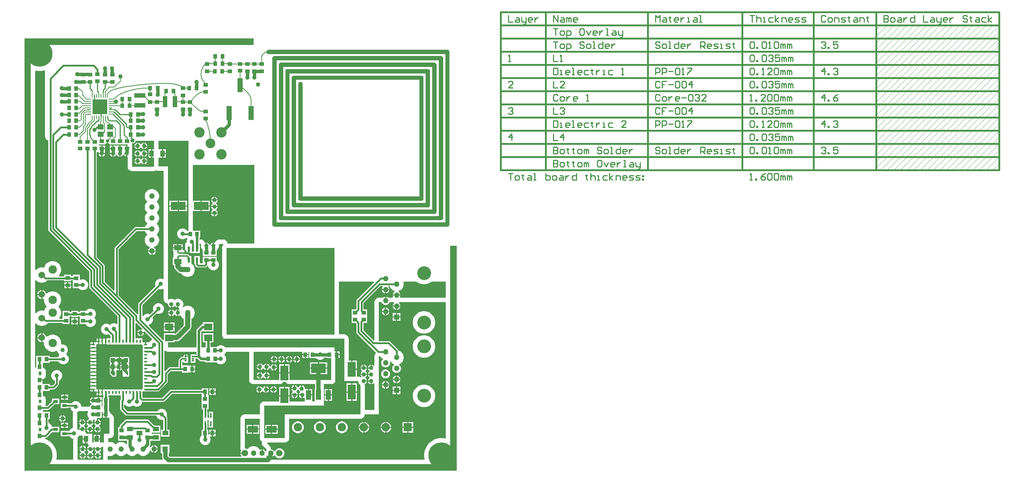
<source format=gtl>
G04*
G04 #@! TF.GenerationSoftware,Altium Limited,Altium Designer,24.5.2 (23)*
G04*
G04 Layer_Physical_Order=1*
G04 Layer_Color=255*
%FSLAX25Y25*%
%MOIN*%
G70*
G04*
G04 #@! TF.SameCoordinates,CA4C738F-C60C-4ACC-8FA1-BFDE70A38C08*
G04*
G04*
G04 #@! TF.FilePolarity,Positive*
G04*
G01*
G75*
%ADD10C,0.01000*%
%ADD12C,0.00787*%
%ADD14C,0.01575*%
%ADD16R,0.03937X0.03543*%
%ADD17R,0.04016X0.03701*%
%ADD18R,0.03701X0.04016*%
%ADD19R,0.03543X0.03937*%
%ADD20R,0.05512X0.04724*%
%ADD22R,0.03996X0.10000*%
%ADD23R,0.10000X0.03996*%
%ADD24R,0.03937X0.05591*%
%ADD25R,0.09252X0.06102*%
%ADD26R,0.05512X0.03937*%
%ADD27R,0.07480X0.05906*%
%ADD28R,0.01575X0.03150*%
%ADD29R,0.03150X0.01575*%
%ADD30R,0.04685X0.12992*%
%ADD31R,0.04331X0.02559*%
%ADD32R,0.02362X0.04724*%
%ADD33R,0.06693X0.04528*%
%ADD34R,0.13780X0.07284*%
%ADD35R,0.01937X0.01181*%
%ADD36R,0.01575X0.04724*%
%ADD37R,0.07284X0.13780*%
%ADD38R,0.13780X0.08661*%
%ADD39R,0.04724X0.08661*%
%ADD46R,0.01102X0.03347*%
%ADD47R,0.03347X0.01102*%
%ADD82C,0.00799*%
%ADD83C,0.03150*%
%ADD84C,0.00799*%
%ADD85R,0.13583X0.13583*%
%AMCUSTOMSHAPE86*
4,1,61,0.07874,-0.07874,0.07874,-0.03937,0.06890,-0.03937,0.06890,-0.01968,0.07874,-0.01968,0.07874,0.01968,0.06890,0.01968,0.06890,0.03937,0.07874,0.03937,0.07874,0.07874,0.03937,0.07874,0.03937,0.06890,0.01968,0.06890,0.01968,0.07874,-0.01968,0.07874,-0.01968,0.06890,-0.03937,0.06890,-0.03937,0.07874,-0.07874,0.07874,-0.07874,0.03937,-0.06890,0.03937,-0.06890,0.01968,-0.07874,0.01968,-0.07874,-0.01968,-0.06890,-0.01968,-0.06890,-0.03937,-0.07874,-0.03937,-0.07874,-0.05906,-0.05906,-0.07874,-0.03937,-0.07874,-0.03937,-0.03937,-0.04921,-0.03937,-0.04921,-0.01968,-0.03937,-0.01968,-0.03937,0.01968,-0.04921,0.01968,-0.04921,0.03937,-0.03937,0.03937,-0.03937,0.04921,-0.01968,0.04921,-0.01968,0.03937,-0.00984,0.03937,-0.00984,0.01968,-0.01968,0.01968,-0.01968,-0.01968,0.01968,-0.01968,0.01968,0.01968,0.00984,0.01968,0.00984,0.03937,0.01968,0.03937,0.01968,0.04921,0.03937,0.04921,0.03937,0.03937,0.04921,0.03937,0.04921,0.01968,0.03937,0.01968,0.03937,-0.01968,0.04921,-0.01968,0.04921,-0.03937,0.03937,-0.03937,0.03937,-0.07874,0.07874,-0.07874,0.0*%
%ADD86CUSTOMSHAPE86*%

%ADD87C,0.01500*%
%ADD88C,0.00100*%
%ADD89C,0.00829*%
%ADD90C,0.00984*%
%ADD91C,0.01102*%
%ADD92C,0.04724*%
%ADD93C,0.02362*%
%ADD94C,0.01181*%
%ADD95C,0.03937*%
%ADD96C,0.02000*%
%ADD97C,0.07677*%
%ADD98C,0.06063*%
%ADD99C,0.23622*%
%ADD100C,0.03937*%
%ADD101C,0.09449*%
%ADD102C,0.08858*%
%ADD103C,0.05118*%
%ADD104R,0.04992X0.04992*%
%ADD105C,0.04992*%
%ADD106C,0.12598*%
%ADD107R,0.07677X0.07677*%
%ADD108C,0.04803*%
%ADD109R,0.04803X0.04803*%
%ADD110C,0.05906*%
%ADD111C,0.01968*%
%ADD112C,0.03150*%
G36*
X18864Y364345D02*
X18864Y304561D01*
X18999Y303534D01*
X19396Y302576D01*
X20027Y301753D01*
X20849Y301122D01*
X21800Y300729D01*
Y219488D01*
X21800Y219488D01*
X21938Y218791D01*
X22333Y218199D01*
X59118Y181415D01*
Y167314D01*
X59118Y167314D01*
X59256Y166617D01*
X59651Y166025D01*
X84792Y140885D01*
Y133886D01*
X84004Y133431D01*
X83380Y133791D01*
X82129Y134127D01*
X80833D01*
X79581Y133791D01*
X78459Y133144D01*
X77938Y132622D01*
X77690Y132870D01*
X76568Y133517D01*
X75317Y133853D01*
X74021D01*
X72769Y133517D01*
X71647Y132870D01*
X70731Y131953D01*
X70083Y130831D01*
X69747Y129579D01*
Y128284D01*
X70083Y127032D01*
X70731Y125910D01*
X71647Y124994D01*
X72769Y124346D01*
X74021Y124010D01*
X75317D01*
X76568Y124346D01*
X76854Y124511D01*
X78492Y122873D01*
Y120472D01*
X75197D01*
Y120291D01*
X74516D01*
Y117717D01*
Y115142D01*
X75197D01*
Y114961D01*
X107098D01*
X107701Y114265D01*
X107677Y113779D01*
X107677D01*
Y109843D01*
Y106693D01*
Y103543D01*
Y100394D01*
Y97244D01*
Y94095D01*
Y90945D01*
Y87795D01*
Y84646D01*
Y81496D01*
Y78347D01*
Y74722D01*
X107480Y74016D01*
X72047D01*
Y73835D01*
X71366D01*
Y71260D01*
Y68685D01*
X71553D01*
X71708Y68554D01*
X72060Y67999D01*
X72067Y67716D01*
X71989Y67323D01*
Y66886D01*
X71260D01*
Y60587D01*
Y59002D01*
X70499Y58319D01*
X70487Y58320D01*
X70291Y58492D01*
X70291Y60474D01*
X70291Y61261D01*
Y63237D01*
X67520D01*
Y63737D01*
X67020D01*
Y66705D01*
X64748D01*
Y66704D01*
X63961Y66288D01*
X63624Y66483D01*
X62979Y66655D01*
Y63716D01*
X62479D01*
Y63216D01*
X59539D01*
X59712Y62571D01*
X60103Y61894D01*
X60656Y61341D01*
X61052Y61112D01*
X61087Y60288D01*
X61068Y60236D01*
X60714Y60032D01*
X60161Y59479D01*
X59771Y58803D01*
X59722Y58622D01*
X58822Y58143D01*
X58742Y58176D01*
X57715Y58311D01*
X51772D01*
Y58916D01*
X51436Y60167D01*
X50788Y61289D01*
X49872Y62206D01*
X48750Y62854D01*
X47498Y63189D01*
X46202D01*
X44951Y62854D01*
X43829Y62206D01*
X42912Y61289D01*
X42766Y61035D01*
X39961D01*
Y61673D01*
X33268D01*
Y56752D01*
X39961D01*
Y57390D01*
X41991D01*
X42265Y56368D01*
X42912Y55246D01*
X43829Y54330D01*
X44324Y54044D01*
X44257Y53542D01*
Y38680D01*
X43376Y38444D01*
X42254Y37796D01*
X41338Y36880D01*
X40748Y35859D01*
X40686Y35854D01*
X39961Y36083D01*
Y36083D01*
X33268D01*
Y31161D01*
X39961D01*
Y31918D01*
X40713D01*
X41338Y30836D01*
X42254Y29920D01*
X43376Y29272D01*
X44454Y28984D01*
Y24016D01*
Y22624D01*
Y9877D01*
X29861D01*
X29230Y10664D01*
X29528Y12540D01*
Y15019D01*
X29140Y17467D01*
X28374Y19825D01*
X27248Y22033D01*
X25791Y24039D01*
X24039Y25791D01*
X22033Y27248D01*
X19825Y28374D01*
X18733Y28729D01*
X18717Y29561D01*
X19024Y29674D01*
X19721Y29812D01*
X20312Y30207D01*
X25046Y34941D01*
X31693D01*
Y39862D01*
X25000D01*
X25000Y39862D01*
X24805Y40564D01*
X24712Y40910D01*
X24065Y42033D01*
X23148Y42949D01*
X22026Y43597D01*
X21949Y43617D01*
Y47008D01*
X23071D01*
Y53386D01*
X17291D01*
X16816Y53855D01*
X16732Y54059D01*
Y55264D01*
X21555D01*
X21555Y55264D01*
X22253Y55403D01*
X22844Y55798D01*
X27577Y60532D01*
X31693D01*
Y65453D01*
X25000D01*
Y63109D01*
X20800Y58909D01*
X19496D01*
X19100Y59697D01*
X19387Y60390D01*
X19522Y61417D01*
Y64567D01*
X19387Y65595D01*
X18990Y66552D01*
X18359Y67375D01*
X17537Y68006D01*
X16732Y68339D01*
Y71925D01*
X16816Y72130D01*
X17291Y72598D01*
X17638Y72598D01*
X23071D01*
Y73965D01*
X26575D01*
X26575Y73965D01*
X27272Y74104D01*
X27863Y74499D01*
X30816Y77451D01*
X30816Y77451D01*
X31211Y78043D01*
X31350Y78740D01*
Y82008D01*
X31427Y82028D01*
X32549Y82676D01*
X33466Y83592D01*
X34113Y84715D01*
X34449Y85966D01*
Y87262D01*
X34113Y88514D01*
X33466Y89636D01*
X32549Y90552D01*
X31427Y91200D01*
X30176Y91535D01*
X28880D01*
X27628Y91200D01*
X26506Y90552D01*
X25590Y89636D01*
X24942Y88514D01*
X24606Y87262D01*
Y85966D01*
X24942Y84715D01*
X25590Y83592D01*
X26506Y82676D01*
X27628Y82028D01*
X27705Y82008D01*
Y79495D01*
X25820Y77610D01*
X23071D01*
Y78976D01*
X17638D01*
X16684Y78976D01*
X16551Y79709D01*
X16551D01*
Y82177D01*
X13780D01*
Y83037D01*
X15551D01*
X16551Y83168D01*
Y83169D01*
X16579Y83172D01*
X17537Y83569D01*
X18359Y84200D01*
X18990Y85022D01*
X19387Y85980D01*
X19522Y87008D01*
Y90158D01*
X19387Y91185D01*
X18990Y92143D01*
X18359Y92965D01*
X17537Y93597D01*
X16732Y93930D01*
Y97516D01*
X16816Y97720D01*
X17291Y98189D01*
X17638Y98189D01*
X23071D01*
Y99555D01*
X30972D01*
X31495Y98649D01*
X32411Y97733D01*
X33533Y97085D01*
X34785Y96749D01*
X36081D01*
X37333Y97085D01*
X38455Y97733D01*
X39371Y98649D01*
X40019Y99771D01*
X40354Y101023D01*
Y102318D01*
X40019Y103570D01*
X39371Y104692D01*
X38455Y105608D01*
X38405Y105637D01*
X38275Y106621D01*
X38625Y106971D01*
X39273Y108093D01*
X39608Y109344D01*
Y110640D01*
X39273Y111892D01*
X38625Y113014D01*
X37709Y113930D01*
X36586Y114578D01*
X35335Y114914D01*
X34136D01*
X33912Y115031D01*
X33421Y115563D01*
Y116888D01*
X33122Y118390D01*
X32536Y119805D01*
X31685Y121079D01*
X30602Y122162D01*
X29329Y123013D01*
X27914Y123599D01*
X26412Y123898D01*
X24880D01*
X23378Y123599D01*
X21962Y123013D01*
X20689Y122162D01*
X20569Y122042D01*
X19691Y122277D01*
X19599Y122619D01*
X19069Y123538D01*
X18318Y124289D01*
X17399Y124820D01*
X16373Y125094D01*
X16342D01*
Y121063D01*
Y117032D01*
X16373D01*
X17136Y117236D01*
X17463Y117081D01*
X17719Y116874D01*
X17870Y116669D01*
Y115356D01*
X18169Y113854D01*
X18755Y112439D01*
X19606Y111165D01*
X20689Y110082D01*
X21962Y109231D01*
X23378Y108645D01*
X24880Y108346D01*
X26412D01*
X27914Y108645D01*
X29015Y109102D01*
X29778Y108836D01*
X29940Y108693D01*
X30101Y108093D01*
X30749Y106971D01*
X31665Y106054D01*
X31715Y106026D01*
X31844Y105042D01*
X31495Y104692D01*
X30847Y103570D01*
X30748Y103200D01*
X23071D01*
Y104567D01*
X17638D01*
X17008Y104567D01*
X16220Y104567D01*
X10787D01*
Y98409D01*
X10787Y98189D01*
X10787D01*
X10827Y97638D01*
X10827D01*
Y94014D01*
X10690Y93929D01*
X9903Y94366D01*
Y133750D01*
X10690Y134077D01*
X11400Y133367D01*
X12542Y132604D01*
X13810Y132079D01*
X15156Y131811D01*
X16529D01*
X17875Y132079D01*
X19143Y132604D01*
X20285Y133367D01*
X21255Y134337D01*
X21435Y134606D01*
X34793D01*
Y133397D01*
X41171D01*
Y138830D01*
X41171Y139460D01*
X41171Y140303D01*
X41728Y140860D01*
X42690D01*
Y139764D01*
X48989D01*
Y140860D01*
X49876D01*
X50296Y140073D01*
X50296Y139617D01*
X50296D01*
Y139460D01*
X50296D01*
Y133397D01*
X55760D01*
X56101Y132805D01*
X57018Y131889D01*
X58140Y131241D01*
X59391Y130905D01*
X60687D01*
X61939Y131241D01*
X63061Y131889D01*
X63977Y132805D01*
X64625Y133927D01*
X64961Y135179D01*
Y136475D01*
X64625Y137726D01*
X63977Y138848D01*
X63554Y139272D01*
X63977Y139695D01*
X64625Y140817D01*
X64961Y142069D01*
Y143364D01*
X64625Y144616D01*
X63977Y145738D01*
X63061Y146654D01*
X61939Y147302D01*
X60687Y147638D01*
X59391D01*
X58140Y147302D01*
X57018Y146654D01*
X56101Y145738D01*
X56068Y145680D01*
X50296D01*
Y144505D01*
X48989D01*
Y145669D01*
X42690D01*
Y144505D01*
X41171D01*
Y145680D01*
X34793D01*
Y140247D01*
X34793Y139617D01*
X34793Y138807D01*
X34236Y138251D01*
X32227D01*
X31868Y139038D01*
X32536Y140037D01*
X33122Y141452D01*
X33421Y142955D01*
Y144486D01*
X33122Y145989D01*
X32536Y147404D01*
X31685Y148677D01*
X30756Y149606D01*
X31685Y150536D01*
X32536Y151809D01*
X33122Y153224D01*
X33421Y154726D01*
Y156258D01*
X33122Y157760D01*
X32536Y159175D01*
X31685Y160449D01*
X30602Y161532D01*
X29329Y162383D01*
X27914Y162969D01*
X26412Y163268D01*
X24880D01*
X23378Y162969D01*
X21962Y162383D01*
X20689Y161532D01*
X20569Y161412D01*
X19691Y161647D01*
X19599Y161989D01*
X19069Y162908D01*
X18318Y163659D01*
X17399Y164190D01*
X16373Y164465D01*
X16342D01*
Y160433D01*
Y156402D01*
X16373D01*
X17136Y156606D01*
X17463Y156451D01*
X17719Y156244D01*
X17870Y156039D01*
Y154726D01*
X18169Y153224D01*
X18755Y151809D01*
X19606Y150536D01*
X20535Y149606D01*
X19606Y148677D01*
X18755Y147404D01*
X18169Y145989D01*
X18091Y145596D01*
X17875Y145480D01*
X16529Y145748D01*
X15156D01*
X13810Y145480D01*
X12542Y144955D01*
X11400Y144192D01*
X10690Y143482D01*
X9903Y143809D01*
Y173121D01*
X10690Y173447D01*
X11400Y172737D01*
X12542Y171974D01*
X13810Y171449D01*
X15156Y171181D01*
X16529D01*
X17875Y171449D01*
X19143Y171974D01*
X20285Y172737D01*
X20922Y173374D01*
X36220D01*
Y172638D01*
X42520D01*
Y173532D01*
X44055D01*
Y172323D01*
X44055Y172323D01*
Y172165D01*
X44055D01*
X44055Y171535D01*
Y166102D01*
X49379D01*
X50128Y165353D01*
X51250Y164705D01*
X52502Y164370D01*
X53798D01*
X55049Y164705D01*
X56171Y165353D01*
X57088Y166270D01*
X57736Y167392D01*
X58071Y168643D01*
Y169939D01*
X57736Y171191D01*
X57088Y172313D01*
X56171Y173229D01*
X55049Y173877D01*
X53798Y174213D01*
X52502D01*
X51250Y173877D01*
X51115Y173799D01*
X50433Y174193D01*
Y178386D01*
X44055D01*
Y177177D01*
X42520D01*
Y178543D01*
X36220D01*
Y177019D01*
X31684D01*
X31358Y177807D01*
X31685Y178134D01*
X32536Y179407D01*
X33122Y180823D01*
X33421Y182325D01*
Y183856D01*
X33122Y185359D01*
X32536Y186774D01*
X31685Y188047D01*
X30602Y189130D01*
X29329Y189981D01*
X27914Y190567D01*
X26412Y190866D01*
X24880D01*
X23378Y190567D01*
X21962Y189981D01*
X20689Y189130D01*
X19606Y188047D01*
X18755Y186774D01*
X18169Y185359D01*
X18091Y184966D01*
X17875Y184850D01*
X16529Y185118D01*
X15156D01*
X13810Y184850D01*
X12542Y184325D01*
X11400Y183562D01*
X10690Y182852D01*
X9903Y183179D01*
Y363824D01*
X10690Y364466D01*
X12540Y364173D01*
X15019D01*
X17467Y364561D01*
X18227Y364808D01*
X18864Y364345D01*
D02*
G37*
G36*
X76158Y298018D02*
X76652Y298150D01*
X76772Y298219D01*
X77559Y297765D01*
Y297244D01*
X83071D01*
X83858Y297244D01*
Y297244D01*
X83858D01*
Y297244D01*
X89370D01*
X90158Y297244D01*
Y297244D01*
X90158D01*
Y297244D01*
X94060D01*
Y296276D01*
X93807D01*
Y293504D01*
X92807D01*
Y296276D01*
X90764D01*
X90339Y296276D01*
X89551Y296276D01*
X87508D01*
Y293504D01*
X86508D01*
Y296276D01*
X84465D01*
X84039Y296276D01*
X83252Y296276D01*
X81209D01*
Y293504D01*
X80709D01*
Y293004D01*
X77740D01*
Y290732D01*
X77740Y290732D01*
X77855Y289945D01*
X77730Y289476D01*
X80669D01*
Y288976D01*
X81169D01*
Y286037D01*
X81815Y286210D01*
X82492Y286601D01*
X83045Y287154D01*
X83396Y287762D01*
X83671Y287806D01*
X84099Y287762D01*
X84224Y287732D01*
X84605Y287074D01*
X85157Y286521D01*
X85834Y286130D01*
X86480Y285957D01*
Y288896D01*
X87480D01*
Y285957D01*
X88126Y286130D01*
X88803Y286521D01*
X89355Y287074D01*
X89746Y287751D01*
X89755Y287785D01*
X90082Y287880D01*
X90590Y287856D01*
X90895Y287327D01*
X91448Y286774D01*
X92125Y286383D01*
X92770Y286210D01*
Y289149D01*
X93770D01*
Y286097D01*
X94060Y285874D01*
Y276969D01*
X94196Y275941D01*
X94592Y274983D01*
X95224Y274161D01*
X96046Y273530D01*
X97004Y273133D01*
X98032Y272997D01*
X117904D01*
X118033Y273015D01*
X118163Y273006D01*
X118545Y273082D01*
X118931Y273133D01*
X119052Y273183D01*
X119180Y273208D01*
X119529Y273380D01*
X119889Y273530D01*
X119993Y273609D01*
X120110Y273667D01*
X120141Y273694D01*
X121019Y273330D01*
X122047Y273194D01*
X126935D01*
Y206693D01*
Y200787D01*
Y174864D01*
X126253Y174470D01*
X125915Y174665D01*
X124664Y175000D01*
X123368D01*
X122116Y174665D01*
X120994Y174017D01*
X120078Y173100D01*
X119430Y171978D01*
X119095Y170727D01*
Y169431D01*
X119430Y168179D01*
X119470Y168110D01*
X104207Y152848D01*
X103812Y152257D01*
X103674Y151559D01*
X103674Y151559D01*
Y142796D01*
X103635Y142766D01*
X102886Y142511D01*
X85831Y159566D01*
Y201757D01*
X102330Y218256D01*
X109881D01*
X109895Y218184D01*
X110385Y217002D01*
X111096Y215938D01*
X111955Y215079D01*
X111096Y214220D01*
X110385Y213156D01*
X109895Y211974D01*
X109646Y210719D01*
Y209439D01*
X109895Y208184D01*
X110385Y207002D01*
X111096Y205938D01*
X112001Y205033D01*
X113065Y204322D01*
X114074Y203904D01*
X114199Y203381D01*
X114163Y203046D01*
X113956Y202927D01*
X113294Y202264D01*
X112825Y201452D01*
X112591Y200579D01*
X116142D01*
X119692D01*
X119458Y201452D01*
X118990Y202264D01*
X118327Y202927D01*
X118120Y203046D01*
X118085Y203381D01*
X118209Y203904D01*
X119219Y204322D01*
X120283Y205033D01*
X121188Y205938D01*
X121898Y207002D01*
X122388Y208184D01*
X122638Y209439D01*
Y210719D01*
X122388Y211974D01*
X121898Y213156D01*
X121188Y214220D01*
X120328Y215079D01*
X121188Y215938D01*
X121898Y217002D01*
X122388Y218184D01*
X122638Y219439D01*
Y220719D01*
X122388Y221974D01*
X121898Y223156D01*
X121188Y224220D01*
X120328Y225079D01*
X121188Y225938D01*
X121898Y227002D01*
X122388Y228184D01*
X122638Y229439D01*
Y230719D01*
X122388Y231974D01*
X121898Y233156D01*
X121188Y234220D01*
X120328Y235079D01*
X121188Y235938D01*
X121898Y237002D01*
X122388Y238184D01*
X122638Y239439D01*
Y240719D01*
X122388Y241974D01*
X121898Y243156D01*
X121188Y244220D01*
X120328Y245079D01*
X121188Y245938D01*
X121898Y247002D01*
X122388Y248184D01*
X122638Y249439D01*
Y250719D01*
X122388Y251974D01*
X121898Y253156D01*
X121188Y254220D01*
X120283Y255125D01*
X119219Y255836D01*
X118037Y256325D01*
X116781Y256575D01*
X115502D01*
X114247Y256325D01*
X113065Y255836D01*
X112001Y255125D01*
X111096Y254220D01*
X110385Y253156D01*
X109895Y251974D01*
X109646Y250719D01*
Y249439D01*
X109895Y248184D01*
X110385Y247002D01*
X111096Y245938D01*
X111955Y245079D01*
X111096Y244220D01*
X110385Y243156D01*
X109895Y241974D01*
X109646Y240719D01*
Y239439D01*
X109895Y238184D01*
X110385Y237002D01*
X111096Y235938D01*
X111955Y235079D01*
X111096Y234220D01*
X110385Y233156D01*
X109895Y231974D01*
X109646Y230719D01*
Y229439D01*
X109895Y228184D01*
X110385Y227002D01*
X111096Y225938D01*
X111955Y225079D01*
X111096Y224220D01*
X110385Y223156D01*
X109895Y221974D01*
X109881Y221901D01*
X101575D01*
X100877Y221762D01*
X100286Y221367D01*
X100286Y221367D01*
X82720Y203801D01*
X82324Y203209D01*
X82186Y202512D01*
X82186Y202512D01*
Y164240D01*
X81458Y163938D01*
X73062Y172335D01*
Y186635D01*
X73062Y186635D01*
X72923Y187332D01*
X72528Y187923D01*
X72528Y187923D01*
X65917Y194534D01*
Y289876D01*
X66474Y290433D01*
X67119Y290433D01*
X67759Y289843D01*
X67680Y289549D01*
X73558D01*
X73451Y289949D01*
X73441Y290732D01*
X73441Y290732D01*
X73441Y290732D01*
Y293004D01*
X70472D01*
Y293504D01*
X69972D01*
Y296276D01*
X68379D01*
X67855Y296857D01*
X67863Y297155D01*
X67933Y297244D01*
X73622D01*
Y297887D01*
X74409Y298297D01*
X74664Y298150D01*
X75158Y298018D01*
Y300549D01*
X76158D01*
Y298018D01*
D02*
G37*
G36*
X118076Y292810D02*
X118043Y292772D01*
X116445D01*
Y288976D01*
Y285181D01*
X118043D01*
X118076Y285143D01*
Y277165D01*
X117904Y276969D01*
X98032D01*
Y287904D01*
X98192Y288501D01*
Y289797D01*
X98032Y290395D01*
Y298043D01*
X98051Y298058D01*
X98832D01*
X99587Y298260D01*
X100264Y298651D01*
X100817Y299204D01*
X101208Y299881D01*
X101398Y300590D01*
X116735Y300591D01*
X118076D01*
Y292810D01*
D02*
G37*
G36*
X386379Y383308D02*
X386933Y382753D01*
X387233Y382029D01*
Y381638D01*
Y224157D01*
Y223765D01*
X386933Y223041D01*
X386379Y222487D01*
X385655Y222187D01*
X227391D01*
X226667Y222487D01*
X226113Y223041D01*
X225813Y223765D01*
Y224157D01*
X225813Y375732D01*
Y376124D01*
X226113Y376848D01*
X226667Y377402D01*
X227391Y377702D01*
X227783Y377702D01*
X379358Y377702D01*
X379750D01*
X380474Y377402D01*
X381028Y376848D01*
X381328Y376124D01*
Y375732D01*
X381328Y230063D01*
X381328D01*
X381328Y229671D01*
X381028Y228947D01*
X380474Y228393D01*
X379750Y228093D01*
X379358Y228093D01*
X233688Y228093D01*
X233297D01*
X232573Y228393D01*
X232018Y228947D01*
X231719Y229671D01*
Y230063D01*
X231719Y369827D01*
Y370218D01*
X232018Y370942D01*
X232573Y371497D01*
X233297Y371796D01*
X233689D01*
X373452Y371796D01*
X373452Y371796D01*
X373844Y371796D01*
X374568Y371497D01*
X375122Y370942D01*
X375422Y370218D01*
X375422Y369827D01*
X375422Y235968D01*
X375422D01*
X375422Y235576D01*
X375122Y234852D01*
X374568Y234298D01*
X373844Y233998D01*
X373452Y233998D01*
X239594Y233998D01*
X239202D01*
X238478Y234298D01*
X237924Y234852D01*
X237624Y235576D01*
Y235968D01*
X237624Y363921D01*
Y364313D01*
X237924Y365037D01*
X238478Y365591D01*
X239202Y365891D01*
X239594Y365891D01*
X367547Y365891D01*
X367547Y365891D01*
X367939Y365891D01*
X368663Y365591D01*
X369217Y365037D01*
X369517Y364313D01*
X369517Y363921D01*
X369517Y241874D01*
X369517D01*
X369517Y241482D01*
X369217Y240758D01*
X368663Y240204D01*
X367939Y239904D01*
X367547Y239904D01*
X245500Y239904D01*
X245108D01*
X244384Y240204D01*
X243829Y240758D01*
X243530Y241482D01*
Y241874D01*
X243530Y358015D01*
Y358407D01*
X243829Y359131D01*
X244384Y359686D01*
X245108Y359985D01*
X245500D01*
X361641Y359985D01*
X361641Y359985D01*
X362033Y359985D01*
X362757Y359686D01*
X363311Y359131D01*
X363611Y358407D01*
X363611Y358015D01*
X363611Y247779D01*
Y247387D01*
X363311Y246663D01*
X362757Y246109D01*
X362033Y245809D01*
X251013D01*
X250289Y246109D01*
X249735Y246663D01*
X249435Y247387D01*
Y247779D01*
Y347990D01*
Y348382D01*
X249735Y349106D01*
X250289Y349660D01*
X251013Y349960D01*
X251797D01*
X252521Y349660D01*
X253075Y349106D01*
X253375Y348382D01*
Y347990D01*
Y249749D01*
X359671D01*
Y356046D01*
X247470Y356046D01*
X247470Y243844D01*
X365577D01*
X365577Y361951D01*
X241564Y361951D01*
X241564Y237938D01*
X371482D01*
X371482Y367857D01*
X235659Y367857D01*
X235659Y232033D01*
X377388D01*
X377388Y373762D01*
X229753Y373762D01*
X229753Y226127D01*
X383293D01*
Y379667D01*
X227167D01*
X226443Y379967D01*
X225889Y380522D01*
X225589Y381246D01*
Y382029D01*
X225889Y382753D01*
X226443Y383308D01*
X227167Y383608D01*
X385655D01*
X386379Y383308D01*
D02*
G37*
G36*
X149461Y218614D02*
X148122D01*
X148032Y218770D01*
X147116Y219686D01*
X145994Y220334D01*
X144742Y220669D01*
X143447D01*
X142195Y220334D01*
X141073Y219686D01*
X140156Y218770D01*
X139509Y217648D01*
X139173Y216396D01*
Y215100D01*
X139509Y213848D01*
X140156Y212726D01*
X141073Y211810D01*
X142195Y211162D01*
X143447Y210827D01*
X144742D01*
X145994Y211162D01*
X147116Y211810D01*
X147421Y212115D01*
X147997Y211990D01*
X148367Y211244D01*
X147973Y210561D01*
X147638Y209309D01*
Y208014D01*
X147232Y207635D01*
X146901Y207414D01*
X146680Y207083D01*
X146602Y206693D01*
Y201272D01*
X146680Y200882D01*
X146901Y200551D01*
X147232Y200330D01*
X147622Y200252D01*
Y198409D01*
X151181D01*
Y198228D01*
X159646D01*
Y205315D01*
X159507D01*
Y206693D01*
X160365D01*
X160970Y205906D01*
X160827Y205372D01*
Y204077D01*
X161162Y202825D01*
X161810Y201703D01*
X162598Y200914D01*
Y195669D01*
X168110D01*
X168898Y195669D01*
Y195669D01*
X168898D01*
Y195669D01*
X175197D01*
Y200747D01*
X175266Y200786D01*
X176182Y201703D01*
X176830Y202825D01*
X177165Y204077D01*
Y205372D01*
X177023Y205906D01*
X177627Y206693D01*
X181102D01*
Y205375D01*
X180616Y204741D01*
X180219Y203784D01*
X180084Y202756D01*
Y124016D01*
X180219Y122988D01*
X180616Y122030D01*
X181102Y121397D01*
Y120079D01*
X183797D01*
X184055Y120045D01*
X282480D01*
X282738Y120079D01*
X291339D01*
Y81693D01*
X304134D01*
Y81045D01*
X304224Y80709D01*
X304469Y79793D01*
X305117Y78671D01*
X306033Y77755D01*
X306102Y77715D01*
Y51181D01*
X237205Y51181D01*
Y29528D01*
X218504D01*
Y59055D01*
X272638D01*
Y78706D01*
X279528D01*
X280555Y78842D01*
X281513Y79238D01*
X282335Y79869D01*
X282480Y80058D01*
X282966Y80692D01*
X283363Y81649D01*
X283499Y82677D01*
Y102397D01*
X283657Y102578D01*
X283925D01*
Y105547D01*
Y108515D01*
X282480D01*
Y112205D01*
X259864D01*
X259606Y112239D01*
X258638D01*
X258380Y112205D01*
X253353D01*
X253095Y112239D01*
X208661D01*
X208403Y112205D01*
X183016D01*
X182884Y112435D01*
X181967Y113351D01*
X180845Y113999D01*
X179594Y114334D01*
X178298D01*
X177046Y113999D01*
X175924Y113351D01*
X175217Y112644D01*
X170551D01*
Y112644D01*
X170394D01*
Y112644D01*
X169586D01*
Y116850D01*
X172244D01*
Y125118D01*
X162402D01*
Y116850D01*
X165138D01*
Y112644D01*
X164331D01*
Y112205D01*
X161137D01*
Y126496D01*
X161758Y127117D01*
X162402Y126850D01*
Y126850D01*
X172244D01*
Y135118D01*
X162402D01*
Y133192D01*
X161629Y133039D01*
X160908Y132557D01*
X160908Y132557D01*
X157341Y128990D01*
X156859Y128268D01*
X156690Y127417D01*
X156690Y127417D01*
Y112205D01*
X130905D01*
Y116850D01*
X136811D01*
Y117799D01*
X138950D01*
X139828Y117914D01*
X140646Y118253D01*
X141348Y118792D01*
X151070Y128514D01*
X151609Y129217D01*
X151948Y130035D01*
X152063Y130912D01*
Y138188D01*
X152763Y138655D01*
X153668Y139560D01*
X154379Y140624D01*
X154868Y141806D01*
X155118Y143061D01*
Y144341D01*
X154868Y145596D01*
X154379Y146778D01*
X153668Y147842D01*
X152763Y148747D01*
X151699Y149458D01*
X150517Y149947D01*
X149262Y150197D01*
X147982D01*
X146727Y149947D01*
X145545Y149458D01*
X144875Y149010D01*
X144284Y149562D01*
X144350Y149675D01*
X144685Y150927D01*
Y152223D01*
X144350Y153474D01*
X143702Y154596D01*
X142786Y155513D01*
X141663Y156161D01*
X140412Y156496D01*
X139116D01*
X137864Y156161D01*
X136811Y155553D01*
X135758Y156161D01*
X134506Y156496D01*
X133210D01*
X131959Y156161D01*
X131587Y155946D01*
X130905Y156340D01*
Y200787D01*
Y277165D01*
X122047D01*
Y285143D01*
X122819Y285181D01*
X122835Y285181D01*
X125287D01*
Y288976D01*
Y292772D01*
X122835D01*
X122819Y292772D01*
X122047Y292810D01*
Y300591D01*
X149461Y300591D01*
Y218614D01*
D02*
G37*
G36*
X209610Y218504D02*
Y206727D01*
X185069D01*
X184938Y207721D01*
X184541Y208678D01*
X183910Y209501D01*
X183088Y210132D01*
X182130Y210529D01*
X181102Y210664D01*
X177627D01*
X177369Y210630D01*
X177108D01*
X176857Y210563D01*
X176599Y210529D01*
X176358Y210429D01*
X176107Y210362D01*
X175882Y210231D01*
X175641Y210132D01*
X175435Y209973D01*
X175209Y209843D01*
X175025Y209659D01*
X174819Y209501D01*
X174660Y209294D01*
X174476Y209110D01*
X173872Y208323D01*
X173785Y208172D01*
X173741Y208097D01*
X173583Y207891D01*
X173390Y207491D01*
X172744Y207664D01*
Y204724D01*
X171744D01*
Y207664D01*
X171098Y207491D01*
X170421Y207100D01*
X169869Y206547D01*
X169478Y205870D01*
X169404Y205593D01*
X168588D01*
X168514Y205870D01*
X168123Y206547D01*
X167571Y207100D01*
X166894Y207491D01*
X166248Y207664D01*
Y204724D01*
X165248D01*
Y207664D01*
X164602Y207491D01*
X164409Y207891D01*
X164251Y208097D01*
X164207Y208172D01*
X164120Y208323D01*
X163516Y209110D01*
X163332Y209294D01*
X163173Y209501D01*
X162967Y209659D01*
X162783Y209843D01*
X162557Y209973D01*
X162351Y210132D01*
X162110Y210231D01*
X161885Y210362D01*
X161634Y210429D01*
X161393Y210529D01*
X161135Y210563D01*
X160884Y210630D01*
X160624D01*
X160365Y210664D01*
X159507D01*
Y212236D01*
X160269D01*
Y218614D01*
X154206D01*
X154206Y218614D01*
X153432Y218647D01*
Y236500D01*
X160524D01*
Y241142D01*
Y245783D01*
X153432D01*
Y278508D01*
X209610D01*
Y218504D01*
D02*
G37*
G36*
X383824Y157514D02*
X342479D01*
X342024Y158302D01*
X342214Y158631D01*
X342442Y159480D01*
X338957D01*
X335471D01*
X335699Y158631D01*
X335889Y158302D01*
X335434Y157514D01*
X332709D01*
X332284Y157458D01*
X331681Y157379D01*
X331681Y157379D01*
X331681Y157379D01*
X331555Y157327D01*
X331103Y157778D01*
X330306Y158238D01*
X329457Y158466D01*
Y155773D01*
X329270Y155529D01*
X329270Y155529D01*
X329270Y155529D01*
X329187Y155329D01*
X328985Y154980D01*
X328928D01*
X328727Y155329D01*
X328644Y155529D01*
X328644Y155529D01*
X328644Y155529D01*
X328457Y155773D01*
Y158466D01*
X327607Y158238D01*
X326810Y157778D01*
X326359Y157327D01*
X326233Y157379D01*
X326232Y157379D01*
X326232Y157379D01*
X325629Y157458D01*
X325205Y157514D01*
X322835D01*
X321807Y157379D01*
X320849Y156982D01*
X320027Y156351D01*
X319396Y155529D01*
X318999Y154571D01*
X318864Y153543D01*
Y118882D01*
X318076Y118556D01*
X308683Y127949D01*
Y134606D01*
X312244D01*
Y140669D01*
X312244D01*
Y140827D01*
X312244D01*
Y146890D01*
X308909D01*
Y152788D01*
X324278Y168158D01*
X326077D01*
X326403Y167370D01*
X326159Y167127D01*
X325699Y166330D01*
X325471Y165480D01*
X328957D01*
X332442D01*
X332214Y166330D01*
X331754Y167127D01*
X331511Y167370D01*
X331837Y168158D01*
X332760D01*
X332771Y168104D01*
X333256Y166933D01*
X333960Y165879D01*
X334856Y164983D01*
X335910Y164279D01*
X337031Y163815D01*
X337093Y163648D01*
X337155Y162977D01*
X336810Y162778D01*
X336159Y162127D01*
X335699Y161330D01*
X335471Y160480D01*
X338957D01*
X342442D01*
X342214Y161330D01*
X341754Y162127D01*
X341103Y162778D01*
X340759Y162977D01*
X340820Y163648D01*
X340882Y163815D01*
X342004Y164279D01*
X343057Y164983D01*
X343954Y165879D01*
X344658Y166933D01*
X345143Y168104D01*
X345390Y169347D01*
Y170614D01*
X345229Y171421D01*
X345782Y172209D01*
X357252D01*
X357432Y172029D01*
X359108Y170909D01*
X360971Y170138D01*
X362948Y169744D01*
X364965D01*
X366943Y170138D01*
X368805Y170909D01*
X370482Y172029D01*
X370661Y172209D01*
X383824D01*
Y157514D01*
D02*
G37*
G36*
X126935Y165294D02*
Y156340D01*
X127070Y155312D01*
X127466Y154355D01*
X128098Y153532D01*
X128920Y152901D01*
X129602Y152507D01*
X130560Y152111D01*
X130890Y151966D01*
Y151184D01*
X131092Y150429D01*
X131483Y149752D01*
X132036Y149199D01*
X132712Y148809D01*
X133358Y148636D01*
Y151575D01*
X134358D01*
Y148636D01*
X135004Y148809D01*
X135681Y149199D01*
X136234Y149752D01*
X136356Y149965D01*
X137266D01*
X137388Y149752D01*
X137941Y149199D01*
X138618Y148809D01*
X139264Y148636D01*
Y151575D01*
X140264D01*
Y148541D01*
X140484Y148409D01*
X140672Y147996D01*
X140845Y147577D01*
X140885Y147525D01*
X140912Y147465D01*
X141106Y147230D01*
X140972Y146873D01*
X140651Y146536D01*
X140264Y146640D01*
Y143701D01*
Y140762D01*
X140910Y140935D01*
X141586Y141325D01*
X141683Y141421D01*
X142611Y141237D01*
X142865Y140624D01*
X143576Y139560D01*
X144481Y138655D01*
X145281Y138120D01*
Y132317D01*
X137598Y124634D01*
X136811Y124710D01*
Y125118D01*
X126969D01*
Y119340D01*
X126181Y119014D01*
X113076Y132119D01*
X113312Y132997D01*
X114104Y133209D01*
X115226Y133857D01*
X116143Y134774D01*
X116791Y135896D01*
X117126Y137147D01*
Y138443D01*
X116791Y139695D01*
X116751Y139764D01*
X120079Y143092D01*
X120148Y143052D01*
X121399Y142717D01*
X122695D01*
X123947Y143052D01*
X125069Y143700D01*
X125985Y144616D01*
X126633Y145738D01*
X126969Y146990D01*
Y148286D01*
X126633Y149537D01*
X125985Y150660D01*
X125069Y151576D01*
X123947Y152224D01*
X122695Y152559D01*
X121399D01*
X120148Y152224D01*
X119026Y151576D01*
X118109Y150660D01*
X117461Y149537D01*
X117126Y148286D01*
Y146990D01*
X117461Y145738D01*
X117501Y145669D01*
X114173Y142341D01*
X114104Y142381D01*
X112853Y142717D01*
X111557D01*
X110305Y142381D01*
X109183Y141733D01*
X108267Y140817D01*
X108106Y140538D01*
X107318Y140749D01*
Y150804D01*
X122047Y165533D01*
X122116Y165493D01*
X123368Y165157D01*
X124664D01*
X125915Y165493D01*
X126253Y165688D01*
X126935Y165294D01*
D02*
G37*
G36*
X383824Y29861D02*
X383037Y29230D01*
X381161Y29528D01*
X378682D01*
X376234Y29140D01*
X373876Y28374D01*
X371668Y27248D01*
X369662Y25791D01*
X367909Y24039D01*
X366452Y22033D01*
X365327Y19825D01*
X364561Y17467D01*
X364173Y15019D01*
Y12540D01*
X364470Y10664D01*
X363840Y9877D01*
X220472D01*
Y13544D01*
X220713Y13575D01*
X221442Y13770D01*
X221562Y13563D01*
X222224Y12900D01*
X223036Y12432D01*
X223909Y12197D01*
Y15633D01*
X223912Y15636D01*
Y15636D01*
X223912Y15636D01*
X223958Y15748D01*
X224909D01*
Y12197D01*
X225783Y12432D01*
X226595Y12900D01*
X227257Y13563D01*
X227394Y13799D01*
X227529Y13841D01*
X228285Y13768D01*
X228720Y13014D01*
X229549Y12185D01*
X230565Y11599D01*
X231697Y11295D01*
X232870D01*
X234002Y11599D01*
X235017Y12185D01*
X235846Y13014D01*
X236433Y14029D01*
X236736Y15162D01*
Y16334D01*
X236433Y17467D01*
X235846Y18482D01*
X235017Y19311D01*
X234002Y19897D01*
X232870Y20201D01*
X231697D01*
X230565Y19897D01*
X229549Y19311D01*
X228720Y18482D01*
X228285Y17728D01*
X227529Y17655D01*
X227394Y17697D01*
X227257Y17933D01*
X226595Y18596D01*
X225783Y19064D01*
X224878Y19307D01*
X224443D01*
Y19685D01*
X224308Y20713D01*
X223911Y21670D01*
X223280Y22493D01*
X223280Y22493D01*
X221004Y24769D01*
X221330Y25557D01*
X237205D01*
X238232Y25692D01*
X239190Y26089D01*
X240013Y26720D01*
X240644Y27542D01*
X241040Y28500D01*
X241176Y29528D01*
Y47210D01*
X306102Y47210D01*
X307130Y47345D01*
X308088Y47742D01*
X308910Y48373D01*
X309541Y49196D01*
X309938Y50153D01*
X310073Y51181D01*
X322835D01*
Y104217D01*
X323622Y104456D01*
X323960Y103950D01*
X324856Y103054D01*
X325909Y102350D01*
X326449Y102127D01*
X326506Y101251D01*
X326503Y101249D01*
X325759Y100505D01*
X325233Y99594D01*
X324961Y98577D01*
Y97525D01*
X325233Y96509D01*
X325759Y95597D01*
X326503Y94854D01*
X327414Y94327D01*
X328431Y94055D01*
X329483D01*
X330499Y94327D01*
X331410Y94854D01*
X332154Y95597D01*
X332680Y96509D01*
X332953Y97525D01*
Y98577D01*
X332746Y99350D01*
X333473Y99679D01*
X333960Y98950D01*
X334856Y98054D01*
X335910Y97350D01*
X336449Y97127D01*
X336506Y96251D01*
X336503Y96249D01*
X335759Y95505D01*
X335233Y94594D01*
X334961Y93577D01*
Y92525D01*
X335233Y91509D01*
X335759Y90597D01*
X336503Y89854D01*
X337414Y89327D01*
X338431Y89055D01*
X339483D01*
X340499Y89327D01*
X341410Y89854D01*
X342154Y90597D01*
X342680Y91509D01*
X342953Y92525D01*
Y93577D01*
X342680Y94594D01*
X342154Y95505D01*
X341410Y96249D01*
X341407Y96251D01*
X341464Y97127D01*
X342004Y97350D01*
X343057Y98054D01*
X343954Y98950D01*
X344658Y100004D01*
X345143Y101175D01*
X345390Y102418D01*
Y103685D01*
X345143Y104928D01*
X344658Y106098D01*
X343954Y107152D01*
X343057Y108048D01*
X342004Y108752D01*
X340833Y109237D01*
X340703Y109263D01*
X340640Y109575D01*
X340245Y110167D01*
X340245Y110167D01*
X332982Y117430D01*
X332390Y117825D01*
X331693Y117964D01*
X331693Y117964D01*
X322835D01*
Y153543D01*
X325205D01*
X325233Y153438D01*
X325759Y152527D01*
X326503Y151783D01*
X327414Y151257D01*
X328431Y150984D01*
X329483D01*
X330499Y151257D01*
X331410Y151783D01*
X332154Y152527D01*
X332680Y153438D01*
X332709Y153543D01*
X336561D01*
X336784Y152858D01*
X336788Y152756D01*
X336159Y152127D01*
X335699Y151330D01*
X335471Y150480D01*
X338957D01*
X342442D01*
X342214Y151330D01*
X341754Y152127D01*
X341125Y152756D01*
X341129Y152858D01*
X341352Y153543D01*
X383824D01*
Y29861D01*
D02*
G37*
G36*
X107348Y129051D02*
X107299Y128939D01*
X106884Y128402D01*
X106405Y128530D01*
Y126091D01*
X108845D01*
X108717Y126569D01*
X109254Y126985D01*
X109367Y127033D01*
X116410Y119989D01*
X116264Y119227D01*
X116161Y119124D01*
X115088Y118505D01*
X114172Y117589D01*
X113768Y116888D01*
X113008Y116748D01*
Y116748D01*
X113008Y116748D01*
X110933D01*
Y114961D01*
X109933D01*
Y116748D01*
X107858D01*
X107480Y117379D01*
Y120472D01*
X101035D01*
Y134335D01*
X101762Y134637D01*
X107348Y129051D01*
D02*
G37*
G36*
X282480Y124016D02*
X184055D01*
Y202756D01*
X282480D01*
Y124016D01*
D02*
G37*
G36*
X259606Y102397D02*
X265512D01*
X265512Y102397D01*
Y102397D01*
X266116Y101991D01*
X266321Y101785D01*
X267444Y101137D01*
X268695Y100802D01*
X269991D01*
X271243Y101137D01*
X272365Y101785D01*
X273281Y102701D01*
X273475Y103038D01*
X274780D01*
Y102397D01*
X279528D01*
Y82677D01*
X241513D01*
Y88523D01*
X236872D01*
X232230D01*
Y82677D01*
X208661D01*
Y108268D01*
X253095D01*
Y106047D01*
X255866D01*
X258638D01*
Y108268D01*
X259606D01*
Y102397D01*
D02*
G37*
G36*
X128920Y108766D02*
X129878Y108369D01*
X130905Y108234D01*
X156690D01*
Y105594D01*
X155665D01*
Y105744D01*
X151366D01*
Y102201D01*
Y98264D01*
X155665D01*
Y102351D01*
X157390D01*
X159573Y100168D01*
X159573Y100168D01*
X160294Y99686D01*
X161145Y99517D01*
X164393D01*
Y98551D01*
X170456D01*
Y98551D01*
X170614D01*
Y98551D01*
X175067D01*
X175770Y97848D01*
X176892Y97200D01*
X178144Y96865D01*
X179440D01*
X180691Y97200D01*
X181814Y97848D01*
X182730Y98764D01*
X183378Y99887D01*
X183713Y101138D01*
Y102434D01*
X183378Y103686D01*
X182730Y104808D01*
X182015Y105523D01*
X182884Y106391D01*
X183531Y107513D01*
X183725Y108234D01*
X204690D01*
Y82677D01*
X204826Y81649D01*
X205222Y80692D01*
X205854Y79869D01*
X206676Y79238D01*
X207634Y78842D01*
X208661Y78706D01*
X232230D01*
X233258Y78842D01*
X234215Y79238D01*
X235038Y79869D01*
X235669Y80692D01*
X235777Y80952D01*
X237967D01*
X238074Y80692D01*
X238706Y79869D01*
X239528Y79238D01*
X240486Y78842D01*
X241513Y78706D01*
X264874D01*
Y74440D01*
X264324D01*
Y63417D01*
X263699Y63026D01*
X262695D01*
X262175Y63598D01*
X262175Y63814D01*
Y68429D01*
X258813D01*
Y68929D01*
X258313D01*
Y74260D01*
X256185D01*
X255451Y74277D01*
X255449Y75046D01*
Y75059D01*
X255247Y75814D01*
X254856Y76491D01*
X254303Y77043D01*
X253626Y77434D01*
X252981Y77607D01*
Y74668D01*
X251981D01*
Y77607D01*
X251335Y77434D01*
X250658Y77043D01*
X250105Y76491D01*
X249714Y75814D01*
X249697Y75751D01*
X248882D01*
X248829Y75949D01*
X248438Y76626D01*
X247886Y77179D01*
X247209Y77569D01*
X246563Y77742D01*
Y74803D01*
X246063D01*
Y74303D01*
X243124D01*
X243297Y73657D01*
X243688Y72980D01*
X244240Y72428D01*
X244453Y72305D01*
Y71396D01*
X244240Y71273D01*
X243688Y70720D01*
X243297Y70043D01*
X243124Y69398D01*
X249002D01*
X248829Y70043D01*
X248438Y70720D01*
X247886Y71273D01*
X247673Y71396D01*
Y72305D01*
X247886Y72428D01*
X248438Y72980D01*
X248829Y73657D01*
X248846Y73721D01*
X249661D01*
X249714Y73522D01*
X250105Y72845D01*
X250658Y72293D01*
X250990Y72101D01*
X251074Y71601D01*
X251061Y71213D01*
X251056Y71199D01*
X250577Y70720D01*
X250186Y70043D01*
X250013Y69398D01*
X252953D01*
Y68898D01*
X253453D01*
Y65958D01*
X254099Y66131D01*
X254663Y66457D01*
X255079Y66325D01*
X255451Y66084D01*
Y63814D01*
X255451Y63598D01*
X254930Y63026D01*
X241513D01*
Y67657D01*
X236872D01*
Y68157D01*
D01*
Y67657D01*
X232230D01*
Y63026D01*
X218504D01*
X217476Y62891D01*
X216518Y62494D01*
X215696Y61863D01*
X215065Y61041D01*
X214668Y60083D01*
X214533Y59055D01*
Y51215D01*
X200787D01*
X199760Y51080D01*
X198802Y50683D01*
X197979Y50052D01*
X197348Y49230D01*
X196952Y48272D01*
X196816Y47244D01*
Y20201D01*
X196952Y19173D01*
X197348Y18215D01*
X197519Y17993D01*
X197104Y17274D01*
X196835Y16268D01*
Y16248D01*
X200647D01*
X200787Y16230D01*
Y15248D01*
X196835D01*
Y15228D01*
X197104Y14222D01*
X197624Y13321D01*
X197627Y13319D01*
X197301Y12531D01*
X132454D01*
X131537Y13447D01*
Y15784D01*
X132012D01*
Y23587D01*
X124209D01*
Y15784D01*
X125549D01*
Y12207D01*
X125651Y11432D01*
X125950Y10710D01*
X125986Y10664D01*
X125598Y9877D01*
X75821D01*
Y13009D01*
X76609Y13521D01*
X77486Y13347D01*
X78734D01*
X79959Y13590D01*
X81113Y14068D01*
X82151Y14762D01*
X82571Y15181D01*
X83110Y15587D01*
X83650Y15181D01*
X84070Y14762D01*
X85108Y14068D01*
X86261Y13590D01*
X87486Y13347D01*
X88735D01*
X89959Y13590D01*
X91113Y14068D01*
X92151Y14762D01*
X92571Y15181D01*
X93110Y15587D01*
X93650Y15181D01*
X94070Y14762D01*
X95108Y14068D01*
X96261Y13590D01*
X97486Y13347D01*
X98734D01*
X99959Y13590D01*
X101113Y14068D01*
X102151Y14762D01*
X102571Y15181D01*
X103110Y15587D01*
X103650Y15181D01*
X104070Y14762D01*
X105108Y14068D01*
X106261Y13590D01*
X107486Y13347D01*
X108735D01*
X109959Y13590D01*
X111113Y14068D01*
X112151Y14762D01*
X113034Y15644D01*
X113727Y16683D01*
X114205Y17836D01*
X114249Y18054D01*
X115070Y18148D01*
X115388Y17596D01*
X116022Y16963D01*
X116797Y16515D01*
X117610Y16297D01*
Y19685D01*
Y23073D01*
X116797Y22855D01*
X116022Y22407D01*
X115388Y21774D01*
X115123Y21315D01*
X114506Y21348D01*
X114356Y21373D01*
X114110Y22033D01*
X114454Y22481D01*
X114713Y23107D01*
X114802Y23779D01*
Y26890D01*
X115589Y27236D01*
X115748Y27165D01*
Y27165D01*
X123622D01*
Y33465D01*
X116148D01*
X115921Y33488D01*
X115663Y33981D01*
X116052Y34646D01*
X123622D01*
Y40945D01*
X118325D01*
X113326Y45944D01*
X112735Y46339D01*
X112037Y46478D01*
X112037Y46478D01*
X92884D01*
X92884Y46478D01*
X92187Y46339D01*
X91596Y45944D01*
X91596Y45944D01*
X87294Y41643D01*
X86899Y41052D01*
X86760Y40354D01*
X86760Y40354D01*
Y39606D01*
X85394D01*
Y33543D01*
X85394D01*
Y33386D01*
X85394D01*
Y27323D01*
X91772D01*
X92126Y27165D01*
Y27165D01*
X93466D01*
Y24407D01*
X92702Y24090D01*
X92571Y24189D01*
X92151Y24609D01*
X91113Y25302D01*
X89959Y25780D01*
X88735Y26024D01*
X87486D01*
X86261Y25780D01*
X85108Y25302D01*
X84070Y24609D01*
X83650Y24189D01*
X83110Y23783D01*
X82571Y24189D01*
X82151Y24609D01*
X81113Y25302D01*
X79959Y25780D01*
X78734Y26024D01*
X77486D01*
X77034Y25934D01*
X76425Y26433D01*
Y29494D01*
X77559D01*
X78587Y29629D01*
X79545Y30026D01*
X80367Y30657D01*
X80998Y31479D01*
X81395Y32437D01*
X81530Y33465D01*
Y47693D01*
X81515Y47805D01*
X81524Y47918D01*
X81448Y48318D01*
X81395Y48721D01*
X81352Y48825D01*
X81331Y48936D01*
X81154Y49303D01*
X80998Y49679D01*
X80929Y49768D01*
X80880Y49870D01*
X80615Y50178D01*
X80367Y50501D01*
X80277Y50570D01*
X80204Y50655D01*
X79629Y51169D01*
X79293Y51398D01*
X78970Y51645D01*
X78865Y51688D01*
X78772Y51752D01*
X78600Y51812D01*
X78548Y52203D01*
X78152Y53160D01*
X77521Y53983D01*
X77165Y54355D01*
Y60587D01*
Y66886D01*
X76436D01*
Y67323D01*
X76358Y67716D01*
X76921Y68504D01*
X87941D01*
Y65174D01*
X87688Y64920D01*
X87293Y64329D01*
X87154Y63631D01*
X87154Y63631D01*
Y56299D01*
X87154Y56299D01*
X87293Y55602D01*
X87688Y55011D01*
X92018Y50680D01*
X92018Y50680D01*
X92610Y50285D01*
X93307Y50146D01*
X93307Y50146D01*
X120183D01*
X120414Y49282D01*
X121062Y48159D01*
X121978Y47243D01*
X123100Y46595D01*
X124352Y46260D01*
X125648D01*
X125899Y46327D01*
X126524Y45848D01*
Y37205D01*
X124409D01*
Y30906D01*
X132283D01*
Y37205D01*
X130169D01*
Y48031D01*
X130169Y48031D01*
X130030Y48729D01*
X129635Y49320D01*
X129635Y49320D01*
X129604Y49351D01*
X129921Y50533D01*
Y51829D01*
X129586Y53081D01*
X128938Y54203D01*
X128022Y55119D01*
X126900Y55767D01*
X125648Y56102D01*
X124352D01*
X123100Y55767D01*
X121978Y55119D01*
X121062Y54203D01*
X120824Y53791D01*
X94062D01*
X90799Y57054D01*
Y59903D01*
X91586Y60114D01*
X91669Y59970D01*
X92585Y59054D01*
X93707Y58406D01*
X94959Y58071D01*
X96255D01*
X97506Y58406D01*
X98629Y59054D01*
X98985Y59410D01*
X99340Y59054D01*
X100463Y58406D01*
X101714Y58071D01*
X103010D01*
X104262Y58406D01*
X105384Y59054D01*
X106300Y59970D01*
X106948Y61093D01*
X107283Y62344D01*
Y62654D01*
X126485D01*
X126485Y62654D01*
X127182Y62793D01*
X127773Y63188D01*
X134613Y70028D01*
X161614D01*
Y68701D01*
X161614Y68701D01*
X161384Y68112D01*
X161384D01*
X161384Y68009D01*
Y62678D01*
X161384Y62049D01*
X161384Y61261D01*
Y55828D01*
X162948D01*
Y53635D01*
X162802D01*
Y46942D01*
X162802Y46351D01*
X162802Y45761D01*
Y39068D01*
X162948D01*
Y37236D01*
X161614D01*
Y32090D01*
X160720Y31196D01*
X160072Y30074D01*
X159737Y28822D01*
Y27526D01*
X160072Y26275D01*
X160720Y25153D01*
X161636Y24236D01*
X162759Y23588D01*
X164010Y23253D01*
X165306D01*
X166558Y23588D01*
X167680Y24236D01*
X168596Y25153D01*
X169244Y26275D01*
X169579Y27526D01*
Y28822D01*
X169244Y30074D01*
X169035Y30436D01*
X169429Y31118D01*
X170760D01*
Y33586D01*
X168488D01*
Y33084D01*
X167701Y32663D01*
X167520Y32784D01*
Y37236D01*
X166593D01*
Y39068D01*
X166739D01*
Y45761D01*
X166739Y46155D01*
X166809Y46234D01*
X167849D01*
X167920Y46155D01*
X167920Y45761D01*
Y39068D01*
X171857D01*
Y45761D01*
X171857Y46351D01*
X171857Y46942D01*
Y53635D01*
X167920D01*
Y53454D01*
X167829D01*
Y50092D01*
X166829D01*
Y53454D01*
X166739D01*
Y53635D01*
X166593D01*
Y55828D01*
X167762D01*
Y61261D01*
X167762Y61891D01*
X167762Y62678D01*
Y68014D01*
X167762Y68112D01*
X167762D01*
X167520Y68701D01*
X167520Y68701D01*
Y75000D01*
X161614D01*
Y73673D01*
X133858D01*
X133161Y73534D01*
X132570Y73139D01*
X132570Y73139D01*
X125730Y66299D01*
X108019D01*
X107334Y66984D01*
Y68504D01*
X107480D01*
Y71341D01*
X107677Y72047D01*
X113189D01*
Y72193D01*
X121653D01*
X121653Y72193D01*
X122351Y72332D01*
X122942Y72727D01*
X130029Y79814D01*
X130029Y79814D01*
X130424Y80405D01*
X130563Y81102D01*
Y87828D01*
X133432Y90697D01*
X143465D01*
Y89331D01*
X149154D01*
X149528Y89331D01*
X150240Y89512D01*
X152217D01*
Y92520D01*
Y95528D01*
X150240D01*
X149528Y95709D01*
X149154Y95709D01*
X143748D01*
Y99243D01*
X144012Y99429D01*
X144799Y99019D01*
Y98264D01*
X149099D01*
Y100232D01*
Y103776D01*
X148917D01*
Y103776D01*
X146949D01*
Y103972D01*
X146449D01*
Y105563D01*
X144980D01*
Y103776D01*
X144799D01*
Y103626D01*
X143736D01*
X143116Y103502D01*
X142590Y103151D01*
X140979Y101540D01*
X140628Y101014D01*
X140504Y100394D01*
Y94342D01*
X132677D01*
X131980Y94203D01*
X131388Y93808D01*
X131388Y93808D01*
X128200Y90620D01*
X127413Y90946D01*
Y108996D01*
X127796Y109220D01*
X128200Y109318D01*
X128920Y108766D01*
D02*
G37*
G36*
X318510Y171481D02*
X302845Y155816D01*
X302450Y155225D01*
X302311Y154528D01*
X302311Y154527D01*
Y147566D01*
X301635Y146890D01*
X297992D01*
Y140827D01*
X297992D01*
Y140669D01*
X297992D01*
Y134606D01*
X301635D01*
X302311Y133930D01*
Y126280D01*
X302311Y126280D01*
X302450Y125583D01*
X302845Y124991D01*
X319910Y107926D01*
X319999Y107242D01*
X319936Y106931D01*
X319672Y106562D01*
X319396Y106202D01*
X319371Y106142D01*
X319333Y106089D01*
X319173Y105664D01*
X318999Y105245D01*
X318990Y105180D01*
X318967Y105119D01*
X318923Y104667D01*
X318864Y104217D01*
Y95897D01*
X318076Y95571D01*
X317768Y95879D01*
X317091Y96270D01*
X316445Y96443D01*
Y93504D01*
X315945D01*
Y93004D01*
X313006D01*
X313179Y92358D01*
X313569Y91681D01*
X314122Y91128D01*
X314335Y91006D01*
Y90097D01*
X314122Y89974D01*
X313569Y89421D01*
X313179Y88744D01*
X313006Y88098D01*
X315945D01*
Y87098D01*
X313006D01*
X313179Y86453D01*
X313569Y85776D01*
X314122Y85223D01*
X314335Y85100D01*
Y84191D01*
X314122Y84068D01*
X313569Y83516D01*
X313179Y82839D01*
X313006Y82193D01*
X315945D01*
Y81693D01*
X316445D01*
Y78754D01*
X317091Y78927D01*
X317768Y79317D01*
X318076Y79626D01*
X318864Y79300D01*
Y55152D01*
X310073D01*
Y77715D01*
X309938Y78743D01*
X310002Y78873D01*
X310201Y78927D01*
X310878Y79317D01*
X311431Y79870D01*
X311821Y80547D01*
X311994Y81193D01*
X309055D01*
Y82193D01*
X311994D01*
X311821Y82839D01*
X311431Y83516D01*
X310878Y84068D01*
X310665Y84191D01*
Y85100D01*
X310878Y85223D01*
X311431Y85776D01*
X311821Y86453D01*
X311994Y87098D01*
X306116D01*
X306289Y86453D01*
X306680Y85776D01*
X307029Y85426D01*
X306509Y84833D01*
X306119Y85132D01*
X305162Y85529D01*
X304134Y85664D01*
X302848D01*
Y91854D01*
X298206D01*
Y92354D01*
X297706D01*
Y100244D01*
X295310D01*
Y120079D01*
X295174Y121107D01*
X294778Y122064D01*
X294146Y122887D01*
X293324Y123518D01*
X292366Y123914D01*
X291339Y124050D01*
X286451D01*
Y172209D01*
X318209D01*
X318510Y171481D01*
D02*
G37*
G36*
X15551Y87008D02*
X13189D01*
Y90158D01*
X15551D01*
Y87008D01*
D02*
G37*
G36*
Y61417D02*
X13189D01*
Y64567D01*
X15551D01*
Y61417D01*
D02*
G37*
G36*
Y35827D02*
X13189D01*
Y38976D01*
X15551D01*
Y35827D01*
D02*
G37*
G36*
X58169Y53553D02*
X57834Y52972D01*
X57499Y51721D01*
Y50425D01*
X57834Y49173D01*
X58482Y48051D01*
X59111Y47422D01*
X58870Y46566D01*
X58500Y46467D01*
X57823Y46076D01*
X57270Y45524D01*
X56880Y44847D01*
X56706Y44201D01*
X62585D01*
X62412Y44847D01*
X62113Y45364D01*
X62302Y45887D01*
X62507Y46152D01*
X63068D01*
X63897Y46374D01*
X64304Y45668D01*
X64160Y45524D01*
X63769Y44847D01*
X63596Y44201D01*
X66035D01*
Y46709D01*
X65662Y47355D01*
X66332Y48025D01*
X70472D01*
Y53639D01*
X70653Y53767D01*
X71034Y53663D01*
X71441Y53358D01*
Y51675D01*
X74213D01*
Y51175D01*
X74713D01*
Y48206D01*
X76772D01*
X76984Y48206D01*
X77559Y47693D01*
Y33465D01*
X72455D01*
Y25591D01*
X68913D01*
Y28240D01*
X62976D01*
Y25591D01*
X61811D01*
Y33465D01*
X56743D01*
X56573Y33875D01*
X55942Y34698D01*
X55392Y35120D01*
X55182Y35805D01*
X55226Y36137D01*
X55522Y36650D01*
X55695Y37295D01*
X49627D01*
X49076Y37018D01*
X48297Y37796D01*
X48228Y37836D01*
Y53542D01*
X48750Y53682D01*
X49872Y54330D01*
X49882Y54340D01*
X57715D01*
X58169Y53553D01*
D02*
G37*
G36*
X214533Y29528D02*
X214668Y28500D01*
X215065Y27542D01*
X215696Y26720D01*
X216518Y26089D01*
X216535Y26082D01*
Y23622D01*
X220472Y19685D01*
Y17622D01*
X219685Y17411D01*
X219383Y17933D01*
X218721Y18596D01*
X217909Y19064D01*
X217035Y19299D01*
Y15748D01*
X216035D01*
Y19299D01*
X215162Y19064D01*
X214625Y18755D01*
X214418Y18825D01*
X213707Y19889D01*
X212802Y20794D01*
X211738Y21505D01*
X210556Y21994D01*
X209301Y22244D01*
X208022D01*
X206767Y21994D01*
X205584Y21505D01*
X204520Y20794D01*
X203616Y19889D01*
X203311Y19433D01*
X202506Y19897D01*
X201374Y20201D01*
X200787D01*
Y47244D01*
X214533D01*
Y29528D01*
D02*
G37*
G36*
X53134Y29240D02*
X56102D01*
Y28740D01*
X56602D01*
Y24945D01*
X57925D01*
X57975Y24563D01*
X58202Y24016D01*
X58372Y23605D01*
X58680Y23204D01*
X58704Y23120D01*
X58511Y22241D01*
X58489Y22218D01*
X58217Y22060D01*
X57664Y21508D01*
X57273Y20831D01*
X57100Y20185D01*
X62979D01*
X62823Y20766D01*
X63244Y21454D01*
X63684Y21490D01*
X64034Y21009D01*
X64154Y20798D01*
X63990Y20185D01*
X69868D01*
X69695Y20831D01*
X69695Y20832D01*
X70149Y21620D01*
X71850D01*
Y20705D01*
X71772Y20309D01*
Y19061D01*
X71850Y18665D01*
Y9877D01*
X48425D01*
Y22624D01*
Y30048D01*
X49214Y30836D01*
X49822Y31890D01*
X53134D01*
Y29240D01*
D02*
G37*
G36*
X5932Y393701D02*
X208661D01*
Y387795D01*
X5932D01*
Y5906D01*
X387795D01*
Y204724D01*
X393701D01*
Y0D01*
X0D01*
Y5906D01*
X27D01*
Y387795D01*
X0D01*
Y393701D01*
X27D01*
Y393701D01*
X5932D01*
Y393701D01*
D02*
G37*
%LPC*%
G36*
X42339Y171669D02*
X39870D01*
Y169398D01*
X42339D01*
Y171669D01*
D02*
G37*
G36*
X38870D02*
X36402D01*
Y169398D01*
X38870D01*
Y171669D01*
D02*
G37*
G36*
X42339Y168398D02*
X39870D01*
Y166126D01*
X42339D01*
Y168398D01*
D02*
G37*
G36*
X38870D02*
X36402D01*
Y166126D01*
X38870D01*
Y168398D01*
D02*
G37*
G36*
X15342Y164465D02*
X15312D01*
X14286Y164190D01*
X13367Y163659D01*
X12617Y162908D01*
X12086Y161989D01*
X11811Y160964D01*
Y160933D01*
X15342D01*
Y164465D01*
D02*
G37*
G36*
Y159933D02*
X11811D01*
Y159902D01*
X12086Y158877D01*
X12617Y157958D01*
X13367Y157207D01*
X14286Y156676D01*
X15312Y156402D01*
X15342D01*
Y159933D01*
D02*
G37*
G36*
X48808Y138795D02*
X46340D01*
Y136524D01*
X48808D01*
Y138795D01*
D02*
G37*
G36*
X45340D02*
X42871D01*
Y136524D01*
X45340D01*
Y138795D01*
D02*
G37*
G36*
X48808Y135524D02*
X46340D01*
Y133252D01*
X48808D01*
Y135524D01*
D02*
G37*
G36*
X45340D02*
X42871D01*
Y133252D01*
X45340D01*
Y135524D01*
D02*
G37*
G36*
X15342Y125094D02*
X15312D01*
X14286Y124820D01*
X13367Y124289D01*
X12617Y123538D01*
X12086Y122619D01*
X11811Y121594D01*
Y121563D01*
X15342D01*
Y125094D01*
D02*
G37*
G36*
X67216Y120291D02*
X65929D01*
Y118217D01*
X67216D01*
Y120291D01*
D02*
G37*
G36*
X15342Y120563D02*
X11811D01*
Y120532D01*
X12086Y119507D01*
X12617Y118588D01*
X13367Y117837D01*
X14286Y117306D01*
X15312Y117032D01*
X15342D01*
Y120563D01*
D02*
G37*
G36*
X62295Y116748D02*
X60220D01*
Y115461D01*
X62295D01*
Y116748D01*
D02*
G37*
G36*
X73516Y120291D02*
X71366D01*
Y117717D01*
Y115142D01*
X73516D01*
Y117717D01*
Y120291D01*
D02*
G37*
G36*
X70366D02*
X68217D01*
Y117717D01*
Y115142D01*
X70366D01*
Y117717D01*
Y120291D01*
D02*
G37*
G36*
X67216Y117217D02*
X65845D01*
X65370Y116748D01*
X65142Y116748D01*
X63295D01*
Y114961D01*
X62795D01*
Y114461D01*
X60220D01*
Y113173D01*
Y112311D01*
X62795D01*
X65370D01*
Y114591D01*
X65929Y115142D01*
X66158Y115142D01*
X67216D01*
Y117217D01*
D02*
G37*
G36*
X65370Y111311D02*
X62795D01*
X60220D01*
Y110024D01*
Y109161D01*
X62795D01*
X65370D01*
Y110024D01*
Y111311D01*
D02*
G37*
G36*
Y108161D02*
X62795D01*
X60220D01*
Y106874D01*
Y106012D01*
X62795D01*
X65370D01*
Y106874D01*
Y108161D01*
D02*
G37*
G36*
X94488Y103382D02*
X90551D01*
X90161Y103304D01*
X89830Y103083D01*
X89304D01*
X88973Y103304D01*
X88583Y103382D01*
X87114D01*
Y94988D01*
X95508D01*
Y96457D01*
X95430Y96847D01*
X95209Y97178D01*
Y97704D01*
X95430Y98035D01*
X95508Y98425D01*
Y102362D01*
X95430Y102752D01*
X95209Y103083D01*
X94878Y103304D01*
X94488Y103382D01*
D02*
G37*
G36*
X86114D02*
X84646D01*
X84255Y103304D01*
X83925Y103083D01*
X83398D01*
X83067Y103304D01*
X82677Y103382D01*
X78740D01*
X78350Y103304D01*
X78019Y103083D01*
X77798Y102752D01*
X77721Y102362D01*
Y98425D01*
X77798Y98035D01*
X78019Y97704D01*
Y97178D01*
X77798Y96847D01*
X77721Y96457D01*
Y94988D01*
X86114D01*
Y103382D01*
D02*
G37*
G36*
X65370Y105012D02*
X62795D01*
X60220D01*
Y103724D01*
Y102862D01*
X62795D01*
X65370D01*
Y103724D01*
Y105012D01*
D02*
G37*
G36*
Y101862D02*
X62795D01*
X60220D01*
Y100575D01*
Y99713D01*
X62795D01*
X65370D01*
Y100575D01*
Y101862D01*
D02*
G37*
G36*
Y98713D02*
X62795D01*
X60220D01*
Y97425D01*
Y96563D01*
X62795D01*
X65370D01*
Y97425D01*
Y98713D01*
D02*
G37*
G36*
Y95563D02*
X62795D01*
X60220D01*
Y94276D01*
Y93413D01*
X62795D01*
X65370D01*
Y94276D01*
Y95563D01*
D02*
G37*
G36*
X86114Y93988D02*
X77721D01*
Y92520D01*
X77798Y92129D01*
X78019Y91799D01*
Y91272D01*
X77798Y90941D01*
X77721Y90551D01*
Y88583D01*
X77798Y88192D01*
X78019Y87862D01*
X79988Y85893D01*
X80318Y85672D01*
X80709Y85595D01*
X82677D01*
X83067Y85672D01*
X83398Y85893D01*
X83619Y86224D01*
X83697Y86614D01*
Y90551D01*
X83619Y90941D01*
X83880Y91317D01*
X84255Y91578D01*
X84646Y91500D01*
X86114D01*
Y93988D01*
D02*
G37*
G36*
X65370Y92413D02*
X62795D01*
X60220D01*
Y91126D01*
Y90264D01*
X62795D01*
X65370D01*
Y91126D01*
Y92413D01*
D02*
G37*
G36*
Y89264D02*
X62795D01*
X60220D01*
Y87976D01*
Y87114D01*
X62795D01*
X65370D01*
Y87976D01*
Y89264D01*
D02*
G37*
G36*
X95508Y93988D02*
X87114D01*
Y91500D01*
X88583D01*
X88973Y91578D01*
X89349Y91317D01*
X89609Y90941D01*
X89532Y90551D01*
Y86614D01*
X89609Y86224D01*
X89830Y85893D01*
X90161Y85672D01*
X90551Y85595D01*
X94488D01*
X94878Y85672D01*
X95209Y85893D01*
X95430Y86224D01*
X95508Y86614D01*
Y90551D01*
X95430Y90941D01*
X95209Y91272D01*
Y91799D01*
X95430Y92129D01*
X95508Y92520D01*
Y93988D01*
D02*
G37*
G36*
X65370Y86114D02*
X62795D01*
X60220D01*
Y84827D01*
Y83965D01*
X62795D01*
X65370D01*
Y84827D01*
Y86114D01*
D02*
G37*
G36*
Y82965D02*
X62795D01*
X60220D01*
Y81677D01*
Y80815D01*
X62795D01*
X65370D01*
Y81677D01*
Y82965D01*
D02*
G37*
G36*
Y79815D02*
X62795D01*
X60220D01*
Y78528D01*
Y77665D01*
X62795D01*
X65370D01*
Y78528D01*
Y79815D01*
D02*
G37*
G36*
X62295Y73516D02*
X60220D01*
Y72228D01*
X62295D01*
Y73516D01*
D02*
G37*
G36*
X65370Y76665D02*
X62795D01*
X60220D01*
Y75378D01*
Y74516D01*
X62795D01*
Y74016D01*
X63295D01*
Y72228D01*
X65142D01*
X65370Y72228D01*
X65845Y71760D01*
X67216D01*
Y73835D01*
X66158D01*
X65929Y73835D01*
X65370Y74386D01*
Y76665D01*
D02*
G37*
G36*
X68217Y73835D02*
Y71260D01*
Y68685D01*
X70366D01*
Y71260D01*
Y73835D01*
X68217D01*
D02*
G37*
G36*
X67216Y70760D02*
X65929D01*
Y68685D01*
X67216D01*
Y70760D01*
D02*
G37*
G36*
X39779Y69051D02*
X37114D01*
Y67272D01*
X39779D01*
Y69051D01*
D02*
G37*
G36*
X36114D02*
X33449D01*
Y67272D01*
X36114D01*
Y69051D01*
D02*
G37*
G36*
X39779Y66272D02*
X37114D01*
Y64492D01*
X39779D01*
Y66272D01*
D02*
G37*
G36*
X36114D02*
X33449D01*
Y64492D01*
X36114D01*
Y66272D01*
D02*
G37*
G36*
X70291Y66705D02*
X68020D01*
Y64237D01*
X70291D01*
Y66705D01*
D02*
G37*
G36*
X61979Y66655D02*
X61333Y66483D01*
X60656Y66092D01*
X60103Y65539D01*
X59712Y64862D01*
X59539Y64216D01*
X61979D01*
Y66655D01*
D02*
G37*
G36*
X35131Y50365D02*
Y47926D01*
X37570D01*
X37397Y48572D01*
X37006Y49249D01*
X36454Y49801D01*
X35777Y50192D01*
X35131Y50365D01*
D02*
G37*
G36*
X34131D02*
X33485Y50192D01*
X32808Y49801D01*
X32255Y49249D01*
X31865Y48572D01*
X31692Y47926D01*
X34131D01*
Y50365D01*
D02*
G37*
G36*
X37570Y46926D02*
X35131D01*
Y44487D01*
X35777Y44660D01*
X36454Y45051D01*
X37006Y45603D01*
X37397Y46280D01*
X37570Y46926D01*
D02*
G37*
G36*
X34131D02*
X31692D01*
X31865Y46280D01*
X32255Y45603D01*
X32808Y45051D01*
X33485Y44660D01*
X34131Y44487D01*
Y46926D01*
D02*
G37*
G36*
X39779Y43461D02*
X37114D01*
Y41681D01*
X39779D01*
Y43461D01*
D02*
G37*
G36*
X36114D02*
X33449D01*
Y41681D01*
X36114D01*
Y43461D01*
D02*
G37*
G36*
X39779Y40681D02*
X37114D01*
Y38902D01*
X39779D01*
Y40681D01*
D02*
G37*
G36*
X36114D02*
X33449D01*
Y38902D01*
X36114D01*
Y40681D01*
D02*
G37*
G36*
X80209Y296276D02*
X77740D01*
Y294004D01*
X80209D01*
Y296276D01*
D02*
G37*
G36*
X70972D02*
Y294004D01*
X73441D01*
Y296276D01*
X70972D01*
D02*
G37*
G36*
X73558Y288549D02*
X71119D01*
Y286109D01*
X71765Y286282D01*
X72442Y286673D01*
X72995Y287226D01*
X73385Y287903D01*
X73558Y288549D01*
D02*
G37*
G36*
X70119D02*
X67680D01*
X67853Y287903D01*
X68244Y287226D01*
X68796Y286673D01*
X69473Y286282D01*
X70119Y286109D01*
Y288549D01*
D02*
G37*
G36*
X80169Y288476D02*
X77730D01*
X77903Y287831D01*
X78294Y287154D01*
X78847Y286601D01*
X79523Y286210D01*
X80169Y286037D01*
Y288476D01*
D02*
G37*
G36*
X115642Y199579D02*
X112591D01*
X112825Y198705D01*
X113294Y197893D01*
X113956Y197231D01*
X114768Y196762D01*
X115642Y196528D01*
Y199579D01*
D02*
G37*
G36*
X119692D02*
X116642D01*
Y196528D01*
X117516Y196762D01*
X118327Y197231D01*
X118990Y197893D01*
X119458Y198705D01*
X119692Y199579D01*
D02*
G37*
G36*
X108555Y298805D02*
X107909Y298632D01*
X107232Y298241D01*
X106680Y297689D01*
X106557Y297476D01*
X105648D01*
X105525Y297689D01*
X104972Y298241D01*
X104295Y298632D01*
X103650Y298805D01*
Y295866D01*
Y292927D01*
X104295Y293100D01*
X104972Y293491D01*
X105525Y294043D01*
X105648Y294256D01*
X106557D01*
X106680Y294043D01*
X107232Y293491D01*
X107909Y293100D01*
X108555Y292927D01*
Y295866D01*
Y298805D01*
D02*
G37*
G36*
X109555D02*
Y296366D01*
X111994D01*
X111821Y297012D01*
X111431Y297689D01*
X110878Y298241D01*
X110201Y298632D01*
X109555Y298805D01*
D02*
G37*
G36*
X102650D02*
X102004Y298632D01*
X101327Y298241D01*
X100774Y297689D01*
X100383Y297012D01*
X100210Y296366D01*
X102650D01*
Y298805D01*
D02*
G37*
G36*
X111994Y295366D02*
X109555D01*
Y292927D01*
X110201Y293100D01*
X110878Y293491D01*
X111431Y294043D01*
X111821Y294720D01*
X111994Y295366D01*
D02*
G37*
G36*
X102650D02*
X100210D01*
X100383Y294720D01*
X100774Y294043D01*
X101327Y293491D01*
X102004Y293100D01*
X102650Y292927D01*
Y295366D01*
D02*
G37*
G36*
X108555Y291916D02*
X107909Y291743D01*
X107232Y291352D01*
X106680Y290799D01*
X106557Y290586D01*
X105648D01*
X105525Y290799D01*
X104972Y291352D01*
X104295Y291743D01*
X103650Y291916D01*
Y288976D01*
Y286037D01*
X104295Y286210D01*
X104972Y286601D01*
X105525Y287154D01*
X105648Y287366D01*
X106557D01*
X106680Y287154D01*
X107232Y286601D01*
X107909Y286210D01*
X108555Y286037D01*
Y288976D01*
Y291916D01*
D02*
G37*
G36*
X115445Y292772D02*
X112976D01*
Y289476D01*
X115445D01*
Y292772D01*
D02*
G37*
G36*
X109555Y291916D02*
Y289476D01*
X111994D01*
X111821Y290122D01*
X111431Y290799D01*
X110878Y291352D01*
X110201Y291743D01*
X109555Y291916D01*
D02*
G37*
G36*
X102650D02*
X102004Y291743D01*
X101327Y291352D01*
X100774Y290799D01*
X100383Y290122D01*
X100210Y289476D01*
X102650D01*
Y291916D01*
D02*
G37*
G36*
X111994Y288476D02*
X109555D01*
Y286037D01*
X110201Y286210D01*
X110878Y286601D01*
X111431Y287154D01*
X111821Y287831D01*
X111994Y288476D01*
D02*
G37*
G36*
X102650D02*
X100210D01*
X100383Y287831D01*
X100774Y287154D01*
X101327Y286601D01*
X102004Y286210D01*
X102650Y286037D01*
Y288476D01*
D02*
G37*
G36*
X115445Y288476D02*
X112976D01*
Y285181D01*
X115445D01*
Y288476D01*
D02*
G37*
G36*
X108555Y285026D02*
X107909Y284853D01*
X107232Y284462D01*
X106680Y283909D01*
X106557Y283697D01*
X105648D01*
X105525Y283909D01*
X104972Y284462D01*
X104295Y284853D01*
X103650Y285026D01*
Y282087D01*
Y279147D01*
X104295Y279320D01*
X104972Y279711D01*
X105525Y280264D01*
X105648Y280476D01*
X106557D01*
X106680Y280264D01*
X107232Y279711D01*
X107909Y279320D01*
X108555Y279147D01*
Y282087D01*
Y285026D01*
D02*
G37*
G36*
X109555D02*
Y282587D01*
X111994D01*
X111821Y283232D01*
X111431Y283909D01*
X110878Y284462D01*
X110201Y284853D01*
X109555Y285026D01*
D02*
G37*
G36*
X102650D02*
X102004Y284853D01*
X101327Y284462D01*
X100774Y283909D01*
X100383Y283232D01*
X100210Y282587D01*
X102650D01*
Y285026D01*
D02*
G37*
G36*
X111994Y281587D02*
X109555D01*
Y279147D01*
X110201Y279320D01*
X110878Y279711D01*
X111431Y280264D01*
X111821Y280941D01*
X111994Y281587D01*
D02*
G37*
G36*
X102650D02*
X100210D01*
X100383Y280941D01*
X100774Y280264D01*
X101327Y279711D01*
X102004Y279320D01*
X102650Y279147D01*
Y281587D01*
D02*
G37*
G36*
X126287Y292772D02*
Y289476D01*
X128756D01*
Y292772D01*
X126287D01*
D02*
G37*
G36*
X128756Y288476D02*
X126287D01*
Y285181D01*
X128756D01*
Y288476D01*
D02*
G37*
G36*
X148047Y245783D02*
X140657D01*
Y241642D01*
X148047D01*
Y245783D01*
D02*
G37*
G36*
X139657D02*
X132268D01*
Y241642D01*
X139657D01*
Y245783D01*
D02*
G37*
G36*
X148047Y240642D02*
X140657D01*
Y236500D01*
X148047D01*
Y240642D01*
D02*
G37*
G36*
X139657D02*
X132268D01*
Y236500D01*
X139657D01*
Y240642D01*
D02*
G37*
G36*
X144087Y206315D02*
X140241D01*
Y203551D01*
X144087D01*
Y206315D01*
D02*
G37*
G36*
X139241D02*
X135394D01*
Y205906D01*
Y203551D01*
X139241D01*
Y206315D01*
D02*
G37*
G36*
X159646Y195472D02*
X154921D01*
Y188386D01*
X154921D01*
X155400Y187805D01*
X155538Y187107D01*
X155933Y186516D01*
X156856Y185594D01*
X156856Y185593D01*
X157447Y185198D01*
X158144Y185060D01*
X164434D01*
X164434Y185060D01*
X165131Y185198D01*
X165722Y185593D01*
X166517Y186388D01*
X167048Y186345D01*
X167382Y186202D01*
X167524Y185673D01*
X168172Y184551D01*
X169088Y183634D01*
X170210Y182986D01*
X171462Y182651D01*
X172758D01*
X174009Y182986D01*
X175131Y183634D01*
X176048Y184551D01*
X176696Y185673D01*
X177031Y186924D01*
Y188220D01*
X176696Y189472D01*
X176048Y190594D01*
X175197Y191445D01*
Y194882D01*
X169685D01*
X168898Y194882D01*
Y194882D01*
X168898D01*
Y194882D01*
X162598D01*
Y188976D01*
X161924Y188705D01*
X159646D01*
Y195472D01*
D02*
G37*
G36*
X144087Y202551D02*
X139741D01*
X135394D01*
Y200787D01*
Y199787D01*
X135791D01*
Y194095D01*
X135213D01*
Y187205D01*
X136373D01*
Y185838D01*
X136488Y184961D01*
X136628Y184622D01*
X136827Y184143D01*
X137366Y183440D01*
X140133Y180673D01*
X140133Y180673D01*
X140836Y180134D01*
X141654Y179795D01*
X142092Y179737D01*
X142531Y179680D01*
X142531Y179680D01*
X143075D01*
X143576Y178930D01*
X144481Y178025D01*
X145545Y177314D01*
X146727Y176824D01*
X147982Y176575D01*
X149262D01*
X150517Y176824D01*
X151699Y177314D01*
X152763Y178025D01*
X153668Y178930D01*
X154379Y179994D01*
X154868Y181176D01*
X155118Y182431D01*
Y183711D01*
X154868Y184966D01*
X154379Y186148D01*
X153668Y187212D01*
X152763Y188117D01*
X152165Y188516D01*
Y195472D01*
X150674D01*
X150359Y195943D01*
X149667Y196635D01*
X149141Y196986D01*
X148521Y197110D01*
X145705D01*
Y199787D01*
X145627Y200178D01*
X145406Y200508D01*
X145075Y200729D01*
X144783Y200787D01*
X144685Y200807D01*
X144087D01*
Y202551D01*
D02*
G37*
G36*
X287197Y108515D02*
X284925D01*
Y106047D01*
X287197D01*
Y108515D01*
D02*
G37*
G36*
Y105047D02*
X284925D01*
Y102578D01*
X287197D01*
Y105047D01*
D02*
G37*
G36*
X302848Y79378D02*
X298706D01*
Y71988D01*
X302848D01*
Y79378D01*
D02*
G37*
G36*
X297706D02*
X293565D01*
Y71988D01*
X297706D01*
Y79378D01*
D02*
G37*
G36*
X280285Y74260D02*
X277423D01*
Y69429D01*
X280285D01*
Y74260D01*
D02*
G37*
G36*
X276423D02*
X273561D01*
Y69429D01*
X276423D01*
Y74260D01*
D02*
G37*
G36*
X302848Y70988D02*
X298706D01*
Y63598D01*
X302848D01*
Y70988D01*
D02*
G37*
G36*
X297706D02*
X293565D01*
Y63598D01*
X297706D01*
Y70988D01*
D02*
G37*
G36*
X280285Y68429D02*
X277423D01*
Y63598D01*
X280285D01*
Y68429D01*
D02*
G37*
G36*
X276423D02*
X273561D01*
Y63598D01*
X276423D01*
Y68429D01*
D02*
G37*
G36*
X230626Y41602D02*
X225500D01*
Y38051D01*
X230626D01*
Y41602D01*
D02*
G37*
G36*
X224500D02*
X219374D01*
Y38051D01*
X224500D01*
Y41602D01*
D02*
G37*
G36*
X230626Y37051D02*
X225500D01*
Y33500D01*
X230626D01*
Y37051D01*
D02*
G37*
G36*
X224500D02*
X219374D01*
Y33500D01*
X224500D01*
Y37051D01*
D02*
G37*
G36*
X173520Y249484D02*
Y247044D01*
X175959D01*
X175786Y247690D01*
X175395Y248367D01*
X174842Y248920D01*
X174165Y249311D01*
X173520Y249484D01*
D02*
G37*
G36*
X172520D02*
X171874Y249311D01*
X171197Y248920D01*
X170644Y248367D01*
X170253Y247690D01*
X170080Y247044D01*
X172520D01*
Y249484D01*
D02*
G37*
G36*
X168913Y245783D02*
X161524D01*
Y241642D01*
X168913D01*
Y245783D01*
D02*
G37*
G36*
X175959Y246044D02*
X170080D01*
X170253Y245399D01*
X170644Y244722D01*
X171197Y244169D01*
X171410Y244046D01*
Y243137D01*
X171197Y243014D01*
X170644Y242462D01*
X170253Y241785D01*
X170080Y241139D01*
X175959D01*
X175786Y241785D01*
X175395Y242462D01*
X174842Y243014D01*
X174630Y243137D01*
Y244046D01*
X174842Y244169D01*
X175395Y244722D01*
X175786Y245399D01*
X175959Y246044D01*
D02*
G37*
G36*
X168913Y240642D02*
X161524D01*
Y236500D01*
X168913D01*
Y240642D01*
D02*
G37*
G36*
X175959Y240139D02*
X170080D01*
X170253Y239493D01*
X170644Y238816D01*
X171197Y238264D01*
X171410Y238141D01*
Y237232D01*
X171197Y237109D01*
X170644Y236556D01*
X170253Y235879D01*
X170080Y235233D01*
X175959D01*
X175786Y235879D01*
X175395Y236556D01*
X174842Y237109D01*
X174630Y237232D01*
Y238141D01*
X174842Y238264D01*
X175395Y238816D01*
X175786Y239493D01*
X175959Y240139D01*
D02*
G37*
G36*
Y234233D02*
X173520D01*
Y231794D01*
X174165Y231967D01*
X174842Y232358D01*
X175395Y232911D01*
X175786Y233588D01*
X175959Y234233D01*
D02*
G37*
G36*
X172520D02*
X170080D01*
X170253Y233588D01*
X170644Y232911D01*
X171197Y232358D01*
X171874Y231967D01*
X172520Y231794D01*
Y234233D01*
D02*
G37*
G36*
X328457Y164480D02*
X325471D01*
X325699Y163631D01*
X326159Y162834D01*
X326810Y162183D01*
X327607Y161723D01*
X328457Y161495D01*
Y164480D01*
D02*
G37*
G36*
X332442D02*
X329457D01*
Y161495D01*
X330306Y161723D01*
X331103Y162183D01*
X331754Y162834D01*
X332214Y163631D01*
X332442Y164480D01*
D02*
G37*
G36*
X139264Y146640D02*
X138618Y146467D01*
X137941Y146076D01*
X137388Y145524D01*
X137266Y145311D01*
X136356D01*
X136234Y145524D01*
X135681Y146076D01*
X135004Y146467D01*
X134358Y146640D01*
Y143701D01*
Y140762D01*
X135004Y140935D01*
X135681Y141325D01*
X136234Y141878D01*
X136356Y142091D01*
X137266D01*
X137388Y141878D01*
X137941Y141325D01*
X138618Y140935D01*
X139264Y140762D01*
Y143701D01*
Y146640D01*
D02*
G37*
G36*
X133358D02*
X132712Y146467D01*
X132036Y146076D01*
X131483Y145524D01*
X131092Y144847D01*
X130919Y144201D01*
X133358D01*
Y146640D01*
D02*
G37*
G36*
Y143201D02*
X130919D01*
X131092Y142555D01*
X131483Y141878D01*
X132036Y141325D01*
X132712Y140935D01*
X133358Y140762D01*
Y143201D01*
D02*
G37*
G36*
X136630Y134937D02*
X132390D01*
Y131484D01*
X136630D01*
Y134937D01*
D02*
G37*
G36*
X131390D02*
X127150D01*
Y131484D01*
X131390D01*
Y134937D01*
D02*
G37*
G36*
X136630Y130484D02*
X132390D01*
Y127032D01*
X136630D01*
Y130484D01*
D02*
G37*
G36*
X131390D02*
X127150D01*
Y127032D01*
X131390D01*
Y130484D01*
D02*
G37*
G36*
X338457Y149480D02*
X335471D01*
X335699Y148631D01*
X336159Y147834D01*
X336810Y147183D01*
X337607Y146722D01*
X338457Y146495D01*
Y149480D01*
D02*
G37*
G36*
X342442D02*
X339457D01*
Y146495D01*
X340306Y146722D01*
X341103Y147183D01*
X341754Y147834D01*
X342214Y148631D01*
X342442Y149480D01*
D02*
G37*
G36*
X329457Y148466D02*
Y145480D01*
X332442D01*
X332214Y146330D01*
X331754Y147127D01*
X331103Y147778D01*
X330306Y148238D01*
X329457Y148466D01*
D02*
G37*
G36*
X328457Y148466D02*
X327607Y148238D01*
X326810Y147778D01*
X326159Y147127D01*
X325699Y146330D01*
X325471Y145480D01*
X328457D01*
Y148466D01*
D02*
G37*
G36*
Y144480D02*
X325471D01*
X325699Y143631D01*
X326159Y142834D01*
X326810Y142183D01*
X327607Y141723D01*
X328457Y141495D01*
Y144480D01*
D02*
G37*
G36*
X332442D02*
X329457D01*
Y141495D01*
X330306Y141723D01*
X331103Y142183D01*
X331754Y142834D01*
X332214Y143631D01*
X332442Y144480D01*
D02*
G37*
G36*
X342453Y143476D02*
X339457D01*
Y140480D01*
X342453D01*
Y143476D01*
D02*
G37*
G36*
X338457D02*
X335461D01*
Y140480D01*
X338457D01*
Y143476D01*
D02*
G37*
G36*
X342453Y139480D02*
X339457D01*
Y136484D01*
X342453D01*
Y139480D01*
D02*
G37*
G36*
X338457D02*
X335461D01*
Y136484D01*
X338457D01*
Y139480D01*
D02*
G37*
G36*
X364965Y145217D02*
X362948D01*
X360971Y144823D01*
X359108Y144052D01*
X357432Y142931D01*
X356006Y141506D01*
X354886Y139829D01*
X354114Y137966D01*
X353720Y135988D01*
Y133972D01*
X354114Y131994D01*
X354886Y130132D01*
X356006Y128455D01*
X357432Y127029D01*
X359108Y125909D01*
X360971Y125137D01*
X362948Y124744D01*
X364965D01*
X366943Y125137D01*
X368805Y125909D01*
X370482Y127029D01*
X371908Y128455D01*
X373028Y130132D01*
X373799Y131994D01*
X374193Y133972D01*
Y135988D01*
X373799Y137966D01*
X373028Y139829D01*
X371908Y141506D01*
X370482Y142931D01*
X368805Y144052D01*
X366943Y144823D01*
X364965Y145217D01*
D02*
G37*
G36*
Y123287D02*
X362948D01*
X360971Y122894D01*
X359108Y122122D01*
X357432Y121002D01*
X356006Y119576D01*
X354886Y117900D01*
X354114Y116037D01*
X353720Y114059D01*
Y112043D01*
X354114Y110065D01*
X354886Y108203D01*
X356006Y106526D01*
X357432Y105100D01*
X359108Y103980D01*
X360971Y103208D01*
X362948Y102815D01*
X364965D01*
X366943Y103208D01*
X368805Y103980D01*
X370482Y105100D01*
X371908Y106526D01*
X373028Y108203D01*
X373799Y110065D01*
X374193Y112043D01*
Y114059D01*
X373799Y116037D01*
X373028Y117900D01*
X371908Y119576D01*
X370482Y121002D01*
X368805Y122122D01*
X366943Y122894D01*
X364965Y123287D01*
D02*
G37*
G36*
X329483Y92047D02*
X328431D01*
X327414Y91775D01*
X326503Y91249D01*
X325759Y90505D01*
X325233Y89594D01*
X324961Y88577D01*
Y87525D01*
X325233Y86509D01*
X325759Y85597D01*
X326503Y84854D01*
X327414Y84327D01*
X328431Y84055D01*
X329483D01*
X330499Y84327D01*
X331410Y84854D01*
X332154Y85597D01*
X332680Y86509D01*
X332953Y87525D01*
Y88577D01*
X332680Y89594D01*
X332154Y90505D01*
X331410Y91249D01*
X330499Y91775D01*
X329483Y92047D01*
D02*
G37*
G36*
X339457Y86537D02*
Y83551D01*
X342442D01*
X342214Y84401D01*
X341754Y85198D01*
X341103Y85849D01*
X340306Y86309D01*
X339457Y86537D01*
D02*
G37*
G36*
X338457D02*
X337607Y86309D01*
X336810Y85849D01*
X336159Y85198D01*
X335699Y84401D01*
X335471Y83551D01*
X338457D01*
Y86537D01*
D02*
G37*
G36*
X342442Y82551D02*
X339457D01*
Y79566D01*
X340306Y79793D01*
X341103Y80254D01*
X341754Y80905D01*
X342214Y81702D01*
X342442Y82551D01*
D02*
G37*
G36*
X338457D02*
X335471D01*
X335699Y81702D01*
X336159Y80905D01*
X336810Y80254D01*
X337607Y79793D01*
X338457Y79566D01*
Y82551D01*
D02*
G37*
G36*
X329457Y81537D02*
Y78551D01*
X332442D01*
X332214Y79401D01*
X331754Y80198D01*
X331103Y80849D01*
X330306Y81309D01*
X329457Y81537D01*
D02*
G37*
G36*
X328457D02*
X327607Y81309D01*
X326810Y80849D01*
X326159Y80198D01*
X325699Y79401D01*
X325471Y78551D01*
X328457D01*
Y81537D01*
D02*
G37*
G36*
X332442Y77551D02*
X329457D01*
Y74566D01*
X330306Y74793D01*
X331103Y75254D01*
X331754Y75905D01*
X332214Y76702D01*
X332442Y77551D01*
D02*
G37*
G36*
X328457D02*
X325471D01*
X325699Y76702D01*
X326159Y75905D01*
X326810Y75254D01*
X327607Y74793D01*
X328457Y74566D01*
Y77551D01*
D02*
G37*
G36*
X342453Y76547D02*
X339457D01*
Y73551D01*
X342453D01*
Y76547D01*
D02*
G37*
G36*
X338457D02*
X335461D01*
Y73551D01*
X338457D01*
Y76547D01*
D02*
G37*
G36*
X342453Y72551D02*
X339457D01*
Y69555D01*
X342453D01*
Y72551D01*
D02*
G37*
G36*
X338457D02*
X335461D01*
Y69555D01*
X338457D01*
Y72551D01*
D02*
G37*
G36*
X364965Y78287D02*
X362948D01*
X360971Y77894D01*
X359108Y77122D01*
X357432Y76002D01*
X356006Y74576D01*
X354886Y72900D01*
X354114Y71037D01*
X353720Y69059D01*
Y67043D01*
X354114Y65065D01*
X354886Y63203D01*
X356006Y61526D01*
X357432Y60100D01*
X359108Y58980D01*
X360971Y58208D01*
X362948Y57815D01*
X364965D01*
X366943Y58208D01*
X368805Y58980D01*
X370482Y60100D01*
X371908Y61526D01*
X373028Y63203D01*
X373799Y65065D01*
X374193Y67043D01*
Y69059D01*
X373799Y71037D01*
X373028Y72900D01*
X371908Y74576D01*
X370482Y76002D01*
X368805Y77122D01*
X366943Y77894D01*
X364965Y78287D01*
D02*
G37*
G36*
X354051Y44209D02*
X349713D01*
Y39870D01*
X354051D01*
Y44209D01*
D02*
G37*
G36*
X329850D02*
X329713D01*
Y39870D01*
X334051D01*
Y40007D01*
X333721Y41238D01*
X333084Y42341D01*
X332184Y43242D01*
X331080Y43879D01*
X329850Y44209D01*
D02*
G37*
G36*
X309850D02*
X309713D01*
Y39870D01*
X314051D01*
Y40007D01*
X313721Y41238D01*
X313084Y42341D01*
X312184Y43242D01*
X311080Y43879D01*
X309850Y44209D01*
D02*
G37*
G36*
X348713D02*
X344374D01*
Y39870D01*
X348713D01*
Y44209D01*
D02*
G37*
G36*
X328713D02*
X328576D01*
X327345Y43879D01*
X326242Y43242D01*
X325341Y42341D01*
X324704Y41238D01*
X324374Y40007D01*
Y39870D01*
X328713D01*
Y44209D01*
D02*
G37*
G36*
X308713D02*
X308576D01*
X307345Y43879D01*
X306242Y43242D01*
X305341Y42341D01*
X304704Y41238D01*
X304374Y40007D01*
Y39870D01*
X308713D01*
Y44209D01*
D02*
G37*
G36*
X354051Y38870D02*
X349713D01*
Y34532D01*
X354051D01*
Y38870D01*
D02*
G37*
G36*
X348713D02*
X344374D01*
Y34532D01*
X348713D01*
Y38870D01*
D02*
G37*
G36*
X334051D02*
X329713D01*
Y34532D01*
X329850D01*
X331080Y34861D01*
X332184Y35498D01*
X333084Y36399D01*
X333721Y37503D01*
X334051Y38733D01*
Y38870D01*
D02*
G37*
G36*
X328713D02*
X324374D01*
Y38733D01*
X324704Y37503D01*
X325341Y36399D01*
X326242Y35498D01*
X327345Y34861D01*
X328576Y34532D01*
X328713D01*
Y38870D01*
D02*
G37*
G36*
X314051D02*
X309713D01*
Y34532D01*
X309850D01*
X311080Y34861D01*
X312184Y35498D01*
X313084Y36399D01*
X313721Y37503D01*
X314051Y38733D01*
Y38870D01*
D02*
G37*
G36*
X308713D02*
X304374D01*
Y38733D01*
X304704Y37503D01*
X305341Y36399D01*
X306242Y35498D01*
X307345Y34861D01*
X308576Y34532D01*
X308713D01*
Y38870D01*
D02*
G37*
G36*
X289915Y44709D02*
X288510D01*
X287152Y44345D01*
X285935Y43642D01*
X284941Y42648D01*
X284238Y41431D01*
X283874Y40073D01*
Y38667D01*
X284238Y37310D01*
X284941Y36092D01*
X285935Y35098D01*
X287152Y34395D01*
X288510Y34032D01*
X289915D01*
X291273Y34395D01*
X292491Y35098D01*
X293484Y36092D01*
X294187Y37310D01*
X294551Y38667D01*
Y40073D01*
X294187Y41431D01*
X293484Y42648D01*
X292491Y43642D01*
X291273Y44345D01*
X289915Y44709D01*
D02*
G37*
G36*
X269915D02*
X268510D01*
X267152Y44345D01*
X265935Y43642D01*
X264941Y42648D01*
X264238Y41431D01*
X263874Y40073D01*
Y38667D01*
X264238Y37310D01*
X264941Y36092D01*
X265935Y35098D01*
X267152Y34395D01*
X268510Y34032D01*
X269915D01*
X271273Y34395D01*
X272491Y35098D01*
X273484Y36092D01*
X274187Y37310D01*
X274551Y38667D01*
Y40073D01*
X274187Y41431D01*
X273484Y42648D01*
X272491Y43642D01*
X271273Y44345D01*
X269915Y44709D01*
D02*
G37*
G36*
X249915D02*
X248510D01*
X247152Y44345D01*
X245935Y43642D01*
X244941Y42648D01*
X244238Y41431D01*
X243874Y40073D01*
Y38667D01*
X244238Y37310D01*
X244941Y36092D01*
X245935Y35098D01*
X247152Y34395D01*
X248510Y34032D01*
X249915D01*
X251273Y34395D01*
X252491Y35098D01*
X253485Y36092D01*
X254187Y37310D01*
X254551Y38667D01*
Y40073D01*
X254187Y41431D01*
X253485Y42648D01*
X252491Y43642D01*
X251273Y44345D01*
X249915Y44709D01*
D02*
G37*
G36*
X105405Y128530D02*
X104760Y128357D01*
X104083Y127966D01*
X103530Y127413D01*
X103139Y126736D01*
X102966Y126091D01*
X105405D01*
Y128530D01*
D02*
G37*
G36*
X108845Y125091D02*
X106405D01*
Y122651D01*
X107051Y122824D01*
X107728Y123215D01*
X108281Y123768D01*
X108672Y124445D01*
X108845Y125091D01*
D02*
G37*
G36*
X105405D02*
X102966D01*
X103139Y124445D01*
X103530Y123768D01*
X104083Y123215D01*
X104760Y122824D01*
X105405Y122651D01*
Y125091D01*
D02*
G37*
G36*
X258638Y105047D02*
X256366D01*
Y102578D01*
X258638D01*
Y105047D01*
D02*
G37*
G36*
X255366D02*
X253095D01*
Y102578D01*
X255366D01*
Y105047D01*
D02*
G37*
G36*
X248532Y104317D02*
Y101878D01*
X250971D01*
X250798Y102524D01*
X250407Y103201D01*
X249854Y103753D01*
X249177Y104144D01*
X248532Y104317D01*
D02*
G37*
G36*
X247532D02*
X246886Y104144D01*
X246209Y103753D01*
X245656Y103201D01*
X245265Y102524D01*
X245092Y101878D01*
X247532D01*
Y104317D01*
D02*
G37*
G36*
X241642D02*
Y101878D01*
X244081D01*
X243908Y102524D01*
X243517Y103201D01*
X242964Y103753D01*
X242287Y104144D01*
X241642Y104317D01*
D02*
G37*
G36*
X240642D02*
X239996Y104144D01*
X239319Y103753D01*
X238766Y103201D01*
X238375Y102524D01*
X238203Y101878D01*
X240642D01*
Y104317D01*
D02*
G37*
G36*
X234752D02*
Y101878D01*
X237191D01*
X237018Y102524D01*
X236627Y103201D01*
X236075Y103753D01*
X235398Y104144D01*
X234752Y104317D01*
D02*
G37*
G36*
X233752D02*
X233106Y104144D01*
X232429Y103753D01*
X231877Y103201D01*
X231486Y102524D01*
X231313Y101878D01*
X233752D01*
Y104317D01*
D02*
G37*
G36*
X227862D02*
Y101878D01*
X230301D01*
X230128Y102524D01*
X229738Y103201D01*
X229185Y103753D01*
X228508Y104144D01*
X227862Y104317D01*
D02*
G37*
G36*
X226862D02*
X226216Y104144D01*
X225539Y103753D01*
X224987Y103201D01*
X224596Y102524D01*
X224423Y101878D01*
X226862D01*
Y104317D01*
D02*
G37*
G36*
X250971Y100878D02*
X248532D01*
Y98439D01*
X249177Y98612D01*
X249854Y99002D01*
X250407Y99555D01*
X250798Y100232D01*
X250971Y100878D01*
D02*
G37*
G36*
X247532D02*
X245092D01*
X245265Y100232D01*
X245656Y99555D01*
X246209Y99002D01*
X246886Y98612D01*
X247532Y98439D01*
Y100878D01*
D02*
G37*
G36*
X244081D02*
X241642D01*
Y98439D01*
X242287Y98612D01*
X242964Y99002D01*
X243517Y99555D01*
X243908Y100232D01*
X244081Y100878D01*
D02*
G37*
G36*
X240642D02*
X238203D01*
X238375Y100232D01*
X238766Y99555D01*
X239319Y99002D01*
X239996Y98612D01*
X240642Y98439D01*
Y100878D01*
D02*
G37*
G36*
X237191D02*
X234752D01*
Y98439D01*
X235398Y98612D01*
X236075Y99002D01*
X236627Y99555D01*
X237018Y100232D01*
X237191Y100878D01*
D02*
G37*
G36*
X233752D02*
X231313D01*
X231486Y100232D01*
X231877Y99555D01*
X232429Y99002D01*
X233106Y98612D01*
X233752Y98439D01*
Y100878D01*
D02*
G37*
G36*
X230301D02*
X227862D01*
Y98439D01*
X228508Y98612D01*
X229185Y99002D01*
X229738Y99555D01*
X230128Y100232D01*
X230301Y100878D01*
D02*
G37*
G36*
X226862D02*
X224423D01*
X224596Y100232D01*
X224987Y99555D01*
X225539Y99002D01*
X226216Y98612D01*
X226862Y98439D01*
Y100878D01*
D02*
G37*
G36*
X219972Y97427D02*
X219327Y97254D01*
X218650Y96864D01*
X218097Y96311D01*
X217974Y96098D01*
X217065D01*
X216942Y96311D01*
X216390Y96864D01*
X215713Y97254D01*
X215067Y97427D01*
Y94488D01*
Y91549D01*
X215713Y91722D01*
X216390Y92113D01*
X216942Y92665D01*
X217065Y92878D01*
X217974D01*
X218097Y92665D01*
X218650Y92113D01*
X219327Y91722D01*
X219972Y91549D01*
Y94488D01*
Y97427D01*
D02*
G37*
G36*
X214067D02*
X213421Y97254D01*
X212744Y96864D01*
X212192Y96311D01*
X211801Y95634D01*
X211628Y94988D01*
X214067D01*
Y97427D01*
D02*
G37*
G36*
X227634Y97012D02*
Y94573D01*
X230073D01*
X229900Y95219D01*
X229509Y95896D01*
X228956Y96448D01*
X228279Y96839D01*
X227634Y97012D01*
D02*
G37*
G36*
X275758Y98669D02*
X268368D01*
Y93838D01*
X275758D01*
Y98669D01*
D02*
G37*
G36*
X267368D02*
X259978D01*
Y93838D01*
X267368D01*
Y98669D01*
D02*
G37*
G36*
X214067Y93988D02*
X211628D01*
X211801Y93342D01*
X212192Y92665D01*
X212744Y92113D01*
X213421Y91722D01*
X214067Y91549D01*
Y93988D01*
D02*
G37*
G36*
X230073Y93573D02*
X227634D01*
Y91134D01*
X228279Y91307D01*
X228956Y91698D01*
X229509Y92250D01*
X229900Y92927D01*
X230073Y93573D01*
D02*
G37*
G36*
X220972Y97427D02*
Y94488D01*
Y91549D01*
X221618Y91722D01*
X222295Y92113D01*
X222848Y92665D01*
X223239Y93342D01*
X223378Y93862D01*
X224165Y93758D01*
Y93682D01*
X224367Y92927D01*
X224758Y92250D01*
X225311Y91698D01*
X225988Y91307D01*
X226634Y91134D01*
Y94073D01*
Y97012D01*
X225988Y96839D01*
X225311Y96448D01*
X224758Y95896D01*
X224367Y95219D01*
X224228Y94699D01*
X223441Y94803D01*
Y94879D01*
X223239Y95634D01*
X222848Y96311D01*
X222295Y96864D01*
X221618Y97254D01*
X220972Y97427D01*
D02*
G37*
G36*
X241513Y96913D02*
X237372D01*
Y89523D01*
X241513D01*
Y96913D01*
D02*
G37*
G36*
X236372D02*
X232230D01*
Y89523D01*
X236372D01*
Y96913D01*
D02*
G37*
G36*
X219972Y89553D02*
X219327Y89380D01*
X218650Y88990D01*
X218097Y88437D01*
X217974Y88224D01*
X217065D01*
X216942Y88437D01*
X216390Y88990D01*
X215713Y89380D01*
X215067Y89553D01*
Y86614D01*
Y83675D01*
X215713Y83848D01*
X216390Y84239D01*
X216942Y84791D01*
X217065Y85004D01*
X217974D01*
X218097Y84791D01*
X218650Y84239D01*
X219327Y83848D01*
X219972Y83675D01*
Y86614D01*
Y89553D01*
D02*
G37*
G36*
X275758Y92838D02*
X268368D01*
Y88007D01*
X275758D01*
Y92838D01*
D02*
G37*
G36*
X267368D02*
X259978D01*
Y88007D01*
X267368D01*
Y92838D01*
D02*
G37*
G36*
X220972Y89553D02*
Y87114D01*
X223412D01*
X223239Y87760D01*
X222848Y88437D01*
X222295Y88990D01*
X221618Y89380D01*
X220972Y89553D01*
D02*
G37*
G36*
X214067D02*
X213421Y89380D01*
X212744Y88990D01*
X212192Y88437D01*
X211801Y87760D01*
X211628Y87114D01*
X214067D01*
Y89553D01*
D02*
G37*
G36*
X223412Y86114D02*
X220972D01*
Y83675D01*
X221618Y83848D01*
X222295Y84239D01*
X222848Y84791D01*
X223239Y85468D01*
X223412Y86114D01*
D02*
G37*
G36*
X214067D02*
X211628D01*
X211801Y85468D01*
X212192Y84791D01*
X212744Y84239D01*
X213421Y83848D01*
X214067Y83675D01*
Y86114D01*
D02*
G37*
G36*
X148917Y105563D02*
X147449D01*
Y104472D01*
X148917D01*
Y105563D01*
D02*
G37*
G36*
X153217Y95528D02*
Y93020D01*
X155567D01*
Y95528D01*
X153217D01*
D02*
G37*
G36*
X155567Y92020D02*
X153217D01*
Y89512D01*
X155567D01*
Y92020D01*
D02*
G37*
G36*
X219472Y76745D02*
X218827Y76572D01*
X218150Y76181D01*
X217597Y75628D01*
X217474Y75415D01*
X216565D01*
X216442Y75628D01*
X215890Y76181D01*
X215213Y76572D01*
X214567Y76745D01*
Y73805D01*
Y70866D01*
X215213Y71039D01*
X215890Y71430D01*
X216442Y71983D01*
X216565Y72195D01*
X217474D01*
X217597Y71983D01*
X218150Y71430D01*
X218827Y71039D01*
X219472Y70866D01*
Y73805D01*
Y76745D01*
D02*
G37*
G36*
X245563Y77742D02*
X244917Y77569D01*
X244240Y77179D01*
X243688Y76626D01*
X243297Y75949D01*
X243124Y75303D01*
X245563D01*
Y77742D01*
D02*
G37*
G36*
X227378Y76745D02*
Y74305D01*
X229817D01*
X229644Y74951D01*
X229253Y75628D01*
X228701Y76181D01*
X228024Y76572D01*
X227378Y76745D01*
D02*
G37*
G36*
X226378D02*
X225732Y76572D01*
X225055Y76181D01*
X224503Y75628D01*
X224112Y74951D01*
X223939Y74305D01*
X226378D01*
Y76745D01*
D02*
G37*
G36*
X220472D02*
Y74305D01*
X222912D01*
X222739Y74951D01*
X222348Y75628D01*
X221795Y76181D01*
X221118Y76572D01*
X220472Y76745D01*
D02*
G37*
G36*
X213567D02*
X212921Y76572D01*
X212244Y76181D01*
X211691Y75628D01*
X211301Y74951D01*
X211128Y74305D01*
X213567D01*
Y76745D01*
D02*
G37*
G36*
X174031Y74819D02*
X171760D01*
Y72350D01*
X174031D01*
Y74819D01*
D02*
G37*
G36*
X170760D02*
X168488D01*
Y72350D01*
X170760D01*
Y74819D01*
D02*
G37*
G36*
X229817Y73305D02*
X227378D01*
Y70866D01*
X228024Y71039D01*
X228701Y71430D01*
X229253Y71983D01*
X229644Y72660D01*
X229817Y73305D01*
D02*
G37*
G36*
X226378D02*
X223939D01*
X224112Y72660D01*
X224503Y71983D01*
X225055Y71430D01*
X225732Y71039D01*
X226378Y70866D01*
Y73305D01*
D02*
G37*
G36*
X222912D02*
X220472D01*
Y70866D01*
X221118Y71039D01*
X221795Y71430D01*
X222348Y71983D01*
X222739Y72660D01*
X222912Y73305D01*
D02*
G37*
G36*
X213567D02*
X211128D01*
X211301Y72660D01*
X211691Y71983D01*
X212244Y71430D01*
X212921Y71039D01*
X213567Y70866D01*
Y73305D01*
D02*
G37*
G36*
X262175Y74260D02*
X259313D01*
Y69429D01*
X262175D01*
Y74260D01*
D02*
G37*
G36*
X174031Y71350D02*
X171760D01*
Y68882D01*
X174031D01*
Y71350D01*
D02*
G37*
G36*
X170760D02*
X168488D01*
Y68882D01*
X170760D01*
Y71350D01*
D02*
G37*
G36*
X241513Y76047D02*
X237372D01*
Y68657D01*
X241513D01*
Y76047D01*
D02*
G37*
G36*
X236372D02*
X232230D01*
Y68657D01*
X236372D01*
Y76047D01*
D02*
G37*
G36*
X252453Y68398D02*
X250013D01*
X250186Y67752D01*
X250577Y67075D01*
X251130Y66522D01*
X251807Y66131D01*
X252453Y65958D01*
Y68398D01*
D02*
G37*
G36*
X249002D02*
X246563D01*
Y65958D01*
X247209Y66131D01*
X247886Y66522D01*
X248438Y67075D01*
X248829Y67752D01*
X249002Y68398D01*
D02*
G37*
G36*
X245563D02*
X243124D01*
X243297Y67752D01*
X243688Y67075D01*
X244240Y66522D01*
X244917Y66131D01*
X245563Y65958D01*
Y68398D01*
D02*
G37*
G36*
X174031Y37055D02*
X171760D01*
Y34586D01*
X174031D01*
Y37055D01*
D02*
G37*
G36*
X170760D02*
X168488D01*
Y34586D01*
X170760D01*
Y37055D01*
D02*
G37*
G36*
X174031Y33586D02*
X171760D01*
Y31118D01*
X174031D01*
Y33586D01*
D02*
G37*
G36*
X118610Y23073D02*
Y20185D01*
X121498D01*
X121280Y20998D01*
X120832Y21774D01*
X120199Y22407D01*
X119423Y22855D01*
X118610Y23073D01*
D02*
G37*
G36*
X121498Y19185D02*
X118610D01*
Y16297D01*
X119423Y16515D01*
X120199Y16963D01*
X120832Y17596D01*
X121280Y18372D01*
X121498Y19185D01*
D02*
G37*
G36*
X315445Y96443D02*
X314799Y96270D01*
X314122Y95879D01*
X313569Y95327D01*
X313179Y94650D01*
X313006Y94004D01*
X315445D01*
Y96443D01*
D02*
G37*
G36*
X309555D02*
Y94004D01*
X311994D01*
X311821Y94650D01*
X311431Y95327D01*
X310878Y95879D01*
X310201Y96270D01*
X309555Y96443D01*
D02*
G37*
G36*
X308555D02*
X307909Y96270D01*
X307232Y95879D01*
X306680Y95327D01*
X306289Y94650D01*
X306116Y94004D01*
X308555D01*
Y96443D01*
D02*
G37*
G36*
X302848Y100244D02*
X298706D01*
Y92854D01*
X302848D01*
Y100244D01*
D02*
G37*
G36*
X311994Y93004D02*
X306116D01*
X306289Y92358D01*
X306680Y91681D01*
X307232Y91128D01*
X307445Y91006D01*
Y90097D01*
X307232Y89974D01*
X306680Y89421D01*
X306289Y88744D01*
X306116Y88098D01*
X311994D01*
X311821Y88744D01*
X311431Y89421D01*
X310878Y89974D01*
X310665Y90097D01*
Y91006D01*
X310878Y91128D01*
X311431Y91681D01*
X311821Y92358D01*
X311994Y93004D01*
D02*
G37*
G36*
X315445Y81193D02*
X313006D01*
X313179Y80547D01*
X313569Y79870D01*
X314122Y79317D01*
X314799Y78927D01*
X315445Y78754D01*
Y81193D01*
D02*
G37*
G36*
X73713Y50675D02*
X71441D01*
Y48206D01*
X73713D01*
Y50675D01*
D02*
G37*
G36*
X67035Y46640D02*
Y44201D01*
X69475D01*
X69302Y44847D01*
X68911Y45524D01*
X68358Y46076D01*
X67681Y46467D01*
X67035Y46640D01*
D02*
G37*
G36*
X53256D02*
Y44201D01*
X55695D01*
X55522Y44847D01*
X55131Y45524D01*
X54579Y46076D01*
X53902Y46467D01*
X53256Y46640D01*
D02*
G37*
G36*
X52256D02*
X51610Y46467D01*
X50933Y46076D01*
X50380Y45524D01*
X49990Y44847D01*
X49817Y44201D01*
X52256D01*
Y46640D01*
D02*
G37*
G36*
X69475Y43201D02*
X63596D01*
X63769Y42555D01*
X64160Y41878D01*
X64713Y41325D01*
X64925Y41203D01*
Y40293D01*
X64713Y40171D01*
X64160Y39618D01*
X63769Y38941D01*
X63596Y38295D01*
X69475D01*
X69302Y38941D01*
X68911Y39618D01*
X68358Y40171D01*
X68146Y40293D01*
Y41203D01*
X68358Y41325D01*
X68911Y41878D01*
X69302Y42555D01*
X69475Y43201D01*
D02*
G37*
G36*
X62585D02*
X56706D01*
X56880Y42555D01*
X57270Y41878D01*
X57823Y41325D01*
X58036Y41203D01*
Y40293D01*
X57823Y40171D01*
X57270Y39618D01*
X56880Y38941D01*
X56706Y38295D01*
X62585D01*
X62412Y38941D01*
X62021Y39618D01*
X61468Y40171D01*
X61256Y40293D01*
Y41203D01*
X61468Y41325D01*
X62021Y41878D01*
X62412Y42555D01*
X62585Y43201D01*
D02*
G37*
G36*
X55695D02*
X49817D01*
X49990Y42555D01*
X50380Y41878D01*
X50933Y41325D01*
X51146Y41203D01*
Y40293D01*
X50933Y40171D01*
X50380Y39618D01*
X49990Y38941D01*
X49817Y38295D01*
X55695D01*
X55522Y38941D01*
X55131Y39618D01*
X54579Y40171D01*
X54366Y40293D01*
Y41203D01*
X54579Y41325D01*
X55131Y41878D01*
X55522Y42555D01*
X55695Y43201D01*
D02*
G37*
G36*
X69475Y37295D02*
X67035D01*
Y34856D01*
X67681Y35029D01*
X68358Y35420D01*
X68911Y35973D01*
X69302Y36650D01*
X69475Y37295D01*
D02*
G37*
G36*
X66035D02*
X63596D01*
X63769Y36650D01*
X64160Y35973D01*
X64713Y35420D01*
X65390Y35029D01*
X66035Y34856D01*
Y37295D01*
D02*
G37*
G36*
X62585D02*
X60146D01*
Y34856D01*
X60791Y35029D01*
X61468Y35420D01*
X61811Y35763D01*
X62021Y35973D01*
X62412Y36650D01*
X62585Y37295D01*
D02*
G37*
G36*
X59146D02*
X56706D01*
X56880Y36650D01*
X57270Y35973D01*
X57823Y35420D01*
X58500Y35029D01*
X59146Y34856D01*
Y37295D01*
D02*
G37*
G36*
X68913Y32535D02*
X66445D01*
Y29240D01*
X68913D01*
Y32535D01*
D02*
G37*
G36*
X65445D02*
X62976D01*
Y29240D01*
X65445D01*
Y32535D01*
D02*
G37*
G36*
X213697Y41602D02*
X208571D01*
Y38051D01*
X213697D01*
Y41602D01*
D02*
G37*
G36*
X207571D02*
X202445D01*
Y38051D01*
X207571D01*
Y41602D01*
D02*
G37*
G36*
X213697Y37051D02*
X208571D01*
Y33500D01*
X213697D01*
Y37051D01*
D02*
G37*
G36*
X207571D02*
X202445D01*
Y33500D01*
X207571D01*
Y37051D01*
D02*
G37*
G36*
X55602Y28240D02*
X53134D01*
Y24945D01*
X55602D01*
Y28240D01*
D02*
G37*
G36*
X53650Y22624D02*
Y20185D01*
X56089D01*
X55916Y20831D01*
X55525Y21508D01*
X54972Y22060D01*
X54295Y22451D01*
X53650Y22624D01*
D02*
G37*
G36*
X52650D02*
X52004Y22451D01*
X51327Y22060D01*
X50774Y21508D01*
X50383Y20831D01*
X50210Y20185D01*
X52650D01*
Y22624D01*
D02*
G37*
G36*
X69868Y19185D02*
X63990D01*
X64163Y18539D01*
X64554Y17862D01*
X65106Y17310D01*
X65319Y17187D01*
Y16278D01*
X65106Y16155D01*
X64554Y15602D01*
X64163Y14925D01*
X63990Y14279D01*
X69868D01*
X69695Y14925D01*
X69305Y15602D01*
X68752Y16155D01*
X68539Y16278D01*
Y17187D01*
X68752Y17310D01*
X69305Y17862D01*
X69695Y18539D01*
X69868Y19185D01*
D02*
G37*
G36*
X62979D02*
X57100D01*
X57273Y18539D01*
X57664Y17862D01*
X58217Y17310D01*
X58429Y17187D01*
Y16278D01*
X58217Y16155D01*
X57664Y15602D01*
X57273Y14925D01*
X57100Y14279D01*
X62979D01*
X62806Y14925D01*
X62415Y15602D01*
X61862Y16155D01*
X61650Y16278D01*
Y17187D01*
X61862Y17310D01*
X62415Y17862D01*
X62806Y18539D01*
X62979Y19185D01*
D02*
G37*
G36*
X56089D02*
X50210D01*
X50383Y18539D01*
X50774Y17862D01*
X51327Y17310D01*
X51539Y17187D01*
Y16278D01*
X51327Y16155D01*
X50774Y15602D01*
X50383Y14925D01*
X50210Y14279D01*
X56089D01*
X55916Y14925D01*
X55525Y15602D01*
X54972Y16155D01*
X54760Y16278D01*
Y17187D01*
X54972Y17310D01*
X55525Y17862D01*
X55916Y18539D01*
X56089Y19185D01*
D02*
G37*
G36*
X69868Y13280D02*
X67429D01*
Y10840D01*
X68075Y11013D01*
X68752Y11404D01*
X69305Y11957D01*
X69695Y12634D01*
X69868Y13280D01*
D02*
G37*
G36*
X66429D02*
X63990D01*
X64163Y12634D01*
X64554Y11957D01*
X65106Y11404D01*
X65783Y11013D01*
X66429Y10840D01*
Y13280D01*
D02*
G37*
G36*
X62979D02*
X60539D01*
Y10840D01*
X61185Y11013D01*
X61862Y11404D01*
X62415Y11957D01*
X62806Y12634D01*
X62979Y13280D01*
D02*
G37*
G36*
X59539D02*
X57100D01*
X57273Y12634D01*
X57664Y11957D01*
X58217Y11404D01*
X58894Y11013D01*
X59539Y10840D01*
Y13280D01*
D02*
G37*
G36*
X56089D02*
X53650D01*
Y10840D01*
X54295Y11013D01*
X54972Y11404D01*
X55525Y11957D01*
X55916Y12634D01*
X56089Y13280D01*
D02*
G37*
G36*
X52650D02*
X50210D01*
X50383Y12634D01*
X50774Y11957D01*
X51327Y11404D01*
X52004Y11013D01*
X52650Y10840D01*
Y13280D01*
D02*
G37*
%LPD*%
D10*
X76938Y319270D02*
X77716Y318898D01*
X75744Y320751D02*
X76938Y319270D01*
X80733Y324778D02*
X90945Y314567D01*
X75692Y321924D02*
X75744Y320751D01*
X96926Y318701D02*
Y324606D01*
X87206Y324592D02*
X96926D01*
X83786Y318898D02*
X87125Y315559D01*
X92945Y313622D02*
Y316025D01*
X82273Y326697D02*
X92945Y316025D01*
X96926Y306102D02*
X97044Y305984D01*
X83102Y328697D02*
X87206Y324592D01*
X90945Y305906D02*
Y314567D01*
X87125Y303064D02*
Y315559D01*
X87008Y302947D02*
X87125Y303064D01*
X87008Y300197D02*
Y302947D01*
X82845Y328697D02*
X83102D01*
X82759Y328782D02*
X82845Y328697D01*
X82016Y326697D02*
X82273D01*
X81355Y328782D02*
X82759D01*
X81931Y326782D02*
X82016Y326697D01*
X81158Y326782D02*
X81931D01*
X78545Y328715D02*
Y330684D01*
X77716Y318898D02*
X83786D01*
X71754Y344882D02*
Y347022D01*
X67765Y341463D02*
X67816Y341412D01*
X66488Y345717D02*
X67449Y344756D01*
X66488Y354720D02*
X66611Y354842D01*
X66488Y345717D02*
Y354720D01*
X96926Y306102D02*
Y312795D01*
X96808Y312913D02*
X96926Y312795D01*
X93654Y312913D02*
X96808D01*
X92945Y313622D02*
X93654Y312913D01*
X97044Y302969D02*
X98441Y301571D01*
X97044Y302969D02*
Y305984D01*
X90945Y305906D02*
X93307Y303543D01*
Y300197D02*
Y303543D01*
X98441Y301027D02*
Y301571D01*
X73304Y348571D02*
Y354331D01*
X71754Y347022D02*
X73304Y348571D01*
Y354331D02*
X79997D01*
X46850Y354331D02*
X46850Y354331D01*
X59721Y348153D02*
X61811Y346063D01*
X53815Y354331D02*
X59721D01*
Y348153D02*
Y354331D01*
X88602Y30335D02*
X89213Y29724D01*
X96063D01*
X67230Y318898D02*
X67816Y319483D01*
X63937Y299685D02*
X64095D01*
X60236Y303386D02*
X63937Y299685D01*
X67816Y319483D02*
Y321924D01*
X62519Y314881D02*
X66049Y318412D01*
X67158Y318898D02*
X67230D01*
X66672Y318412D02*
X67158Y318898D01*
X66049Y318412D02*
X66672D01*
X2953Y160433D02*
Y163386D01*
Y133858D02*
Y136811D01*
Y89567D02*
Y92520D01*
X60236Y303386D02*
Y305118D01*
X59449Y305906D02*
X60236Y305118D01*
X61043Y313641D02*
X62284Y314881D01*
X61043Y312702D02*
Y313641D01*
X59449Y311107D02*
X61043Y312702D01*
X59449Y305906D02*
Y311107D01*
X62284Y314881D02*
X62519D01*
X660763Y264779D02*
X662763D01*
X661763D01*
Y270778D01*
X660763Y269778D01*
X665762Y264779D02*
Y265779D01*
X666761D01*
Y264779D01*
X665762D01*
X674759Y270778D02*
X672759Y269778D01*
X670760Y267779D01*
Y265779D01*
X671760Y264779D01*
X673759D01*
X674759Y265779D01*
Y266779D01*
X673759Y267779D01*
X670760D01*
X676758Y269778D02*
X677758Y270778D01*
X679757D01*
X680757Y269778D01*
Y265779D01*
X679757Y264779D01*
X677758D01*
X676758Y265779D01*
Y269778D01*
X682756D02*
X683756Y270778D01*
X685755D01*
X686755Y269778D01*
Y265779D01*
X685755Y264779D01*
X683756D01*
X682756Y265779D01*
Y269778D01*
X688754Y264779D02*
Y268778D01*
X689754D01*
X690754Y267779D01*
Y264779D01*
Y267779D01*
X691753Y268778D01*
X692753Y267779D01*
Y264779D01*
X694752D02*
Y268778D01*
X695752D01*
X696752Y267779D01*
Y264779D01*
Y267779D01*
X697751Y268778D01*
X698751Y267779D01*
Y264779D01*
X440821Y270778D02*
X444820D01*
X442820D01*
Y264779D01*
X447819D02*
X449818D01*
X450818Y265779D01*
Y267779D01*
X449818Y268778D01*
X447819D01*
X446819Y267779D01*
Y265779D01*
X447819Y264779D01*
X453817Y269778D02*
Y268778D01*
X452817D01*
X454816D01*
X453817D01*
Y265779D01*
X454816Y264779D01*
X458815Y268778D02*
X460814D01*
X461814Y267779D01*
Y264779D01*
X458815D01*
X457815Y265779D01*
X458815Y266779D01*
X461814D01*
X463813Y264779D02*
X465813D01*
X464813D01*
Y270778D01*
X463813D01*
X474810D02*
Y264779D01*
X477809D01*
X478809Y265779D01*
Y266779D01*
Y267779D01*
X477809Y268778D01*
X474810D01*
X481808Y264779D02*
X483807D01*
X484807Y265779D01*
Y267779D01*
X483807Y268778D01*
X481808D01*
X480808Y267779D01*
Y265779D01*
X481808Y264779D01*
X487806Y268778D02*
X489805D01*
X490805Y267779D01*
Y264779D01*
X487806D01*
X486806Y265779D01*
X487806Y266779D01*
X490805D01*
X492804Y268778D02*
Y264779D01*
Y266779D01*
X493804Y267779D01*
X494803Y268778D01*
X495803D01*
X502801Y270778D02*
Y264779D01*
X499802D01*
X498802Y265779D01*
Y267779D01*
X499802Y268778D01*
X502801D01*
X511798Y269778D02*
Y268778D01*
X510798D01*
X512798D01*
X511798D01*
Y265779D01*
X512798Y264779D01*
X515797Y270778D02*
Y264779D01*
Y267779D01*
X516796Y268778D01*
X518796D01*
X519795Y267779D01*
Y264779D01*
X521795D02*
X523794D01*
X522794D01*
Y268778D01*
X521795D01*
X530792D02*
X527793D01*
X526793Y267779D01*
Y265779D01*
X527793Y264779D01*
X530792D01*
X532791D02*
Y270778D01*
Y266779D02*
X535790Y268778D01*
X532791Y266779D02*
X535790Y264779D01*
X538789D02*
Y268778D01*
X541788D01*
X542788Y267779D01*
Y264779D01*
X547786D02*
X545787D01*
X544787Y265779D01*
Y267779D01*
X545787Y268778D01*
X547786D01*
X548786Y267779D01*
Y266779D01*
X544787D01*
X550785Y264779D02*
X553784D01*
X554784Y265779D01*
X553784Y266779D01*
X551785D01*
X550785Y267779D01*
X551785Y268778D01*
X554784D01*
X556783Y264779D02*
X559782D01*
X560782Y265779D01*
X559782Y266779D01*
X557783D01*
X556783Y267779D01*
X557783Y268778D01*
X560782D01*
X562781D02*
X563781D01*
Y267779D01*
X562781D01*
Y268778D01*
Y265779D02*
X563781D01*
Y264779D01*
X562781D01*
Y265779D01*
X782733Y414778D02*
Y408779D01*
X785732D01*
X786732Y409779D01*
Y410779D01*
X785732Y411779D01*
X782733D01*
X785732D01*
X786732Y412778D01*
Y413778D01*
X785732Y414778D01*
X782733D01*
X789731Y408779D02*
X791730D01*
X792730Y409779D01*
Y411779D01*
X791730Y412778D01*
X789731D01*
X788731Y411779D01*
Y409779D01*
X789731Y408779D01*
X795729Y412778D02*
X797728D01*
X798728Y411779D01*
Y408779D01*
X795729D01*
X794729Y409779D01*
X795729Y410779D01*
X798728D01*
X800727Y412778D02*
Y408779D01*
Y410779D01*
X801727Y411779D01*
X802726Y412778D01*
X803726D01*
X810724Y414778D02*
Y408779D01*
X807725D01*
X806725Y409779D01*
Y411779D01*
X807725Y412778D01*
X810724D01*
X818721Y414778D02*
Y408779D01*
X822720D01*
X825719Y412778D02*
X827718D01*
X828718Y411779D01*
Y408779D01*
X825719D01*
X824719Y409779D01*
X825719Y410779D01*
X828718D01*
X830717Y412778D02*
Y409779D01*
X831717Y408779D01*
X834716D01*
Y407780D01*
X833716Y406780D01*
X832717D01*
X834716Y408779D02*
Y412778D01*
X839715Y408779D02*
X837715D01*
X836715Y409779D01*
Y411779D01*
X837715Y412778D01*
X839715D01*
X840714Y411779D01*
Y410779D01*
X836715D01*
X842714Y412778D02*
Y408779D01*
Y410779D01*
X843713Y411779D01*
X844713Y412778D01*
X845712D01*
X858708Y413778D02*
X857709Y414778D01*
X855709D01*
X854710Y413778D01*
Y412778D01*
X855709Y411779D01*
X857709D01*
X858708Y410779D01*
Y409779D01*
X857709Y408779D01*
X855709D01*
X854710Y409779D01*
X861707Y413778D02*
Y412778D01*
X860708D01*
X862707D01*
X861707D01*
Y409779D01*
X862707Y408779D01*
X866706Y412778D02*
X868705D01*
X869705Y411779D01*
Y408779D01*
X866706D01*
X865706Y409779D01*
X866706Y410779D01*
X869705D01*
X875703Y412778D02*
X872704D01*
X871704Y411779D01*
Y409779D01*
X872704Y408779D01*
X875703D01*
X877702D02*
Y414778D01*
Y410779D02*
X880701Y412778D01*
X877702Y410779D02*
X880701Y408779D01*
X725747Y389778D02*
X726747Y390778D01*
X728746D01*
X729745Y389778D01*
Y388778D01*
X728746Y387779D01*
X727746D01*
X728746D01*
X729745Y386779D01*
Y385779D01*
X728746Y384780D01*
X726747D01*
X725747Y385779D01*
X731745Y384780D02*
Y385779D01*
X732745D01*
Y384780D01*
X731745D01*
X740742Y390778D02*
X736743D01*
Y387779D01*
X738743Y388778D01*
X739742D01*
X740742Y387779D01*
Y385779D01*
X739742Y384780D01*
X737743D01*
X736743Y385779D01*
X728746Y360780D02*
Y366778D01*
X725747Y363779D01*
X729745D01*
X731745Y360780D02*
Y361779D01*
X732745D01*
Y360780D01*
X731745D01*
X736743Y365778D02*
X737743Y366778D01*
X739742D01*
X740742Y365778D01*
Y364778D01*
X739742Y363779D01*
X738743D01*
X739742D01*
X740742Y362779D01*
Y361779D01*
X739742Y360780D01*
X737743D01*
X736743Y361779D01*
X728746Y336779D02*
Y342778D01*
X725747Y339779D01*
X729745D01*
X731745Y336779D02*
Y337779D01*
X732745D01*
Y336779D01*
X731745D01*
X740742Y342778D02*
X738743Y341778D01*
X736743Y339779D01*
Y337779D01*
X737743Y336779D01*
X739742D01*
X740742Y337779D01*
Y338779D01*
X739742Y339779D01*
X736743D01*
X728746Y312779D02*
Y318778D01*
X725747Y315779D01*
X729745D01*
X731745Y312779D02*
Y313779D01*
X732745D01*
Y312779D01*
X731745D01*
X736743Y317778D02*
X737743Y318778D01*
X739742D01*
X740742Y317778D01*
Y316778D01*
X739742Y315779D01*
X738743D01*
X739742D01*
X740742Y314779D01*
Y313779D01*
X739742Y312779D01*
X737743D01*
X736743Y313779D01*
X725747Y293778D02*
X726747Y294778D01*
X728746D01*
X729745Y293778D01*
Y292778D01*
X728746Y291779D01*
X727746D01*
X728746D01*
X729745Y290779D01*
Y289779D01*
X728746Y288779D01*
X726747D01*
X725747Y289779D01*
X731745Y288779D02*
Y289779D01*
X732745D01*
Y288779D01*
X731745D01*
X740742Y294778D02*
X736743D01*
Y291779D01*
X738743Y292778D01*
X739742D01*
X740742Y291779D01*
Y289779D01*
X739742Y288779D01*
X737743D01*
X736743Y289779D01*
X729745Y413778D02*
X728746Y414778D01*
X726747D01*
X725747Y413778D01*
Y409779D01*
X726747Y408779D01*
X728746D01*
X729745Y409779D01*
X732745Y408779D02*
X734744D01*
X735744Y409779D01*
Y411779D01*
X734744Y412778D01*
X732745D01*
X731745Y411779D01*
Y409779D01*
X732745Y408779D01*
X737743D02*
Y412778D01*
X740742D01*
X741742Y411779D01*
Y408779D01*
X743741D02*
X746740D01*
X747740Y409779D01*
X746740Y410779D01*
X744741D01*
X743741Y411779D01*
X744741Y412778D01*
X747740D01*
X750739Y413778D02*
Y412778D01*
X749739D01*
X751738D01*
X750739D01*
Y409779D01*
X751738Y408779D01*
X755737Y412778D02*
X757736D01*
X758736Y411779D01*
Y408779D01*
X755737D01*
X754737Y409779D01*
X755737Y410779D01*
X758736D01*
X760736Y408779D02*
Y412778D01*
X763734D01*
X764734Y411779D01*
Y408779D01*
X767733Y413778D02*
Y412778D01*
X766734D01*
X768733D01*
X767733D01*
Y409779D01*
X768733Y408779D01*
X660763Y389778D02*
X661763Y390778D01*
X663762D01*
X664762Y389778D01*
Y385779D01*
X663762Y384780D01*
X661763D01*
X660763Y385779D01*
Y389778D01*
X666761Y384780D02*
Y385779D01*
X667761D01*
Y384780D01*
X666761D01*
X671760Y389778D02*
X672759Y390778D01*
X674759D01*
X675758Y389778D01*
Y385779D01*
X674759Y384780D01*
X672759D01*
X671760Y385779D01*
Y389778D01*
X677758Y384780D02*
X679757D01*
X678757D01*
Y390778D01*
X677758Y389778D01*
X682756D02*
X683756Y390778D01*
X685755D01*
X686755Y389778D01*
Y385779D01*
X685755Y384780D01*
X683756D01*
X682756Y385779D01*
Y389778D01*
X688754Y384780D02*
Y388778D01*
X689754D01*
X690754Y387779D01*
Y384780D01*
Y387779D01*
X691753Y388778D01*
X692753Y387779D01*
Y384780D01*
X694752D02*
Y388778D01*
X695752D01*
X696752Y387779D01*
Y384780D01*
Y387779D01*
X697751Y388778D01*
X698751Y387779D01*
Y384780D01*
X660763Y377778D02*
X661763Y378778D01*
X663762D01*
X664762Y377778D01*
Y373779D01*
X663762Y372779D01*
X661763D01*
X660763Y373779D01*
Y377778D01*
X666761Y372779D02*
Y373779D01*
X667761D01*
Y372779D01*
X666761D01*
X671760Y377778D02*
X672759Y378778D01*
X674759D01*
X675758Y377778D01*
Y373779D01*
X674759Y372779D01*
X672759D01*
X671760Y373779D01*
Y377778D01*
X677758D02*
X678757Y378778D01*
X680757D01*
X681756Y377778D01*
Y376778D01*
X680757Y375779D01*
X679757D01*
X680757D01*
X681756Y374779D01*
Y373779D01*
X680757Y372779D01*
X678757D01*
X677758Y373779D01*
X687755Y378778D02*
X683756D01*
Y375779D01*
X685755Y376778D01*
X686755D01*
X687755Y375779D01*
Y373779D01*
X686755Y372779D01*
X684756D01*
X683756Y373779D01*
X689754Y372779D02*
Y376778D01*
X690754D01*
X691753Y375779D01*
Y372779D01*
Y375779D01*
X692753Y376778D01*
X693753Y375779D01*
Y372779D01*
X695752D02*
Y376778D01*
X696752D01*
X697751Y375779D01*
Y372779D01*
Y375779D01*
X698751Y376778D01*
X699751Y375779D01*
Y372779D01*
X660763Y365778D02*
X661763Y366778D01*
X663762D01*
X664762Y365778D01*
Y361779D01*
X663762Y360780D01*
X661763D01*
X660763Y361779D01*
Y365778D01*
X666761Y360780D02*
Y361779D01*
X667761D01*
Y360780D01*
X666761D01*
X671760D02*
X673759D01*
X672759D01*
Y366778D01*
X671760Y365778D01*
X680757Y360780D02*
X676758D01*
X680757Y364778D01*
Y365778D01*
X679757Y366778D01*
X677758D01*
X676758Y365778D01*
X682756D02*
X683756Y366778D01*
X685755D01*
X686755Y365778D01*
Y361779D01*
X685755Y360780D01*
X683756D01*
X682756Y361779D01*
Y365778D01*
X688754Y360780D02*
Y364778D01*
X689754D01*
X690754Y363779D01*
Y360780D01*
Y363779D01*
X691753Y364778D01*
X692753Y363779D01*
Y360780D01*
X694752D02*
Y364778D01*
X695752D01*
X696752Y363779D01*
Y360780D01*
Y363779D01*
X697751Y364778D01*
X698751Y363779D01*
Y360780D01*
X660763Y353778D02*
X661763Y354778D01*
X663762D01*
X664762Y353778D01*
Y349779D01*
X663762Y348780D01*
X661763D01*
X660763Y349779D01*
Y353778D01*
X666761Y348780D02*
Y349779D01*
X667761D01*
Y348780D01*
X666761D01*
X671760Y353778D02*
X672759Y354778D01*
X674759D01*
X675758Y353778D01*
Y349779D01*
X674759Y348780D01*
X672759D01*
X671760Y349779D01*
Y353778D01*
X677758D02*
X678757Y354778D01*
X680757D01*
X681756Y353778D01*
Y352778D01*
X680757Y351779D01*
X679757D01*
X680757D01*
X681756Y350779D01*
Y349779D01*
X680757Y348780D01*
X678757D01*
X677758Y349779D01*
X687755Y354778D02*
X683756D01*
Y351779D01*
X685755Y352778D01*
X686755D01*
X687755Y351779D01*
Y349779D01*
X686755Y348780D01*
X684756D01*
X683756Y349779D01*
X689754Y348780D02*
Y352778D01*
X690754D01*
X691753Y351779D01*
Y348780D01*
Y351779D01*
X692753Y352778D01*
X693753Y351779D01*
Y348780D01*
X695752D02*
Y352778D01*
X696752D01*
X697751Y351779D01*
Y348780D01*
Y351779D01*
X698751Y352778D01*
X699751Y351779D01*
Y348780D01*
X660763Y336779D02*
X662763D01*
X661763D01*
Y342778D01*
X660763Y341778D01*
X665762Y336779D02*
Y337779D01*
X666761D01*
Y336779D01*
X665762D01*
X674759D02*
X670760D01*
X674759Y340778D01*
Y341778D01*
X673759Y342778D01*
X671760D01*
X670760Y341778D01*
X676758D02*
X677758Y342778D01*
X679757D01*
X680757Y341778D01*
Y337779D01*
X679757Y336779D01*
X677758D01*
X676758Y337779D01*
Y341778D01*
X682756D02*
X683756Y342778D01*
X685755D01*
X686755Y341778D01*
Y337779D01*
X685755Y336779D01*
X683756D01*
X682756Y337779D01*
Y341778D01*
X688754Y336779D02*
Y340778D01*
X689754D01*
X690754Y339779D01*
Y336779D01*
Y339779D01*
X691753Y340778D01*
X692753Y339779D01*
Y336779D01*
X694752D02*
Y340778D01*
X695752D01*
X696752Y339779D01*
Y336779D01*
Y339779D01*
X697751Y340778D01*
X698751Y339779D01*
Y336779D01*
X660763Y329778D02*
X661763Y330778D01*
X663762D01*
X664762Y329778D01*
Y325779D01*
X663762Y324780D01*
X661763D01*
X660763Y325779D01*
Y329778D01*
X666761Y324780D02*
Y325779D01*
X667761D01*
Y324780D01*
X666761D01*
X671760Y329778D02*
X672759Y330778D01*
X674759D01*
X675758Y329778D01*
Y325779D01*
X674759Y324780D01*
X672759D01*
X671760Y325779D01*
Y329778D01*
X677758D02*
X678757Y330778D01*
X680757D01*
X681756Y329778D01*
Y328778D01*
X680757Y327779D01*
X679757D01*
X680757D01*
X681756Y326779D01*
Y325779D01*
X680757Y324780D01*
X678757D01*
X677758Y325779D01*
X687755Y330778D02*
X683756D01*
Y327779D01*
X685755Y328778D01*
X686755D01*
X687755Y327779D01*
Y325779D01*
X686755Y324780D01*
X684756D01*
X683756Y325779D01*
X689754Y324780D02*
Y328778D01*
X690754D01*
X691753Y327779D01*
Y324780D01*
Y327779D01*
X692753Y328778D01*
X693753Y327779D01*
Y324780D01*
X695752D02*
Y328778D01*
X696752D01*
X697751Y327779D01*
Y324780D01*
Y327779D01*
X698751Y328778D01*
X699751Y327779D01*
Y324780D01*
X660763Y317778D02*
X661763Y318778D01*
X663762D01*
X664762Y317778D01*
Y313779D01*
X663762Y312779D01*
X661763D01*
X660763Y313779D01*
Y317778D01*
X666761Y312779D02*
Y313779D01*
X667761D01*
Y312779D01*
X666761D01*
X671760D02*
X673759D01*
X672759D01*
Y318778D01*
X671760Y317778D01*
X680757Y312779D02*
X676758D01*
X680757Y316778D01*
Y317778D01*
X679757Y318778D01*
X677758D01*
X676758Y317778D01*
X682756D02*
X683756Y318778D01*
X685755D01*
X686755Y317778D01*
Y313779D01*
X685755Y312779D01*
X683756D01*
X682756Y313779D01*
Y317778D01*
X688754Y312779D02*
Y316778D01*
X689754D01*
X690754Y315779D01*
Y312779D01*
Y315779D01*
X691753Y316778D01*
X692753Y315779D01*
Y312779D01*
X694752D02*
Y316778D01*
X695752D01*
X696752Y315779D01*
Y312779D01*
Y315779D01*
X697751Y316778D01*
X698751Y315779D01*
Y312779D01*
X660763Y305778D02*
X661763Y306778D01*
X663762D01*
X664762Y305778D01*
Y301779D01*
X663762Y300780D01*
X661763D01*
X660763Y301779D01*
Y305778D01*
X666761Y300780D02*
Y301779D01*
X667761D01*
Y300780D01*
X666761D01*
X671760Y305778D02*
X672759Y306778D01*
X674759D01*
X675758Y305778D01*
Y301779D01*
X674759Y300780D01*
X672759D01*
X671760Y301779D01*
Y305778D01*
X677758D02*
X678757Y306778D01*
X680757D01*
X681756Y305778D01*
Y304778D01*
X680757Y303779D01*
X679757D01*
X680757D01*
X681756Y302779D01*
Y301779D01*
X680757Y300780D01*
X678757D01*
X677758Y301779D01*
X687755Y306778D02*
X683756D01*
Y303779D01*
X685755Y304778D01*
X686755D01*
X687755Y303779D01*
Y301779D01*
X686755Y300780D01*
X684756D01*
X683756Y301779D01*
X689754Y300780D02*
Y304778D01*
X690754D01*
X691753Y303779D01*
Y300780D01*
Y303779D01*
X692753Y304778D01*
X693753Y303779D01*
Y300780D01*
X695752D02*
Y304778D01*
X696752D01*
X697751Y303779D01*
Y300780D01*
Y303779D01*
X698751Y304778D01*
X699751Y303779D01*
Y300780D01*
X660763Y293778D02*
X661763Y294778D01*
X663762D01*
X664762Y293778D01*
Y289779D01*
X663762Y288779D01*
X661763D01*
X660763Y289779D01*
Y293778D01*
X666761Y288779D02*
Y289779D01*
X667761D01*
Y288779D01*
X666761D01*
X671760Y293778D02*
X672759Y294778D01*
X674759D01*
X675758Y293778D01*
Y289779D01*
X674759Y288779D01*
X672759D01*
X671760Y289779D01*
Y293778D01*
X677758Y288779D02*
X679757D01*
X678757D01*
Y294778D01*
X677758Y293778D01*
X682756D02*
X683756Y294778D01*
X685755D01*
X686755Y293778D01*
Y289779D01*
X685755Y288779D01*
X683756D01*
X682756Y289779D01*
Y293778D01*
X688754Y288779D02*
Y292778D01*
X689754D01*
X690754Y291779D01*
Y288779D01*
Y291779D01*
X691753Y292778D01*
X692753Y291779D01*
Y288779D01*
X694752D02*
Y292778D01*
X695752D01*
X696752Y291779D01*
Y288779D01*
Y291779D01*
X697751Y292778D01*
X698751Y291779D01*
Y288779D01*
X660763Y414778D02*
X664762D01*
X662763D01*
Y408779D01*
X666761Y414778D02*
Y408779D01*
Y411779D01*
X667761Y412778D01*
X669760D01*
X670760Y411779D01*
Y408779D01*
X672759D02*
X674759D01*
X673759D01*
Y412778D01*
X672759D01*
X681756D02*
X678757D01*
X677758Y411779D01*
Y409779D01*
X678757Y408779D01*
X681756D01*
X683756D02*
Y414778D01*
Y410779D02*
X686755Y412778D01*
X683756Y410779D02*
X686755Y408779D01*
X689754D02*
Y412778D01*
X692753D01*
X693753Y411779D01*
Y408779D01*
X698751D02*
X696752D01*
X695752Y409779D01*
Y411779D01*
X696752Y412778D01*
X698751D01*
X699751Y411779D01*
Y410779D01*
X695752D01*
X701750Y408779D02*
X704749D01*
X705749Y409779D01*
X704749Y410779D01*
X702750D01*
X701750Y411779D01*
X702750Y412778D01*
X705749D01*
X707748Y408779D02*
X710747D01*
X711747Y409779D01*
X710747Y410779D01*
X708748D01*
X707748Y411779D01*
X708748Y412778D01*
X711747D01*
X578785Y389778D02*
X577786Y390778D01*
X575786D01*
X574787Y389778D01*
Y388778D01*
X575786Y387779D01*
X577786D01*
X578785Y386779D01*
Y385779D01*
X577786Y384780D01*
X575786D01*
X574787Y385779D01*
X581784Y384780D02*
X583784D01*
X584783Y385779D01*
Y387779D01*
X583784Y388778D01*
X581784D01*
X580785Y387779D01*
Y385779D01*
X581784Y384780D01*
X586783D02*
X588782D01*
X587782D01*
Y390778D01*
X586783D01*
X595780D02*
Y384780D01*
X592781D01*
X591781Y385779D01*
Y387779D01*
X592781Y388778D01*
X595780D01*
X600778Y384780D02*
X598779D01*
X597779Y385779D01*
Y387779D01*
X598779Y388778D01*
X600778D01*
X601778Y387779D01*
Y386779D01*
X597779D01*
X603777Y388778D02*
Y384780D01*
Y386779D01*
X604777Y387779D01*
X605777Y388778D01*
X606776D01*
X615773Y384780D02*
Y390778D01*
X618772D01*
X619772Y389778D01*
Y387779D01*
X618772Y386779D01*
X615773D01*
X617773D02*
X619772Y384780D01*
X624770D02*
X622771D01*
X621771Y385779D01*
Y387779D01*
X622771Y388778D01*
X624770D01*
X625770Y387779D01*
Y386779D01*
X621771D01*
X627769Y384780D02*
X630768D01*
X631768Y385779D01*
X630768Y386779D01*
X628769D01*
X627769Y387779D01*
X628769Y388778D01*
X631768D01*
X633768Y384780D02*
X635767D01*
X634767D01*
Y388778D01*
X633768D01*
X638766Y384780D02*
X641765D01*
X642765Y385779D01*
X641765Y386779D01*
X639766D01*
X638766Y387779D01*
X639766Y388778D01*
X642765D01*
X645764Y389778D02*
Y388778D01*
X644764D01*
X646763D01*
X645764D01*
Y385779D01*
X646763Y384780D01*
X574787Y360780D02*
Y366778D01*
X577786D01*
X578785Y365778D01*
Y363779D01*
X577786Y362779D01*
X574787D01*
X580785Y360780D02*
Y366778D01*
X583784D01*
X584783Y365778D01*
Y363779D01*
X583784Y362779D01*
X580785D01*
X586783Y363779D02*
X590781D01*
X592781Y365778D02*
X593781Y366778D01*
X595780D01*
X596779Y365778D01*
Y361779D01*
X595780Y360780D01*
X593781D01*
X592781Y361779D01*
Y365778D01*
X598779Y360780D02*
X600778D01*
X599779D01*
Y366778D01*
X598779Y365778D01*
X603777Y366778D02*
X607776D01*
Y365778D01*
X603777Y361779D01*
Y360780D01*
X578785Y353778D02*
X577786Y354778D01*
X575786D01*
X574787Y353778D01*
Y349779D01*
X575786Y348780D01*
X577786D01*
X578785Y349779D01*
X584783Y354778D02*
X580785D01*
Y351779D01*
X582784D01*
X580785D01*
Y348780D01*
X586783Y351779D02*
X590781D01*
X592781Y353778D02*
X593781Y354778D01*
X595780D01*
X596779Y353778D01*
Y349779D01*
X595780Y348780D01*
X593781D01*
X592781Y349779D01*
Y353778D01*
X598779D02*
X599779Y354778D01*
X601778D01*
X602777Y353778D01*
Y349779D01*
X601778Y348780D01*
X599779D01*
X598779Y349779D01*
Y353778D01*
X607776Y348780D02*
Y354778D01*
X604777Y351779D01*
X608776D01*
X578785Y341778D02*
X577786Y342778D01*
X575786D01*
X574787Y341778D01*
Y337779D01*
X575786Y336779D01*
X577786D01*
X578785Y337779D01*
X581784Y336779D02*
X583784D01*
X584783Y337779D01*
Y339779D01*
X583784Y340778D01*
X581784D01*
X580785Y339779D01*
Y337779D01*
X581784Y336779D01*
X586783Y340778D02*
Y336779D01*
Y338779D01*
X587782Y339779D01*
X588782Y340778D01*
X589782D01*
X595780Y336779D02*
X593781D01*
X592781Y337779D01*
Y339779D01*
X593781Y340778D01*
X595780D01*
X596779Y339779D01*
Y338779D01*
X592781D01*
X598779Y339779D02*
X602777D01*
X604777Y341778D02*
X605777Y342778D01*
X607776D01*
X608776Y341778D01*
Y337779D01*
X607776Y336779D01*
X605777D01*
X604777Y337779D01*
Y341778D01*
X610775D02*
X611775Y342778D01*
X613774D01*
X614774Y341778D01*
Y340778D01*
X613774Y339779D01*
X612774D01*
X613774D01*
X614774Y338779D01*
Y337779D01*
X613774Y336779D01*
X611775D01*
X610775Y337779D01*
X620772Y336779D02*
X616773D01*
X620772Y340778D01*
Y341778D01*
X619772Y342778D01*
X617773D01*
X616773Y341778D01*
X578785Y329778D02*
X577786Y330778D01*
X575786D01*
X574787Y329778D01*
Y325779D01*
X575786Y324780D01*
X577786D01*
X578785Y325779D01*
X584783Y330778D02*
X580785D01*
Y327779D01*
X582784D01*
X580785D01*
Y324780D01*
X586783Y327779D02*
X590781D01*
X592781Y329778D02*
X593781Y330778D01*
X595780D01*
X596779Y329778D01*
Y325779D01*
X595780Y324780D01*
X593781D01*
X592781Y325779D01*
Y329778D01*
X598779D02*
X599779Y330778D01*
X601778D01*
X602777Y329778D01*
Y325779D01*
X601778Y324780D01*
X599779D01*
X598779Y325779D01*
Y329778D01*
X607776Y324780D02*
Y330778D01*
X604777Y327779D01*
X608776D01*
X574787Y312779D02*
Y318778D01*
X577786D01*
X578785Y317778D01*
Y315779D01*
X577786Y314779D01*
X574787D01*
X580785Y312779D02*
Y318778D01*
X583784D01*
X584783Y317778D01*
Y315779D01*
X583784Y314779D01*
X580785D01*
X586783Y315779D02*
X590781D01*
X592781Y317778D02*
X593781Y318778D01*
X595780D01*
X596779Y317778D01*
Y313779D01*
X595780Y312779D01*
X593781D01*
X592781Y313779D01*
Y317778D01*
X598779Y312779D02*
X600778D01*
X599779D01*
Y318778D01*
X598779Y317778D01*
X603777Y318778D02*
X607776D01*
Y317778D01*
X603777Y313779D01*
Y312779D01*
X578785Y293778D02*
X577786Y294778D01*
X575786D01*
X574787Y293778D01*
Y292778D01*
X575786Y291779D01*
X577786D01*
X578785Y290779D01*
Y289779D01*
X577786Y288779D01*
X575786D01*
X574787Y289779D01*
X581784Y288779D02*
X583784D01*
X584783Y289779D01*
Y291779D01*
X583784Y292778D01*
X581784D01*
X580785Y291779D01*
Y289779D01*
X581784Y288779D01*
X586783D02*
X588782D01*
X587782D01*
Y294778D01*
X586783D01*
X595780D02*
Y288779D01*
X592781D01*
X591781Y289779D01*
Y291779D01*
X592781Y292778D01*
X595780D01*
X600778Y288779D02*
X598779D01*
X597779Y289779D01*
Y291779D01*
X598779Y292778D01*
X600778D01*
X601778Y291779D01*
Y290779D01*
X597779D01*
X603777Y292778D02*
Y288779D01*
Y290779D01*
X604777Y291779D01*
X605777Y292778D01*
X606776D01*
X615773Y288779D02*
Y294778D01*
X618772D01*
X619772Y293778D01*
Y291779D01*
X618772Y290779D01*
X615773D01*
X617773D02*
X619772Y288779D01*
X624770D02*
X622771D01*
X621771Y289779D01*
Y291779D01*
X622771Y292778D01*
X624770D01*
X625770Y291779D01*
Y290779D01*
X621771D01*
X627769Y288779D02*
X630768D01*
X631768Y289779D01*
X630768Y290779D01*
X628769D01*
X627769Y291779D01*
X628769Y292778D01*
X631768D01*
X633768Y288779D02*
X635767D01*
X634767D01*
Y292778D01*
X633768D01*
X638766Y288779D02*
X641765D01*
X642765Y289779D01*
X641765Y290779D01*
X639766D01*
X638766Y291779D01*
X639766Y292778D01*
X642765D01*
X645764Y293778D02*
Y292778D01*
X644764D01*
X646763D01*
X645764D01*
Y289779D01*
X646763Y288779D01*
X574787Y408779D02*
Y414778D01*
X576786Y412778D01*
X578785Y414778D01*
Y408779D01*
X581784Y412778D02*
X583784D01*
X584783Y411779D01*
Y408779D01*
X581784D01*
X580785Y409779D01*
X581784Y410779D01*
X584783D01*
X587782Y413778D02*
Y412778D01*
X586783D01*
X588782D01*
X587782D01*
Y409779D01*
X588782Y408779D01*
X594780D02*
X592781D01*
X591781Y409779D01*
Y411779D01*
X592781Y412778D01*
X594780D01*
X595780Y411779D01*
Y410779D01*
X591781D01*
X597779Y412778D02*
Y408779D01*
Y410779D01*
X598779Y411779D01*
X599779Y412778D01*
X600778D01*
X603777Y408779D02*
X605777D01*
X604777D01*
Y412778D01*
X603777D01*
X609775D02*
X611775D01*
X612774Y411779D01*
Y408779D01*
X609775D01*
X608776Y409779D01*
X609775Y410779D01*
X612774D01*
X614774Y408779D02*
X616773D01*
X615773D01*
Y414778D01*
X614774D01*
X481812Y402778D02*
X485811D01*
X483812D01*
Y396779D01*
X488810D02*
X490809D01*
X491809Y397779D01*
Y399779D01*
X490809Y400778D01*
X488810D01*
X487810Y399779D01*
Y397779D01*
X488810Y396779D01*
X493808Y394780D02*
Y400778D01*
X496807D01*
X497807Y399779D01*
Y397779D01*
X496807Y396779D01*
X493808D01*
X508803Y402778D02*
X506804D01*
X505804Y401778D01*
Y397779D01*
X506804Y396779D01*
X508803D01*
X509803Y397779D01*
Y401778D01*
X508803Y402778D01*
X511802Y400778D02*
X513802Y396779D01*
X515801Y400778D01*
X520799Y396779D02*
X518800D01*
X517801Y397779D01*
Y399779D01*
X518800Y400778D01*
X520799D01*
X521799Y399779D01*
Y398779D01*
X517801D01*
X523799Y400778D02*
Y396779D01*
Y398779D01*
X524798Y399779D01*
X525798Y400778D01*
X526798D01*
X529797Y396779D02*
X531796D01*
X530796D01*
Y402778D01*
X529797D01*
X535795Y400778D02*
X537794D01*
X538794Y399779D01*
Y396779D01*
X535795D01*
X534795Y397779D01*
X535795Y398779D01*
X538794D01*
X540793Y400778D02*
Y397779D01*
X541793Y396779D01*
X544792D01*
Y395780D01*
X543792Y394780D01*
X542792D01*
X544792Y396779D02*
Y400778D01*
X481812Y390778D02*
X485811D01*
X483812D01*
Y384780D01*
X488810D02*
X490809D01*
X491809Y385779D01*
Y387779D01*
X490809Y388778D01*
X488810D01*
X487810Y387779D01*
Y385779D01*
X488810Y384780D01*
X493808Y382780D02*
Y388778D01*
X496807D01*
X497807Y387779D01*
Y385779D01*
X496807Y384780D01*
X493808D01*
X509803Y389778D02*
X508803Y390778D01*
X506804D01*
X505804Y389778D01*
Y388778D01*
X506804Y387779D01*
X508803D01*
X509803Y386779D01*
Y385779D01*
X508803Y384780D01*
X506804D01*
X505804Y385779D01*
X512802Y384780D02*
X514802D01*
X515801Y385779D01*
Y387779D01*
X514802Y388778D01*
X512802D01*
X511802Y387779D01*
Y385779D01*
X512802Y384780D01*
X517801D02*
X519800D01*
X518800D01*
Y390778D01*
X517801D01*
X526798D02*
Y384780D01*
X523799D01*
X522799Y385779D01*
Y387779D01*
X523799Y388778D01*
X526798D01*
X531796Y384780D02*
X529797D01*
X528797Y385779D01*
Y387779D01*
X529797Y388778D01*
X531796D01*
X532796Y387779D01*
Y386779D01*
X528797D01*
X534795Y388778D02*
Y384780D01*
Y386779D01*
X535795Y387779D01*
X536794Y388778D01*
X537794D01*
X481812Y378778D02*
Y372779D01*
X485811D01*
X487810D02*
X489810D01*
X488810D01*
Y378778D01*
X487810Y377778D01*
X481812Y366778D02*
Y360780D01*
X484811D01*
X485811Y361779D01*
Y365778D01*
X484811Y366778D01*
X481812D01*
X487810Y360780D02*
X489810D01*
X488810D01*
Y364778D01*
X487810D01*
X495808Y360780D02*
X493808D01*
X492809Y361779D01*
Y363779D01*
X493808Y364778D01*
X495808D01*
X496807Y363779D01*
Y362779D01*
X492809D01*
X498807Y360780D02*
X500806D01*
X499806D01*
Y366778D01*
X498807D01*
X506804Y360780D02*
X504805D01*
X503805Y361779D01*
Y363779D01*
X504805Y364778D01*
X506804D01*
X507804Y363779D01*
Y362779D01*
X503805D01*
X513802Y364778D02*
X510803D01*
X509803Y363779D01*
Y361779D01*
X510803Y360780D01*
X513802D01*
X516801Y365778D02*
Y364778D01*
X515801D01*
X517801D01*
X516801D01*
Y361779D01*
X517801Y360780D01*
X520799Y364778D02*
Y360780D01*
Y362779D01*
X521799Y363779D01*
X522799Y364778D01*
X523799D01*
X526798Y360780D02*
X528797D01*
X527797D01*
Y364778D01*
X526798D01*
X535795D02*
X532796D01*
X531796Y363779D01*
Y361779D01*
X532796Y360780D01*
X535795D01*
X543792D02*
X545791D01*
X544792D01*
Y366778D01*
X543792Y365778D01*
X481812Y354778D02*
Y348780D01*
X485811D01*
X491809D02*
X487810D01*
X491809Y352778D01*
Y353778D01*
X490809Y354778D01*
X488810D01*
X487810Y353778D01*
X485811Y341778D02*
X484811Y342778D01*
X482812D01*
X481812Y341778D01*
Y337779D01*
X482812Y336779D01*
X484811D01*
X485811Y337779D01*
X488810Y336779D02*
X490809D01*
X491809Y337779D01*
Y339779D01*
X490809Y340778D01*
X488810D01*
X487810Y339779D01*
Y337779D01*
X488810Y336779D01*
X493808Y340778D02*
Y336779D01*
Y338779D01*
X494808Y339779D01*
X495808Y340778D01*
X496807D01*
X502805Y336779D02*
X500806D01*
X499806Y337779D01*
Y339779D01*
X500806Y340778D01*
X502805D01*
X503805Y339779D01*
Y338779D01*
X499806D01*
X511802Y336779D02*
X513802D01*
X512802D01*
Y342778D01*
X511802Y341778D01*
X481812Y330778D02*
Y324780D01*
X485811D01*
X487810Y329778D02*
X488810Y330778D01*
X490809D01*
X491809Y329778D01*
Y328778D01*
X490809Y327779D01*
X489810D01*
X490809D01*
X491809Y326779D01*
Y325779D01*
X490809Y324780D01*
X488810D01*
X487810Y325779D01*
X481812Y318778D02*
Y312779D01*
X484811D01*
X485811Y313779D01*
Y317778D01*
X484811Y318778D01*
X481812D01*
X487810Y312779D02*
X489810D01*
X488810D01*
Y316778D01*
X487810D01*
X495808Y312779D02*
X493808D01*
X492809Y313779D01*
Y315779D01*
X493808Y316778D01*
X495808D01*
X496807Y315779D01*
Y314779D01*
X492809D01*
X498807Y312779D02*
X500806D01*
X499806D01*
Y318778D01*
X498807D01*
X506804Y312779D02*
X504805D01*
X503805Y313779D01*
Y315779D01*
X504805Y316778D01*
X506804D01*
X507804Y315779D01*
Y314779D01*
X503805D01*
X513802Y316778D02*
X510803D01*
X509803Y315779D01*
Y313779D01*
X510803Y312779D01*
X513802D01*
X516801Y317778D02*
Y316778D01*
X515801D01*
X517801D01*
X516801D01*
Y313779D01*
X517801Y312779D01*
X520799Y316778D02*
Y312779D01*
Y314779D01*
X521799Y315779D01*
X522799Y316778D01*
X523799D01*
X526798Y312779D02*
X528797D01*
X527797D01*
Y316778D01*
X526798D01*
X535795D02*
X532796D01*
X531796Y315779D01*
Y313779D01*
X532796Y312779D01*
X535795D01*
X547791D02*
X543792D01*
X547791Y316778D01*
Y317778D01*
X546791Y318778D01*
X544792D01*
X543792Y317778D01*
X481812Y306778D02*
Y300780D01*
X485811D01*
X490809D02*
Y306778D01*
X487810Y303779D01*
X491809D01*
X481812Y294778D02*
Y288779D01*
X484811D01*
X485811Y289779D01*
Y290779D01*
X484811Y291779D01*
X481812D01*
X484811D01*
X485811Y292778D01*
Y293778D01*
X484811Y294778D01*
X481812D01*
X488810Y288779D02*
X490809D01*
X491809Y289779D01*
Y291779D01*
X490809Y292778D01*
X488810D01*
X487810Y291779D01*
Y289779D01*
X488810Y288779D01*
X494808Y293778D02*
Y292778D01*
X493808D01*
X495808D01*
X494808D01*
Y289779D01*
X495808Y288779D01*
X499806Y293778D02*
Y292778D01*
X498807D01*
X500806D01*
X499806D01*
Y289779D01*
X500806Y288779D01*
X504805D02*
X506804D01*
X507804Y289779D01*
Y291779D01*
X506804Y292778D01*
X504805D01*
X503805Y291779D01*
Y289779D01*
X504805Y288779D01*
X509803D02*
Y292778D01*
X510803D01*
X511802Y291779D01*
Y288779D01*
Y291779D01*
X512802Y292778D01*
X513802Y291779D01*
Y288779D01*
X525798Y293778D02*
X524798Y294778D01*
X522799D01*
X521799Y293778D01*
Y292778D01*
X522799Y291779D01*
X524798D01*
X525798Y290779D01*
Y289779D01*
X524798Y288779D01*
X522799D01*
X521799Y289779D01*
X528797Y288779D02*
X530796D01*
X531796Y289779D01*
Y291779D01*
X530796Y292778D01*
X528797D01*
X527797Y291779D01*
Y289779D01*
X528797Y288779D01*
X533795D02*
X535795D01*
X534795D01*
Y294778D01*
X533795D01*
X542792D02*
Y288779D01*
X539793D01*
X538794Y289779D01*
Y291779D01*
X539793Y292778D01*
X542792D01*
X547791Y288779D02*
X545791D01*
X544792Y289779D01*
Y291779D01*
X545791Y292778D01*
X547791D01*
X548791Y291779D01*
Y290779D01*
X544792D01*
X550790Y292778D02*
Y288779D01*
Y290779D01*
X551790Y291779D01*
X552789Y292778D01*
X553789D01*
X481812Y282778D02*
Y276780D01*
X484811D01*
X485811Y277779D01*
Y278779D01*
X484811Y279779D01*
X481812D01*
X484811D01*
X485811Y280778D01*
Y281778D01*
X484811Y282778D01*
X481812D01*
X488810Y276780D02*
X490809D01*
X491809Y277779D01*
Y279779D01*
X490809Y280778D01*
X488810D01*
X487810Y279779D01*
Y277779D01*
X488810Y276780D01*
X494808Y281778D02*
Y280778D01*
X493808D01*
X495808D01*
X494808D01*
Y277779D01*
X495808Y276780D01*
X499806Y281778D02*
Y280778D01*
X498807D01*
X500806D01*
X499806D01*
Y277779D01*
X500806Y276780D01*
X504805D02*
X506804D01*
X507804Y277779D01*
Y279779D01*
X506804Y280778D01*
X504805D01*
X503805Y279779D01*
Y277779D01*
X504805Y276780D01*
X509803D02*
Y280778D01*
X510803D01*
X511802Y279779D01*
Y276780D01*
Y279779D01*
X512802Y280778D01*
X513802Y279779D01*
Y276780D01*
X524798Y282778D02*
X522799D01*
X521799Y281778D01*
Y277779D01*
X522799Y276780D01*
X524798D01*
X525798Y277779D01*
Y281778D01*
X524798Y282778D01*
X527797Y280778D02*
X529797Y276780D01*
X531796Y280778D01*
X536794Y276780D02*
X534795D01*
X533795Y277779D01*
Y279779D01*
X534795Y280778D01*
X536794D01*
X537794Y279779D01*
Y278779D01*
X533795D01*
X539793Y280778D02*
Y276780D01*
Y278779D01*
X540793Y279779D01*
X541793Y280778D01*
X542792D01*
X545791Y276780D02*
X547791D01*
X546791D01*
Y282778D01*
X545791D01*
X551790Y280778D02*
X553789D01*
X554788Y279779D01*
Y276780D01*
X551790D01*
X550790Y277779D01*
X551790Y278779D01*
X554788D01*
X556788Y280778D02*
Y277779D01*
X557788Y276780D01*
X560787D01*
Y275780D01*
X559787Y274780D01*
X558787D01*
X560787Y276780D02*
Y280778D01*
X481812Y408779D02*
Y414778D01*
X485811Y408779D01*
Y414778D01*
X488810Y412778D02*
X490809D01*
X491809Y411779D01*
Y408779D01*
X488810D01*
X487810Y409779D01*
X488810Y410779D01*
X491809D01*
X493808Y408779D02*
Y412778D01*
X494808D01*
X495808Y411779D01*
Y408779D01*
Y411779D01*
X496807Y412778D01*
X497807Y411779D01*
Y408779D01*
X502805D02*
X500806D01*
X499806Y409779D01*
Y411779D01*
X500806Y412778D01*
X502805D01*
X503805Y411779D01*
Y410779D01*
X499806D01*
X440821Y372779D02*
X442820D01*
X441821D01*
Y378778D01*
X440821Y377778D01*
X444820Y348780D02*
X440821D01*
X444820Y352778D01*
Y353778D01*
X443820Y354778D01*
X441821D01*
X440821Y353778D01*
Y329778D02*
X441821Y330778D01*
X443820D01*
X444820Y329778D01*
Y328778D01*
X443820Y327779D01*
X442820D01*
X443820D01*
X444820Y326779D01*
Y325779D01*
X443820Y324780D01*
X441821D01*
X440821Y325779D01*
X443820Y300780D02*
Y306778D01*
X440821Y303779D01*
X444820D01*
X440821Y414778D02*
Y408779D01*
X444820D01*
X447819Y412778D02*
X449818D01*
X450818Y411779D01*
Y408779D01*
X447819D01*
X446819Y409779D01*
X447819Y410779D01*
X450818D01*
X452817Y412778D02*
Y409779D01*
X453817Y408779D01*
X456816D01*
Y407780D01*
X455816Y406780D01*
X454816D01*
X456816Y408779D02*
Y412778D01*
X461814Y408779D02*
X459815D01*
X458815Y409779D01*
Y411779D01*
X459815Y412778D01*
X461814D01*
X462814Y411779D01*
Y410779D01*
X458815D01*
X464813Y412778D02*
Y408779D01*
Y410779D01*
X465813Y411779D01*
X466813Y412778D01*
X467812D01*
D12*
X83271Y336036D02*
X83465D01*
X78545Y336589D02*
X78702Y336432D01*
X82867D02*
X83183Y336117D01*
X81856Y334621D02*
X83271Y336036D01*
X78702Y336432D02*
X82867D01*
X78545Y334621D02*
X81856D01*
X81288Y328715D02*
X81355Y328782D01*
X81123Y326747D02*
X81158Y326782D01*
X78545Y328715D02*
X81288D01*
X78545Y326747D02*
X81123D01*
X61909Y341412D02*
Y345965D01*
X61811Y346063D02*
X61909Y345965D01*
X67816Y341412D02*
Y344389D01*
X67449Y344756D02*
X67816Y344389D01*
X64470Y335999D02*
X68801Y331668D01*
X63878Y336591D02*
X64470Y335999D01*
X73723Y345604D02*
X77551Y349432D01*
X73723Y341412D02*
Y345604D01*
X77551Y349432D02*
X81912D01*
X71754Y341412D02*
Y344882D01*
X87358Y354878D02*
Y359248D01*
X81912Y349432D02*
X87358Y354878D01*
X47083Y312795D02*
X50197D01*
X47083Y306102D02*
X50197D01*
X47083Y324606D02*
X48166Y325689D01*
X47293Y330302D02*
X50555D01*
X48166Y325689D02*
X49653D01*
X47083Y318701D02*
X50466D01*
X47083Y330512D02*
X47293Y330302D01*
X50466Y318701D02*
X51779Y320014D01*
X53874Y313266D02*
X55575Y314967D01*
X53733Y324713D02*
X55767Y326747D01*
X51779Y325287D02*
X55180Y328688D01*
X49653Y325689D02*
X54648Y330684D01*
X50197Y312795D02*
X53733Y316331D01*
X51779Y320014D02*
Y325287D01*
X50555Y330302D02*
X52838Y332584D01*
X47721Y341685D02*
X49653D01*
X52953Y342126D02*
Y345079D01*
X49653Y341685D02*
X51937Y339402D01*
X47083Y348228D02*
X49803D01*
X47083Y342323D02*
X47721Y341685D01*
X47083Y336417D02*
X50881D01*
X50197Y306102D02*
X53874Y309780D01*
X53733Y316331D02*
Y324713D01*
X53874Y309780D02*
Y313266D01*
X52838Y332584D02*
X58988D01*
X54713Y336625D02*
X59021D01*
X54648Y330684D02*
X59018D01*
X52720Y334578D02*
X59014D01*
X51937Y339402D02*
X54713Y336625D01*
X56521Y338558D02*
X59057D01*
X51937Y339402D02*
Y339402D01*
X58988Y332584D02*
X59057Y332652D01*
X50881Y336417D02*
X52720Y334578D01*
X59030Y328688D02*
X59057Y328715D01*
X52953Y342126D02*
X56521Y338558D01*
X55180Y328688D02*
X59030D01*
X55575Y324027D02*
X56202Y324655D01*
X55767Y326747D02*
X58985D01*
X55575Y314967D02*
Y324027D01*
X49803Y348228D02*
X52953Y345079D01*
X58985Y326747D02*
X59021Y326711D01*
X58933Y324655D02*
X59057Y324778D01*
X56202Y324655D02*
X58933D01*
X69785Y318160D02*
Y321924D01*
X63878Y319154D02*
Y321924D01*
X57402Y299685D02*
X57449Y299732D01*
X77953Y302844D02*
Y306445D01*
X75658Y300549D02*
X77953Y302844D01*
X59150Y314425D02*
X63878Y319154D01*
X69291Y317666D02*
X69785Y318160D01*
X69291Y313138D02*
Y317666D01*
X50787Y299764D02*
Y304165D01*
X50709Y299685D02*
X50787Y299764D01*
Y304165D02*
X55661Y309039D01*
X57449Y299732D02*
Y311785D01*
X57362Y314227D02*
Y315166D01*
X55661Y309039D02*
Y312526D01*
X57362Y314227D01*
X61855Y321870D02*
X61909Y321924D01*
X61855Y319658D02*
Y321870D01*
X57362Y315166D02*
X61855Y319658D01*
X59150Y313486D02*
Y314425D01*
X57449Y311785D02*
X59150Y313486D01*
D14*
X40666Y324410D02*
X40863Y324606D01*
X34252Y324410D02*
X40666D01*
X28772Y221621D02*
Y299441D01*
X26197Y220555D02*
Y305724D01*
X23622Y219488D02*
Y357283D01*
X15748Y138779D02*
X16658D01*
X14764Y178150D02*
X16054D01*
X26197Y220555D02*
X63515Y183237D01*
X23622Y219488D02*
X60940Y182170D01*
X28772Y221621D02*
X66090Y184303D01*
X16054Y178150D02*
X19007Y175197D01*
X38976D01*
X38016Y142683D02*
X53485D01*
X19009Y136428D02*
X37982D01*
X16658Y138779D02*
X19009Y136428D01*
X37982Y142649D02*
X38016Y142683D01*
X60940Y167314D02*
Y182170D01*
X66090Y169447D02*
X96063Y139474D01*
X63515Y168381D02*
X92913Y138982D01*
X60940Y167314D02*
X86614Y141640D01*
X104766Y27762D02*
Y34014D01*
X35140Y101378D02*
X35433Y101671D01*
X20039Y101378D02*
X35140D01*
X35433Y369094D02*
X62992D01*
X57402Y196633D02*
Y293465D01*
X68664Y170514D02*
Y185370D01*
X66090Y169447D02*
Y184303D01*
X63515Y168381D02*
Y183237D01*
X57402Y196633D02*
X68664Y185370D01*
X64095Y193780D02*
Y293465D01*
X38976Y175197D02*
X39370Y175591D01*
X47244Y169134D02*
X47402Y169291D01*
X53150D01*
X39606Y175354D02*
X47244D01*
X39370Y175591D02*
X39606Y175354D01*
X53485Y136428D02*
X53786Y136127D01*
X53485Y142683D02*
X53485Y142683D01*
X60005D02*
X60039Y142717D01*
X59739Y136127D02*
X60039Y135827D01*
X53786Y136127D02*
X59739D01*
X53485Y142683D02*
X60005D01*
X64095Y193780D02*
X71239Y186635D01*
X66611Y361063D02*
Y365476D01*
X62992Y369094D02*
X66611Y365476D01*
X63763Y310548D02*
Y310614D01*
X69146Y312992D02*
X69291Y313138D01*
X66142Y312992D02*
X69146D01*
X63763Y310614D02*
X66142Y312992D01*
X28772Y299441D02*
X35433Y306102D01*
X13819Y43347D02*
Y50197D01*
X13780Y43307D02*
X13819Y43347D01*
X13780Y94488D02*
Y101339D01*
Y75748D02*
X13819Y75787D01*
X13780Y68898D02*
Y75748D01*
Y101339D02*
X13819Y101378D01*
X150856Y215586D02*
X151017Y215425D01*
X144256Y215586D02*
X150856D01*
X144095Y215748D02*
X144256Y215586D01*
X172047Y191929D02*
X172079Y191898D01*
Y187604D02*
Y191898D01*
X165354Y191929D02*
X172047D01*
X172079Y187604D02*
X172110Y187572D01*
X84008Y202512D02*
X101575Y220079D01*
X116142D01*
X105496Y151559D02*
X124016Y170079D01*
X71239Y171580D02*
X84008Y158811D01*
X71239Y171580D02*
Y186635D01*
X84008Y158811D02*
Y202512D01*
X68664Y170514D02*
X99213Y139966D01*
X112205Y137795D02*
X122047Y147638D01*
X118110Y114059D02*
Y114567D01*
X115862Y111811D02*
X118110Y114059D01*
X110433Y111811D02*
X115862D01*
X110433Y108661D02*
X115631D01*
X128740Y81102D02*
Y88583D01*
X125591Y81594D02*
Y117027D01*
X122835Y87795D02*
Y116142D01*
X110433Y89764D02*
X118110D01*
X110433Y96063D02*
X118110D01*
X120472Y85433D02*
X122835Y87795D01*
X142126Y92520D02*
X146496D01*
X132677D02*
X142126D01*
X128740Y88583D02*
X132677Y92520D01*
X117332Y106961D02*
X117971D01*
X115631Y108661D02*
X117332Y106961D01*
X101787Y137189D02*
X122835Y116142D01*
X105496Y137122D02*
X125591Y117027D01*
X81481Y128566D02*
X83465Y126582D01*
X81481Y128566D02*
Y129206D01*
X80315Y117717D02*
Y123627D01*
X75011Y128931D02*
X80315Y123627D01*
X74669Y128931D02*
X75011D01*
X105496Y137122D02*
Y151559D01*
X101787Y137189D02*
Y141032D01*
X99213Y117717D02*
Y139966D01*
X96063Y117717D02*
Y139474D01*
X92913Y117717D02*
Y138982D01*
X84008Y158811D02*
X101787Y141032D01*
X86614Y117717D02*
Y141640D01*
X83465Y117717D02*
Y126582D01*
X153543Y201772D02*
Y207038D01*
X152559Y208022D02*
X153543Y207038D01*
X165157Y191929D02*
X165354D01*
X165356Y187805D02*
Y191927D01*
X157222Y187805D02*
Y191868D01*
X152559Y208022D02*
Y208661D01*
X164434Y186882D02*
X165356Y187805D01*
X157222D02*
X158144Y186882D01*
X164434D01*
X173624Y109413D02*
X178946D01*
X173583Y109455D02*
X173624Y109413D01*
X173668Y101763D02*
X178769D01*
X173645Y101741D02*
X173668Y101763D01*
X178769D02*
X178792Y101786D01*
X110236Y38386D02*
X112047Y36575D01*
X96653Y38386D02*
X110236D01*
X92884Y44656D02*
X112037D01*
X96063Y37795D02*
X96653Y38386D01*
X112047Y36575D02*
X112205D01*
X128347Y34055D02*
Y48031D01*
X118898Y37795D02*
X119685D01*
X112037Y44656D02*
X118898Y37795D01*
X88583Y40354D02*
X92884Y44656D01*
X96063Y37795D02*
X96457D01*
X104724Y34055D02*
X104766Y34014D01*
X88583Y36575D02*
Y40354D01*
X24929Y37402D02*
X28346D01*
X19024Y31496D02*
X24929Y37402D01*
X20127Y39011D02*
Y50110D01*
X20039Y50197D02*
X20127Y50110D01*
X88976Y56299D02*
X93307Y51968D01*
X74016Y70011D02*
Y71260D01*
Y70011D02*
X74047Y69980D01*
Y67489D02*
Y69980D01*
Y67489D02*
X74213Y67323D01*
X88976Y63631D02*
X89764Y64419D01*
X88976Y62992D02*
Y63631D01*
Y56299D02*
Y62992D01*
X89764Y64419D02*
Y71260D01*
X117717Y81496D02*
X118110D01*
X110433Y77165D02*
X121162D01*
X116535Y80315D02*
X117717Y81496D01*
X110433Y80315D02*
X116535D01*
X110433Y74016D02*
X121653D01*
X121162Y77165D02*
X125591Y81594D01*
X116437Y85433D02*
X120472D01*
X115256Y86614D02*
X116437Y85433D01*
X110433Y86614D02*
X115256D01*
X121653Y74016D02*
X128740Y81102D01*
X29528Y78740D02*
Y86614D01*
X26575Y75787D02*
X29528Y78740D01*
X20039Y75787D02*
X26575D01*
X27461Y62992D02*
X28346D01*
X21555Y57087D02*
X27461Y62992D01*
X13780Y57087D02*
X21555D01*
X95607Y62278D02*
Y62305D01*
X126485Y64477D02*
X133858Y71850D01*
X107264Y64477D02*
X126485D01*
X105512Y66229D02*
X107264Y64477D01*
X102362Y62992D02*
Y71260D01*
X99213Y65911D02*
Y71260D01*
X95607Y62305D02*
X99213Y65911D01*
X105512Y66229D02*
Y71260D01*
X93307Y51968D02*
X124409D01*
X164770Y34290D02*
Y42611D01*
X36614Y59213D02*
X45266D01*
X46211Y58268D01*
X46850D01*
X124409Y51968D02*
X128347Y48031D01*
X164770Y50092D02*
Y58663D01*
X164573Y58860D02*
X164770Y58663D01*
X164570Y65083D02*
X164573Y65080D01*
X164570Y65083D02*
Y71847D01*
X133858Y71850D02*
X164567D01*
X164570Y71847D01*
X35433Y306102D02*
X40863D01*
X33268Y312795D02*
X40863D01*
X26197Y305724D02*
X33268Y312795D01*
X23622Y357283D02*
X35433Y369094D01*
X36614Y33622D02*
X36732Y33740D01*
X45158D02*
X45276Y33858D01*
X36732Y33740D02*
X45158D01*
X164567Y34086D02*
X164770Y34290D01*
X13780Y31496D02*
X19024D01*
X307087Y145669D02*
Y153543D01*
X304134Y146811D02*
Y154528D01*
X307087Y153543D02*
X323524Y169980D01*
X304134Y154528D02*
X324803Y175197D01*
X301339Y137638D02*
X302402Y136575D01*
X306861Y127195D02*
X317913Y116142D01*
X304134Y126280D02*
X322363Y108051D01*
X338957Y103051D02*
Y108878D01*
X322363Y108051D02*
X328957D01*
X331693Y116142D02*
X338957Y108878D01*
X317913Y116142D02*
X331693D01*
X302402Y136417D02*
Y136575D01*
X308898Y143858D02*
X309055D01*
X307087Y145669D02*
X308898Y143858D01*
X306861Y135601D02*
X308898Y137638D01*
X309055D01*
X306861Y127195D02*
Y135601D01*
X304134Y126280D02*
Y134685D01*
X302402Y145079D02*
X304134Y146811D01*
X302402Y136417D02*
X304134Y134685D01*
X302402Y144921D02*
Y145079D01*
X301181Y143858D02*
X301339D01*
X302402Y144921D01*
X301181Y137638D02*
X301339D01*
X328740Y175197D02*
X328957Y174980D01*
X323524Y169980D02*
X338957D01*
X324803Y175197D02*
X328740D01*
D16*
X59881Y361024D02*
D03*
Y354331D02*
D03*
X53815Y361024D02*
D03*
Y354331D02*
D03*
X87008Y300197D02*
D03*
Y293504D02*
D03*
X150773Y336024D02*
D03*
Y329331D02*
D03*
X144342Y336030D02*
D03*
Y329337D02*
D03*
Y348406D02*
D03*
Y341714D02*
D03*
X120888Y329337D02*
D03*
Y336030D02*
D03*
X114606Y342717D02*
D03*
Y336024D02*
D03*
X73304Y361024D02*
D03*
Y354331D02*
D03*
X79997Y361024D02*
D03*
Y354331D02*
D03*
X70472Y300197D02*
D03*
Y293504D02*
D03*
X80709Y300197D02*
D03*
Y293504D02*
D03*
X93307Y300197D02*
D03*
Y293504D02*
D03*
X45840Y142717D02*
D03*
Y136024D02*
D03*
X39370Y175591D02*
D03*
Y168898D02*
D03*
X216142Y363976D02*
D03*
Y370669D02*
D03*
X209452Y370669D02*
D03*
Y363976D02*
D03*
X187057Y370669D02*
D03*
Y363976D02*
D03*
X203143Y363976D02*
D03*
Y370669D02*
D03*
X166535Y363976D02*
D03*
Y370669D02*
D03*
X172047Y191929D02*
D03*
Y198622D02*
D03*
X165748Y191929D02*
D03*
Y198622D02*
D03*
D17*
X164961Y345315D02*
D03*
Y351535D02*
D03*
X66611Y354842D02*
D03*
Y361063D02*
D03*
X57402Y299685D02*
D03*
Y293465D02*
D03*
X50709Y299685D02*
D03*
Y293465D02*
D03*
X64095Y299685D02*
D03*
Y293465D02*
D03*
X47244Y175354D02*
D03*
Y169134D02*
D03*
X37982Y136428D02*
D03*
Y142649D02*
D03*
X53485Y142649D02*
D03*
Y136428D02*
D03*
X112205Y36575D02*
D03*
Y30354D02*
D03*
X196372Y364458D02*
D03*
Y370679D02*
D03*
X309055Y143858D02*
D03*
Y137638D02*
D03*
X301181Y143858D02*
D03*
Y137638D02*
D03*
X88583Y36575D02*
D03*
Y30354D02*
D03*
X164961Y320974D02*
D03*
Y327195D02*
D03*
X164573Y58860D02*
D03*
Y65080D02*
D03*
D18*
X40863Y306102D02*
D03*
X47083D02*
D03*
X40863Y312795D02*
D03*
X47083D02*
D03*
X40863Y318701D02*
D03*
X47083D02*
D03*
X40863Y324606D02*
D03*
X47083D02*
D03*
X40863Y330512D02*
D03*
X47083D02*
D03*
X40863Y336417D02*
D03*
X47083D02*
D03*
X40863Y342323D02*
D03*
X47083D02*
D03*
X40863Y348228D02*
D03*
X47083D02*
D03*
X13819Y101378D02*
D03*
X20039D02*
D03*
X146496Y92520D02*
D03*
X152717D02*
D03*
X167362Y109455D02*
D03*
X173583D02*
D03*
X167425Y101741D02*
D03*
X173645D02*
D03*
X13819Y75787D02*
D03*
X20039D02*
D03*
X13819Y50197D02*
D03*
X20039D02*
D03*
X151017Y215425D02*
D03*
X157238D02*
D03*
D19*
X103619Y306102D02*
D03*
X96926D02*
D03*
X156857Y348509D02*
D03*
X150164D02*
D03*
X121299D02*
D03*
X114606D02*
D03*
X89213Y338583D02*
D03*
X95905D02*
D03*
X89213Y332677D02*
D03*
X95906D02*
D03*
X135839Y345760D02*
D03*
X129146D02*
D03*
X103619Y318701D02*
D03*
X96926D02*
D03*
X103619Y324606D02*
D03*
X96926D02*
D03*
X103619Y312795D02*
D03*
X96926D02*
D03*
X171260Y34086D02*
D03*
X164567D02*
D03*
X284425Y105547D02*
D03*
X277732D02*
D03*
X255866D02*
D03*
X262559D02*
D03*
X67520Y51175D02*
D03*
X74213D02*
D03*
X67520Y57505D02*
D03*
X74213D02*
D03*
X67520Y63737D02*
D03*
X74213D02*
D03*
X173866Y370731D02*
D03*
X180559D02*
D03*
X180096Y363953D02*
D03*
X173403D02*
D03*
X180512Y377559D02*
D03*
X173819D02*
D03*
X13780Y31496D02*
D03*
Y43307D02*
D03*
Y57087D02*
D03*
Y68898D02*
D03*
Y82677D02*
D03*
Y94488D02*
D03*
X171260Y71850D02*
D03*
X164567D02*
D03*
D20*
X77953Y306445D02*
D03*
X69291D02*
D03*
Y313138D02*
D03*
X77953D02*
D03*
D22*
X136993Y336221D02*
D03*
X127993D02*
D03*
D23*
X105093Y341707D02*
D03*
Y332707D02*
D03*
D24*
X125787Y288976D02*
D03*
X115945D02*
D03*
X65945Y28740D02*
D03*
X56102D02*
D03*
D25*
X208071Y37551D02*
D03*
X225000D02*
D03*
D26*
X128347Y34055D02*
D03*
X119685Y30315D02*
D03*
Y37795D02*
D03*
X104724Y34055D02*
D03*
X96063Y30315D02*
D03*
Y37795D02*
D03*
D27*
X131890Y120984D02*
D03*
Y130984D02*
D03*
X167323D02*
D03*
Y120984D02*
D03*
D28*
X67716Y71260D02*
D03*
X70866D02*
D03*
X74016D02*
D03*
X77165D02*
D03*
X80315D02*
D03*
X83465D02*
D03*
X86614D02*
D03*
X89764D02*
D03*
X92913D02*
D03*
X96063D02*
D03*
X99213D02*
D03*
X102362D02*
D03*
X105512D02*
D03*
Y117717D02*
D03*
X102362D02*
D03*
X99213D02*
D03*
X96063D02*
D03*
X92913D02*
D03*
X89764D02*
D03*
X86614D02*
D03*
X83465D02*
D03*
X80315D02*
D03*
X77165D02*
D03*
X74016D02*
D03*
X70866D02*
D03*
X67716D02*
D03*
D29*
X110433Y74016D02*
D03*
Y77165D02*
D03*
Y80315D02*
D03*
Y83465D02*
D03*
Y86614D02*
D03*
Y89764D02*
D03*
Y92913D02*
D03*
Y96063D02*
D03*
Y99213D02*
D03*
Y102362D02*
D03*
Y105512D02*
D03*
Y108661D02*
D03*
Y111811D02*
D03*
Y114961D02*
D03*
X62795D02*
D03*
Y111811D02*
D03*
Y108661D02*
D03*
Y105512D02*
D03*
Y102362D02*
D03*
Y99213D02*
D03*
Y96063D02*
D03*
Y92913D02*
D03*
Y89764D02*
D03*
Y86614D02*
D03*
Y83465D02*
D03*
Y80315D02*
D03*
Y77165D02*
D03*
Y74016D02*
D03*
D30*
X186457Y325984D02*
D03*
X196457Y351181D02*
D03*
X206457Y325984D02*
D03*
D31*
X36614Y59213D02*
D03*
Y66772D02*
D03*
X28346Y62992D02*
D03*
X28346Y37402D02*
D03*
X36614Y41181D02*
D03*
Y33622D02*
D03*
D32*
X157283Y201772D02*
D03*
X153543D02*
D03*
X149803D02*
D03*
Y191929D02*
D03*
X157283D02*
D03*
D33*
X139741Y203051D02*
D03*
Y190650D02*
D03*
D34*
X161024Y241142D02*
D03*
X140157D02*
D03*
D35*
X146949Y100036D02*
D03*
Y102004D02*
D03*
Y103972D02*
D03*
X153516D02*
D03*
Y102004D02*
D03*
Y100036D02*
D03*
D36*
X169888Y42611D02*
D03*
X164770D02*
D03*
Y50092D02*
D03*
X167329D02*
D03*
X169888D02*
D03*
D37*
X236872Y68157D02*
D03*
Y89023D02*
D03*
X298206Y71488D02*
D03*
Y92354D02*
D03*
D38*
X267868Y93338D02*
D03*
D39*
X276923Y68929D02*
D03*
X267868D02*
D03*
X258813D02*
D03*
D46*
X75692Y321924D02*
D03*
X73723D02*
D03*
X71754D02*
D03*
X69785D02*
D03*
X67816D02*
D03*
X65847D02*
D03*
X63878D02*
D03*
X61909D02*
D03*
Y341412D02*
D03*
X63878D02*
D03*
X65847D02*
D03*
X67816D02*
D03*
X69785D02*
D03*
X71754D02*
D03*
X73723D02*
D03*
X75692D02*
D03*
D47*
X59057Y324778D02*
D03*
Y326747D02*
D03*
Y328715D02*
D03*
Y330684D02*
D03*
Y332652D02*
D03*
Y334621D02*
D03*
Y336589D02*
D03*
Y338558D02*
D03*
X78545D02*
D03*
Y336589D02*
D03*
Y334621D02*
D03*
Y332652D02*
D03*
Y330684D02*
D03*
Y328715D02*
D03*
Y326747D02*
D03*
Y324778D02*
D03*
D82*
X152334Y336024D02*
X151983Y336030D01*
X164207Y345315D02*
X163226Y345267D01*
X162256Y345123D01*
X161304Y344884D01*
X160380Y344554D01*
X159493Y344134D01*
X158651Y343630D01*
X157863Y343045D01*
X157135Y342386D01*
X156673Y330124D02*
X157400Y329465D01*
X158188Y328880D01*
X159030Y328376D01*
X159917Y327956D01*
X160841Y327625D01*
X161793Y327387D01*
X162764Y327243D01*
X163744Y327195D01*
X164403Y370131D02*
X163700Y369364D01*
X163067Y368539D01*
X162508Y367662D01*
X162028Y366739D01*
X161630Y365778D01*
X161318Y364786D01*
X161092Y363770D01*
X160957Y362739D01*
X160912Y361700D01*
Y361700D02*
X160950Y360738D01*
X161064Y359783D01*
X161252Y358839D01*
X161514Y357913D01*
X161848Y357011D01*
X206457Y337039D02*
X206409Y338019D01*
X206264Y338990D01*
X206026Y339942D01*
X205696Y340866D01*
X205276Y341753D01*
X204771Y342595D01*
X204187Y343383D01*
X203528Y344110D01*
X164966Y370479D02*
X164403Y370131D01*
X161848Y357011D02*
X162279Y356102D01*
X162796Y355239D01*
X163396Y354432D01*
X164071Y353687D01*
X164593Y352987D02*
X164071Y353687D01*
X72835Y308071D02*
X73247Y309065D01*
X72835Y308071D02*
X71932Y307982D01*
X71064Y307719D01*
X70263Y307291D01*
X69562Y306716D01*
X69291Y303048D02*
X69429Y302005D01*
X69832Y301032D01*
X70472Y300197D01*
X69562Y306716D02*
X69561Y306715D01*
X73247Y315500D02*
X72718Y316494D01*
X71754Y317569D02*
X72106Y316907D01*
X169468Y298611D02*
X169460Y299635D01*
X169432Y300658D01*
X169384Y301680D01*
X169317Y302701D01*
X169230Y303721D01*
X169123Y304738D01*
X168996Y305754D01*
X168850Y306767D01*
X168684Y307777D01*
X168499Y308783D01*
X168295Y309786D01*
X168071Y310784D01*
X167827Y311778D01*
X167565Y312767D01*
X167283Y313751D01*
X166983Y314729D01*
X166664Y315702D01*
X166326Y316668D01*
X165969Y317627D01*
X165594Y318579D01*
X165200Y319523D01*
X169468Y298611D02*
X169565Y298235D01*
X221614Y381536D02*
X220539Y381430D01*
X219505Y381116D01*
X218552Y380607D01*
X217717Y379921D01*
X217048Y379106D01*
X216551Y378177D01*
X216245Y377168D01*
X216142Y376119D01*
X196372Y351385D02*
X196456Y351182D01*
X196457Y351181D01*
X180512Y370845D02*
X180559Y370731D01*
X187057Y370669D02*
X186907Y370731D01*
X173866Y377445D02*
X173819Y377559D01*
X166602Y370685D02*
X166530Y370630D01*
X166775Y370731D02*
X166602Y370685D01*
X164207Y345315D02*
X164961D01*
X150781Y336030D02*
X151983D01*
X150773Y336024D02*
X156673Y330124D01*
X150773Y336024D02*
X157135Y342386D01*
X163744Y327195D02*
X164803D01*
X164806Y343864D02*
X164961Y345315D01*
X75847Y316929D02*
X76772D01*
X77756Y313335D02*
Y315945D01*
X206457Y325984D02*
Y337039D01*
X214573Y370669D02*
X215136Y371260D01*
X187057Y370669D02*
X214573D01*
X180559Y370731D02*
X186907D01*
X173866D02*
Y377445D01*
X166775Y370731D02*
X173866D01*
X180512Y370845D02*
Y377559D01*
X166535Y363976D02*
X173379D01*
X164966Y370479D02*
X166530Y370630D01*
X164966Y370479D02*
X164966D01*
X173379Y363976D02*
X173403Y363953D01*
X187033D02*
X187057Y363976D01*
X164593Y352987D02*
X164961Y351535D01*
X180096Y363953D02*
X187033D01*
X196372Y351385D02*
Y364458D01*
X196456Y351182D02*
X196457Y351181D01*
X203528Y344110D01*
X81547Y313138D02*
X82677Y312008D01*
X80709Y302165D02*
X82677Y304134D01*
X77953Y313138D02*
X81547D01*
X77756Y313335D02*
X77953Y313138D01*
X80709Y300197D02*
Y302165D01*
X76772Y316929D02*
X77756Y315945D01*
X82677Y304134D02*
Y312008D01*
X69291Y306445D02*
X69561Y306715D01*
X69291Y303048D02*
Y306445D01*
X69561Y306715D02*
X69562Y306716D01*
X73723Y319053D02*
X75847Y316929D01*
X73723Y319053D02*
Y321924D01*
X71754Y317569D02*
Y321924D01*
X73247Y309065D02*
Y315500D01*
X72106Y316907D02*
X72718Y316494D01*
X164803Y327195D02*
X164961D01*
Y320974D02*
X165200Y319523D01*
X169565Y298235D02*
X169565Y298235D01*
X221614Y381536D02*
X222638D01*
X216142Y370669D02*
Y376119D01*
D83*
X156949Y354327D02*
X156857Y354105D01*
X144427Y329132D02*
X144342Y329337D01*
X156857Y348509D02*
Y354105D01*
X107892Y318797D02*
X107989Y318894D01*
X103715Y318797D02*
X107892D01*
X103619Y324606D02*
X103715Y324703D01*
X103619Y318701D02*
X103715Y318797D01*
X121299Y342533D02*
Y348509D01*
X150735Y324220D02*
X150773Y324258D01*
X103620Y306101D02*
X108025D01*
X107931Y312892D02*
X108027Y312988D01*
X103715Y312892D02*
X107931D01*
X103619Y312795D02*
X103715Y312892D01*
X108025Y306101D02*
X108027Y306099D01*
X103619Y306102D02*
X103620Y306101D01*
X120866Y329315D02*
X120888Y329337D01*
X120866Y324410D02*
Y329315D01*
X107931Y324703D02*
X108027Y324799D01*
X103715Y324703D02*
X107931D01*
X144427Y324410D02*
Y329132D01*
X80689Y293484D02*
X80709Y293504D01*
X86994Y293490D02*
X87008Y293504D01*
X70546Y289122D02*
X70619Y289049D01*
X70546Y289122D02*
Y293431D01*
X70472Y293504D02*
X70546Y293431D01*
X93289Y293486D02*
X93307Y293504D01*
X93289Y289168D02*
Y293486D01*
X93270Y289149D02*
X93289Y289168D01*
X150773Y329134D02*
X151167D01*
X150773Y324258D02*
Y329134D01*
X73294Y361034D02*
X73304Y361024D01*
X73294Y361034D02*
Y366560D01*
X73284Y366570D02*
X73294Y366560D01*
X79945Y361075D02*
X79997Y361024D01*
X79945Y361075D02*
Y366586D01*
X121299Y342533D02*
X121317Y342515D01*
X79893Y366638D02*
X79945Y366586D01*
X80689Y288996D02*
Y293484D01*
X80669Y288976D02*
X80689Y288996D01*
X86994Y288910D02*
Y293490D01*
X86980Y288896D02*
X86994Y288910D01*
X40766Y348325D02*
X40863Y348228D01*
X40764Y336319D02*
X40863Y336417D01*
X40862Y342323D02*
X40863Y342323D01*
X34252Y342323D02*
X40862D01*
X34305Y348325D02*
X40766D01*
X34208Y348421D02*
X34305Y348325D01*
X34252Y342324D02*
X34252Y342323D01*
X34350Y336319D02*
X40764D01*
X47988Y361217D02*
X48084Y361120D01*
X59624D01*
X46850Y354331D02*
X53815D01*
X59624Y361120D02*
X59721Y361024D01*
X34252Y336221D02*
X34350Y336319D01*
X34195Y336278D02*
X34252Y336221D01*
X88583Y30354D02*
X88602Y30335D01*
X96043D02*
X96063Y30315D01*
X88602Y30335D02*
X96043D01*
X96063Y22180D02*
Y30315D01*
X209452Y363976D02*
X212797D01*
X209452Y358271D02*
Y363976D01*
X212797D02*
X212797Y363976D01*
X186457Y315127D02*
Y325984D01*
X179565Y308235D02*
X186457Y315127D01*
X203150Y358268D02*
Y363970D01*
X172146Y198721D02*
Y204626D01*
X172047Y198622D02*
X172146Y198721D01*
Y204626D02*
X172244Y204724D01*
X165748Y198622D02*
Y204724D01*
X74213Y57505D02*
Y63737D01*
X62489Y63727D02*
X67509D01*
X62479Y63716D02*
X62489Y63727D01*
X62471Y51124D02*
X67323D01*
X67444Y57581D02*
X67520Y57505D01*
X67323Y51124D02*
Y51153D01*
X74213Y51175D02*
Y57505D01*
X62613Y57581D02*
X67444D01*
X67509Y63727D02*
X67516Y63733D01*
X62420Y51073D02*
X62471Y51124D01*
X62537Y57657D02*
X62613Y57581D01*
X112205Y30354D02*
X119055D01*
X112205Y23779D02*
Y30354D01*
X108110Y19685D02*
X112205Y23779D01*
X96063Y22180D02*
X98110Y20132D01*
Y19685D02*
Y20132D01*
X212797Y363976D02*
X216142D01*
X284425Y75811D02*
Y105547D01*
X269431Y105635D02*
X277644D01*
X269255D02*
X269343Y105723D01*
X262647Y105635D02*
X269255D01*
X262559Y105547D02*
X262647Y105635D01*
X269343Y105723D02*
X269431Y105635D01*
X277644D02*
X277732Y105547D01*
D84*
X128998Y352861D02*
X127994Y352859D01*
X126990Y352853D01*
X125986Y352841D01*
X124983Y352825D01*
X123979Y352805D01*
X122975Y352780D01*
X121972Y352750D01*
X120968Y352716D01*
X119965Y352677D01*
X118962Y352634D01*
X117959Y352586D01*
X116957Y352533D01*
X115955Y352475D01*
X114953Y352413D01*
X113951Y352347D01*
X112950Y352275D01*
X111949Y352200D01*
X110948Y352119D01*
X109948Y352034D01*
X108948Y351944D01*
X107948Y351850D01*
X106949Y351751D01*
X105951Y351648D01*
X104953Y351540D01*
X103955Y351427D01*
X102958Y351310D01*
X101961Y351188D01*
X100965Y351061D01*
X99970Y350930D01*
X98975Y350795D01*
X97981Y350654D01*
X96988Y350509D01*
X95995Y350360D01*
X95003Y350206D01*
X94012Y350047D01*
X93021Y349884D01*
X92031Y349717D01*
X91042Y349545D01*
X90054Y349368D01*
X89067Y349186D01*
X88080Y349001D01*
X144225Y349763D02*
X143320Y350133D01*
X142406Y350480D01*
X141483Y350804D01*
X140553Y351105D01*
X139616Y351383D01*
X138672Y351637D01*
X137722Y351867D01*
X136766Y352074D01*
X135806Y352257D01*
X134841Y352416D01*
X133873Y352551D01*
X132902Y352661D01*
X131928Y352748D01*
X130952Y352810D01*
X129975Y352848D01*
X128998Y352861D01*
X113249Y348642D02*
X112245Y348637D01*
X111240Y348616D01*
X110236Y348579D01*
X109233Y348525D01*
X108231Y348456D01*
X107230Y348370D01*
X106230Y348268D01*
X105233Y348150D01*
X104237Y348017D01*
X103244Y347867D01*
X102253Y347701D01*
X101265Y347519D01*
X100280Y347322D01*
X99298Y347108D01*
X98320Y346879D01*
X97346Y346634D01*
X96375Y346374D01*
X95409Y346098D01*
X94448Y345806D01*
X93491Y345499D01*
X92540Y345177D01*
X91593Y344840D01*
X90653Y344487D01*
X89718Y344119D01*
X88789Y343737D01*
X87866Y343339D01*
X86950Y342927D01*
X86041Y342499D01*
X144342Y336030D02*
X143882Y336221D01*
X121348D02*
X120888Y336030D01*
X136993Y342975D02*
X136859Y343994D01*
X136465Y344944D01*
X135839Y345760D01*
X129146D02*
X128520Y344944D01*
X128127Y343994D01*
X127993Y342975D01*
X88080Y349000D02*
X87128Y348808D01*
X86180Y348596D01*
X85236Y348364D01*
X84298Y348113D01*
X83365Y347841D01*
X82439Y347551D01*
X81518Y347240D01*
X80604Y346911D01*
X79697Y346563D01*
X85966Y342464D02*
X85273Y341920D01*
X84604Y341345D01*
X83963Y340740D01*
X83349Y340107D01*
X79697Y346563D02*
X78754Y346132D01*
X77859Y345607D01*
X77022Y344994D01*
X76252Y344298D01*
X79803Y338558D02*
X80785Y338658D01*
X81726Y338956D01*
X82586Y339439D01*
X83331Y340087D01*
X76252Y344298D02*
X75692Y342951D01*
X86041Y342499D02*
X85966Y342464D01*
X149917Y348406D02*
X150164Y348509D01*
X144342Y336030D02*
X150781D01*
X83331Y340087D02*
X83349Y340107D01*
X144225Y349763D02*
X144342Y348406D01*
X144225Y349763D02*
Y349763D01*
X111607Y339022D02*
X114606Y336024D01*
X111255Y339375D02*
X111607Y339022D01*
X114606Y342717D02*
X114606Y342717D01*
X105093Y341707D02*
X109678Y341001D01*
X111255Y339375D01*
X95905Y332677D02*
Y338583D01*
X89213Y332677D02*
Y338583D01*
X89213Y338583D02*
X89213Y338583D01*
X144342Y348406D02*
X149917D01*
X114606Y342717D02*
Y348509D01*
X120881Y336024D02*
X120888Y336030D01*
X114606Y336024D02*
X120881D01*
X105064Y332677D02*
X105093Y332707D01*
X95906Y332677D02*
X105064D01*
X95905Y332677D02*
X95906Y332677D01*
X89188Y332652D02*
X89213Y332677D01*
X78545Y332652D02*
X89188D01*
X75692Y342951D02*
X75692Y342671D01*
X78545Y338558D02*
X79803D01*
X136993Y336221D02*
X143882D01*
X136993D02*
Y342975D01*
X144342Y336030D02*
Y341714D01*
X75692Y341412D02*
Y342671D01*
X127993Y336221D02*
Y342975D01*
X121348Y336221D02*
X127993D01*
X113249Y348642D02*
X113249D01*
X114606Y348509D01*
D85*
X68801Y331668D02*
D03*
D86*
X86614Y94488D02*
D03*
D87*
X887701Y273780D02*
Y417779D01*
X775733Y393779D02*
X887701D01*
X775733Y381780D02*
X887701D01*
X775733Y369779D02*
X887701D01*
X775733Y357780D02*
X887701D01*
X775733Y345779D02*
X887701D01*
X775733Y333780D02*
X887701D01*
X775733Y321779D02*
X887701D01*
X775733Y309780D02*
X887701D01*
X775733Y297779D02*
X887701D01*
X775733Y285780D02*
X887701D01*
X775733Y273780D02*
X887701D01*
X775733D02*
Y417779D01*
X718747Y393779D02*
X775733D01*
X718747Y381780D02*
X775733D01*
X718747Y369779D02*
X775733D01*
X718747Y357780D02*
X775733D01*
X718747Y345779D02*
X775733D01*
X718747Y333780D02*
X775733D01*
X718747Y321779D02*
X775733D01*
X718747Y309780D02*
X775733D01*
X718747Y297779D02*
X775733D01*
X718747Y285780D02*
X775733D01*
X718747Y273780D02*
X775733D01*
X718747D02*
Y417779D01*
X653763Y393779D02*
X718747D01*
X653763Y381780D02*
X718747D01*
X653763Y369779D02*
X718747D01*
X653763Y357780D02*
X718747D01*
X653763Y345779D02*
X718747D01*
X653763Y333780D02*
X718747D01*
X653763Y321779D02*
X718747D01*
X653763Y309780D02*
X718747D01*
X653763Y297779D02*
X718747D01*
X653763Y285780D02*
X718747D01*
X653763Y273780D02*
X718747D01*
X653763D02*
Y417779D01*
X567787Y393779D02*
X653763D01*
X567787Y381780D02*
X653763D01*
X567787Y369779D02*
X653763D01*
X567787Y357780D02*
X653763D01*
X567787Y345779D02*
X653763D01*
X567787Y333780D02*
X653763D01*
X567787Y321779D02*
X653763D01*
X567787Y309780D02*
X653763D01*
X567787Y297779D02*
X653763D01*
X567787Y285780D02*
X653763D01*
X567787Y273780D02*
X653763D01*
X567787D02*
Y417779D01*
X474812Y393779D02*
X567787D01*
X474812Y381780D02*
X567787D01*
X474812Y369779D02*
X567787D01*
X474812Y357780D02*
X567787D01*
X474812Y345779D02*
X567787D01*
X474812Y333780D02*
X567787D01*
X474812Y321779D02*
X567787D01*
X474812Y309780D02*
X567787D01*
X474812Y297779D02*
X567787D01*
X474812Y285780D02*
X567787D01*
X474812Y273780D02*
X567787D01*
X474812D02*
Y417779D01*
X433821Y393779D02*
X474812D01*
X433821Y381780D02*
X474812D01*
X433821Y369779D02*
X474812D01*
X433821Y357780D02*
X474812D01*
X433821Y345779D02*
X474812D01*
X433821Y333780D02*
X474812D01*
X433821Y321779D02*
X474812D01*
X433821Y309780D02*
X474812D01*
X433821Y297779D02*
X474812D01*
X433821Y285780D02*
X474812D01*
X433821Y273780D02*
X474812D01*
X433821D02*
Y417779D01*
X887701D01*
X433821Y405780D02*
X887701D01*
D88*
X775733Y401811D02*
X779701Y405780D01*
X775733Y395811D02*
X785701Y405780D01*
X779701Y393779D02*
X791701Y405780D01*
X785701Y393779D02*
X797701Y405780D01*
X791701Y393779D02*
X803701Y405780D01*
X797701Y393779D02*
X809701Y405780D01*
X803701Y393779D02*
X815701Y405780D01*
X809701Y393779D02*
X821701Y405780D01*
X815701Y393779D02*
X827701Y405780D01*
X821701Y393779D02*
X833701Y405780D01*
X827701Y393779D02*
X839701Y405780D01*
X833701Y393779D02*
X845701Y405780D01*
X839701Y393779D02*
X851701Y405780D01*
X845701Y393779D02*
X857701Y405780D01*
X851701Y393779D02*
X863701Y405780D01*
X857701Y393779D02*
X869701Y405780D01*
X863701Y393779D02*
X875701Y405780D01*
X869701Y393779D02*
X881701Y405780D01*
X875701Y393779D02*
X887701Y405780D01*
X881701Y393779D02*
X887701Y399780D01*
X775733Y389811D02*
X779701Y393779D01*
X775733Y383811D02*
X785701Y393779D01*
X779701Y381780D02*
X791701Y393779D01*
X785701Y381780D02*
X797701Y393779D01*
X791701Y381780D02*
X803701Y393779D01*
X797701Y381780D02*
X809701Y393779D01*
X803701Y381780D02*
X815701Y393779D01*
X809701Y381780D02*
X821701Y393779D01*
X815701Y381780D02*
X827701Y393779D01*
X821701Y381780D02*
X833701Y393779D01*
X827701Y381780D02*
X839701Y393779D01*
X833701Y381780D02*
X845701Y393779D01*
X839701Y381780D02*
X851701Y393779D01*
X845701Y381780D02*
X857701Y393779D01*
X851701Y381780D02*
X863701Y393779D01*
X857701Y381780D02*
X869701Y393779D01*
X863701Y381780D02*
X875701Y393779D01*
X869701Y381780D02*
X881701Y393779D01*
X875701Y381780D02*
X887701Y393779D01*
X881701Y381780D02*
X887701Y387779D01*
X775733Y377811D02*
X779701Y381780D01*
X775733Y371811D02*
X785701Y381780D01*
X779701Y369779D02*
X791701Y381780D01*
X785701Y369779D02*
X797701Y381780D01*
X791701Y369779D02*
X803701Y381780D01*
X797701Y369779D02*
X809701Y381780D01*
X803701Y369779D02*
X815701Y381780D01*
X809701Y369779D02*
X821701Y381780D01*
X815701Y369779D02*
X827701Y381780D01*
X821701Y369779D02*
X833701Y381780D01*
X827701Y369779D02*
X839701Y381780D01*
X833701Y369779D02*
X845701Y381780D01*
X839701Y369779D02*
X851701Y381780D01*
X845701Y369779D02*
X857701Y381780D01*
X851701Y369779D02*
X863701Y381780D01*
X857701Y369779D02*
X869701Y381780D01*
X863701Y369779D02*
X875701Y381780D01*
X869701Y369779D02*
X881701Y381780D01*
X875701Y369779D02*
X887701Y381780D01*
X881701Y369779D02*
X887701Y375780D01*
X775733Y365811D02*
X779701Y369779D01*
X775733Y359811D02*
X785701Y369779D01*
X779701Y357780D02*
X791701Y369779D01*
X785701Y357780D02*
X797701Y369779D01*
X791701Y357780D02*
X803701Y369779D01*
X797701Y357780D02*
X809701Y369779D01*
X803701Y357780D02*
X815701Y369779D01*
X809701Y357780D02*
X821701Y369779D01*
X815701Y357780D02*
X827701Y369779D01*
X821701Y357780D02*
X833701Y369779D01*
X827701Y357780D02*
X839701Y369779D01*
X833701Y357780D02*
X845701Y369779D01*
X839701Y357780D02*
X851701Y369779D01*
X845701Y357780D02*
X857701Y369779D01*
X851701Y357780D02*
X863701Y369779D01*
X857701Y357780D02*
X869701Y369779D01*
X863701Y357780D02*
X875701Y369779D01*
X869701Y357780D02*
X881701Y369779D01*
X875701Y357780D02*
X887701Y369779D01*
X881701Y357780D02*
X887701Y363779D01*
X775733Y353811D02*
X779701Y357780D01*
X775733Y347811D02*
X785701Y357780D01*
X779701Y345779D02*
X791701Y357780D01*
X785701Y345779D02*
X797701Y357780D01*
X791701Y345779D02*
X803701Y357780D01*
X797701Y345779D02*
X809701Y357780D01*
X803701Y345779D02*
X815701Y357780D01*
X809701Y345779D02*
X821701Y357780D01*
X815701Y345779D02*
X827701Y357780D01*
X821701Y345779D02*
X833701Y357780D01*
X827701Y345779D02*
X839701Y357780D01*
X833701Y345779D02*
X845701Y357780D01*
X839701Y345779D02*
X851701Y357780D01*
X845701Y345779D02*
X857701Y357780D01*
X851701Y345779D02*
X863701Y357780D01*
X857701Y345779D02*
X869701Y357780D01*
X863701Y345779D02*
X875701Y357780D01*
X869701Y345779D02*
X881701Y357780D01*
X875701Y345779D02*
X887701Y357780D01*
X881701Y345779D02*
X887701Y351780D01*
X775733Y341811D02*
X779701Y345779D01*
X775733Y335811D02*
X785701Y345779D01*
X779701Y333780D02*
X791701Y345779D01*
X785701Y333780D02*
X797701Y345779D01*
X791701Y333780D02*
X803701Y345779D01*
X797701Y333780D02*
X809701Y345779D01*
X803701Y333780D02*
X815701Y345779D01*
X809701Y333780D02*
X821701Y345779D01*
X815701Y333780D02*
X827701Y345779D01*
X821701Y333780D02*
X833701Y345779D01*
X827701Y333780D02*
X839701Y345779D01*
X833701Y333780D02*
X845701Y345779D01*
X839701Y333780D02*
X851701Y345779D01*
X845701Y333780D02*
X857701Y345779D01*
X851701Y333780D02*
X863701Y345779D01*
X857701Y333780D02*
X869701Y345779D01*
X863701Y333780D02*
X875701Y345779D01*
X869701Y333780D02*
X881701Y345779D01*
X875701Y333780D02*
X887701Y345779D01*
X881701Y333780D02*
X887701Y339779D01*
X775733Y329811D02*
X779701Y333780D01*
X775733Y323811D02*
X785701Y333780D01*
X779701Y321779D02*
X791701Y333780D01*
X785701Y321779D02*
X797701Y333780D01*
X791701Y321779D02*
X803701Y333780D01*
X797701Y321779D02*
X809701Y333780D01*
X803701Y321779D02*
X815701Y333780D01*
X809701Y321779D02*
X821701Y333780D01*
X815701Y321779D02*
X827701Y333780D01*
X821701Y321779D02*
X833701Y333780D01*
X827701Y321779D02*
X839701Y333780D01*
X833701Y321779D02*
X845701Y333780D01*
X839701Y321779D02*
X851701Y333780D01*
X845701Y321779D02*
X857701Y333780D01*
X851701Y321779D02*
X863701Y333780D01*
X857701Y321779D02*
X869701Y333780D01*
X863701Y321779D02*
X875701Y333780D01*
X869701Y321779D02*
X881701Y333780D01*
X875701Y321779D02*
X887701Y333780D01*
X881701Y321779D02*
X887701Y327780D01*
X775733Y317811D02*
X779701Y321779D01*
X775733Y311811D02*
X785701Y321779D01*
X779701Y309780D02*
X791701Y321779D01*
X785701Y309780D02*
X797701Y321779D01*
X791701Y309780D02*
X803701Y321779D01*
X797701Y309780D02*
X809701Y321779D01*
X803701Y309780D02*
X815701Y321779D01*
X809701Y309780D02*
X821701Y321779D01*
X815701Y309780D02*
X827701Y321779D01*
X821701Y309780D02*
X833701Y321779D01*
X827701Y309780D02*
X839701Y321779D01*
X833701Y309780D02*
X845701Y321779D01*
X839701Y309780D02*
X851701Y321779D01*
X845701Y309780D02*
X857701Y321779D01*
X851701Y309780D02*
X863701Y321779D01*
X857701Y309780D02*
X869701Y321779D01*
X863701Y309780D02*
X875701Y321779D01*
X869701Y309780D02*
X881701Y321779D01*
X875701Y309780D02*
X887701Y321779D01*
X881701Y309780D02*
X887701Y315779D01*
X775733Y305811D02*
X779701Y309780D01*
X775733Y299811D02*
X785701Y309780D01*
X779701Y297779D02*
X791701Y309780D01*
X785701Y297779D02*
X797701Y309780D01*
X791701Y297779D02*
X803701Y309780D01*
X797701Y297779D02*
X809701Y309780D01*
X803701Y297779D02*
X815701Y309780D01*
X809701Y297779D02*
X821701Y309780D01*
X815701Y297779D02*
X827701Y309780D01*
X821701Y297779D02*
X833701Y309780D01*
X827701Y297779D02*
X839701Y309780D01*
X833701Y297779D02*
X845701Y309780D01*
X839701Y297779D02*
X851701Y309780D01*
X845701Y297779D02*
X857701Y309780D01*
X851701Y297779D02*
X863701Y309780D01*
X857701Y297779D02*
X869701Y309780D01*
X863701Y297779D02*
X875701Y309780D01*
X869701Y297779D02*
X881701Y309780D01*
X875701Y297779D02*
X887701Y309780D01*
X881701Y297779D02*
X887701Y303780D01*
X775733Y293811D02*
X779701Y297779D01*
X775733Y287811D02*
X785701Y297779D01*
X779701Y285780D02*
X791701Y297779D01*
X785701Y285780D02*
X797701Y297779D01*
X791701Y285780D02*
X803701Y297779D01*
X797701Y285780D02*
X809701Y297779D01*
X803701Y285780D02*
X815701Y297779D01*
X809701Y285780D02*
X821701Y297779D01*
X815701Y285780D02*
X827701Y297779D01*
X821701Y285780D02*
X833701Y297779D01*
X827701Y285780D02*
X839701Y297779D01*
X833701Y285780D02*
X845701Y297779D01*
X839701Y285780D02*
X851701Y297779D01*
X845701Y285780D02*
X857701Y297779D01*
X851701Y285780D02*
X863701Y297779D01*
X857701Y285780D02*
X869701Y297779D01*
X863701Y285780D02*
X875701Y297779D01*
X869701Y285780D02*
X881701Y297779D01*
X875701Y285780D02*
X887701Y297779D01*
X881701Y285780D02*
X887701Y291779D01*
X775733Y281811D02*
X779701Y285780D01*
X775733Y275811D02*
X785701Y285780D01*
X779701Y273780D02*
X791701Y285780D01*
X785701Y273780D02*
X797701Y285780D01*
X791701Y273780D02*
X803701Y285780D01*
X797701Y273780D02*
X809701Y285780D01*
X803701Y273780D02*
X815701Y285780D01*
X809701Y273780D02*
X821701Y285780D01*
X815701Y273780D02*
X827701Y285780D01*
X821701Y273780D02*
X833701Y285780D01*
X827701Y273780D02*
X839701Y285780D01*
X833701Y273780D02*
X845701Y285780D01*
X839701Y273780D02*
X851701Y285780D01*
X845701Y273780D02*
X857701Y285780D01*
X851701Y273780D02*
X863701Y285780D01*
X857701Y273780D02*
X869701Y285780D01*
X863701Y273780D02*
X875701Y285780D01*
X869701Y273780D02*
X881701Y285780D01*
X875701Y273780D02*
X887701Y285780D01*
X881701Y273780D02*
X887701Y279780D01*
D89*
X78545Y324778D02*
X80733D01*
D90*
X63878Y336591D02*
Y341412D01*
D91*
X69785Y321924D02*
Y327337D01*
D92*
X142531Y183071D02*
X148622D01*
X139764Y185838D02*
X142531Y183071D01*
X148672Y130912D02*
Y143651D01*
X139764Y185838D02*
Y190627D01*
X139741Y190650D02*
X139764Y190627D01*
X131890Y120984D02*
X132096Y121190D01*
X138950D01*
X148672Y130912D01*
D93*
X157238Y215425D02*
X157283Y215379D01*
Y201772D02*
Y215379D01*
X158913Y127417D02*
X162480Y130984D01*
X167323D01*
X167362Y109455D02*
Y120945D01*
X167323Y120984D02*
X167362Y120945D01*
X158913Y103972D02*
X161145Y101741D01*
X158913Y103972D02*
Y127417D01*
X161145Y101741D02*
X167425D01*
X74213Y63737D02*
Y67323D01*
X164567Y34086D02*
X164612Y34041D01*
Y28220D02*
Y34041D01*
Y28220D02*
X164658Y28174D01*
D94*
X149213Y192520D02*
Y194796D01*
X148521Y195488D02*
X149213Y194796D01*
X140762Y198064D02*
X149120D01*
X140860Y195488D02*
X148521D01*
X149213Y192520D02*
X149803Y191929D01*
X139764Y194392D02*
X140860Y195488D01*
X139764Y199062D02*
X140762Y198064D01*
X139764Y199062D02*
Y203028D01*
Y190673D02*
Y194392D01*
X139741Y190650D02*
X139764Y190673D01*
X139741Y203051D02*
X139764Y203028D01*
X143736Y102004D02*
X146949D01*
X142126Y100394D02*
X143736Y102004D01*
X142126Y92520D02*
Y100394D01*
X149778Y201747D02*
X149803Y201772D01*
X149778Y198722D02*
Y201747D01*
X149120Y198064D02*
X149778Y198722D01*
X153516Y103972D02*
X158913D01*
D95*
X128543Y12207D02*
Y19252D01*
X128110Y19685D02*
X128543Y19252D01*
Y12207D02*
X131213Y9537D01*
X221911D01*
X267868Y68929D02*
Y93338D01*
X284425Y75811D02*
X285433Y74803D01*
X224218Y11843D02*
Y15556D01*
X221911Y9537D02*
X224218Y11843D01*
X216309Y15522D02*
X216535Y15748D01*
X224218Y15556D02*
X224410Y15748D01*
X222441Y381616D02*
X229018D01*
X251362Y346219D02*
Y352160D01*
D96*
X64470Y331668D02*
D03*
X73132D02*
D03*
X73132Y335999D02*
D03*
X68801D02*
D03*
X64470D02*
D03*
Y327337D02*
D03*
X68801D02*
D03*
X73132D02*
D03*
X68801Y331668D02*
D03*
D97*
X25646Y155492D02*
D03*
Y183091D02*
D03*
Y116122D02*
D03*
Y143720D02*
D03*
X329213Y39370D02*
D03*
X309213D02*
D03*
X289213D02*
D03*
X269213D02*
D03*
X249213D02*
D03*
D98*
X15843Y160433D02*
D03*
Y178150D02*
D03*
Y121063D02*
D03*
Y138779D02*
D03*
D99*
X13780Y13780D02*
D03*
X379921D02*
D03*
X13780Y379921D02*
D03*
D100*
X222441Y381616D02*
D03*
X251362Y352160D02*
D03*
X156949Y354327D02*
D03*
X121317Y342515D02*
D03*
X150735Y324410D02*
D03*
X144427D02*
D03*
X120866D02*
D03*
X109055Y295866D02*
D03*
Y288976D02*
D03*
Y282087D02*
D03*
X108027Y306099D02*
D03*
Y312988D02*
D03*
Y324799D02*
D03*
X107989Y318894D02*
D03*
X103150Y282087D02*
D03*
Y288976D02*
D03*
Y295866D02*
D03*
X98441Y301027D02*
D03*
X93270Y289149D02*
D03*
X87358Y359248D02*
D03*
X86980Y288896D02*
D03*
X83465Y336036D02*
D03*
X80669Y288976D02*
D03*
X70619Y289049D02*
D03*
X47988Y361217D02*
D03*
X47004Y354327D02*
D03*
X34252Y342324D02*
D03*
Y336221D02*
D03*
Y324410D02*
D03*
X34208Y348421D02*
D03*
X105905Y125591D02*
D03*
X104766Y27762D02*
D03*
X102362Y62992D02*
D03*
X95607D02*
D03*
X81481Y129206D02*
D03*
X74669Y128931D02*
D03*
X66929Y19685D02*
D03*
X66535Y43701D02*
D03*
Y37795D02*
D03*
X62537Y57657D02*
D03*
X62479Y63716D02*
D03*
X62420Y51073D02*
D03*
X60039Y135827D02*
D03*
Y142717D02*
D03*
Y19685D02*
D03*
X59646Y43701D02*
D03*
Y37795D02*
D03*
X53150Y169291D02*
D03*
Y19685D02*
D03*
X52756Y43701D02*
D03*
Y37795D02*
D03*
X46850Y58268D02*
D03*
X45276Y33858D02*
D03*
X35433Y101671D02*
D03*
X34687Y109992D02*
D03*
X34631Y47426D02*
D03*
X29528Y86614D02*
D03*
X66929Y13780D02*
D03*
X60039D02*
D03*
X53150D02*
D03*
X20127Y39011D02*
D03*
X209449Y358268D02*
D03*
X203150D02*
D03*
X212857Y352008D02*
D03*
X173020Y246545D02*
D03*
Y240639D02*
D03*
Y234733D02*
D03*
X165748Y204724D02*
D03*
X144095Y215748D02*
D03*
X152559Y208661D02*
D03*
X172110Y187572D02*
D03*
X309055Y93504D02*
D03*
X315945D02*
D03*
X309055Y87598D02*
D03*
X315945D02*
D03*
X309055Y81693D02*
D03*
X315945D02*
D03*
X269343Y105723D02*
D03*
X241142Y101378D02*
D03*
X234252D02*
D03*
X248031D02*
D03*
X227362D02*
D03*
X220472Y94488D02*
D03*
X214567D02*
D03*
X227134Y94073D02*
D03*
X220472Y86614D02*
D03*
X214567D02*
D03*
X246063Y74803D02*
D03*
X252481Y74668D02*
D03*
X226878Y73805D02*
D03*
X219972D02*
D03*
X214067D02*
D03*
X252953Y68898D02*
D03*
X246063D02*
D03*
X124016Y170079D02*
D03*
X133858Y151575D02*
D03*
X139764D02*
D03*
X122047Y147638D02*
D03*
X133858Y143701D02*
D03*
X139764D02*
D03*
X112205Y137795D02*
D03*
X118110Y114567D02*
D03*
X178946Y109413D02*
D03*
X118110Y106961D02*
D03*
X172244Y204724D02*
D03*
X178792Y101786D02*
D03*
X118110Y96063D02*
D03*
Y89764D02*
D03*
Y81496D02*
D03*
X125000Y51181D02*
D03*
X164658Y28174D02*
D03*
X79945Y366586D02*
D03*
X73294Y366560D02*
D03*
X63763Y310548D02*
D03*
D101*
X159565Y288235D02*
D03*
Y308235D02*
D03*
X179565D02*
D03*
Y288235D02*
D03*
D102*
X169565Y298235D02*
D03*
D103*
X116142Y250079D02*
D03*
Y240079D02*
D03*
Y230079D02*
D03*
Y220079D02*
D03*
Y210079D02*
D03*
Y200079D02*
D03*
X148622Y143701D02*
D03*
Y183071D02*
D03*
X208661Y15748D02*
D03*
X216535D02*
D03*
X224410D02*
D03*
D104*
X338957Y139980D02*
D03*
Y73051D02*
D03*
D105*
X328957Y144980D02*
D03*
X338957Y149980D02*
D03*
X328957Y154980D02*
D03*
X338957Y159980D02*
D03*
X328957Y164980D02*
D03*
X338957Y169980D02*
D03*
X328957Y174980D02*
D03*
Y108051D02*
D03*
X338957Y103051D02*
D03*
X328957Y98051D02*
D03*
X338957Y93051D02*
D03*
X328957Y88051D02*
D03*
X338957Y83051D02*
D03*
X328957Y78051D02*
D03*
D106*
X363957Y134980D02*
D03*
Y179980D02*
D03*
Y113051D02*
D03*
Y68051D02*
D03*
D107*
X349213Y39370D02*
D03*
D108*
X78110Y19685D02*
D03*
X88110D02*
D03*
X98110D02*
D03*
X108110D02*
D03*
X118110D02*
D03*
D109*
X128110D02*
D03*
D110*
X200787Y15748D02*
D03*
X232283D02*
D03*
D111*
X58784Y2979D02*
D03*
X56102Y2953D02*
D03*
X53150D02*
D03*
X50197D02*
D03*
X47244D02*
D03*
X44291D02*
D03*
X41339D02*
D03*
X38386D02*
D03*
X35433D02*
D03*
X32480D02*
D03*
X29528D02*
D03*
X26575D02*
D03*
X2953Y346457D02*
D03*
Y311024D02*
D03*
Y331693D02*
D03*
Y334646D02*
D03*
Y337598D02*
D03*
Y340551D02*
D03*
Y343504D02*
D03*
Y370079D02*
D03*
Y299213D02*
D03*
Y296260D02*
D03*
Y293307D02*
D03*
Y290354D02*
D03*
Y287402D02*
D03*
Y284449D02*
D03*
Y281496D02*
D03*
Y278543D02*
D03*
Y275590D02*
D03*
Y272638D02*
D03*
Y266732D02*
D03*
Y263779D02*
D03*
Y260827D02*
D03*
Y257874D02*
D03*
Y254921D02*
D03*
Y251969D02*
D03*
Y249016D02*
D03*
Y246063D02*
D03*
Y243110D02*
D03*
Y240158D02*
D03*
Y237205D02*
D03*
Y234252D02*
D03*
Y231299D02*
D03*
Y228346D02*
D03*
Y222441D02*
D03*
Y219488D02*
D03*
Y216535D02*
D03*
Y213583D02*
D03*
Y210630D02*
D03*
Y207677D02*
D03*
Y204724D02*
D03*
Y201772D02*
D03*
Y198819D02*
D03*
Y195866D02*
D03*
Y192913D02*
D03*
Y189961D02*
D03*
Y187008D02*
D03*
Y184055D02*
D03*
Y225394D02*
D03*
X106299Y2953D02*
D03*
X103347D02*
D03*
X100394D02*
D03*
X97441D02*
D03*
X94488D02*
D03*
X91535D02*
D03*
X88583D02*
D03*
X85630D02*
D03*
X82677D02*
D03*
X79724D02*
D03*
X76772D02*
D03*
X73819D02*
D03*
X70866D02*
D03*
X67913D02*
D03*
X64961D02*
D03*
X62008D02*
D03*
X2953Y151575D02*
D03*
Y136811D02*
D03*
Y142717D02*
D03*
Y169291D02*
D03*
Y139764D02*
D03*
Y127953D02*
D03*
Y130905D02*
D03*
Y178150D02*
D03*
Y175197D02*
D03*
Y172244D02*
D03*
Y133858D02*
D03*
Y181102D02*
D03*
Y166339D02*
D03*
Y163386D02*
D03*
Y160433D02*
D03*
Y148622D02*
D03*
Y157480D02*
D03*
Y154528D02*
D03*
Y145669D02*
D03*
Y125000D02*
D03*
Y122047D02*
D03*
Y119095D02*
D03*
Y116142D02*
D03*
Y113189D02*
D03*
Y110236D02*
D03*
Y107283D02*
D03*
Y104331D02*
D03*
Y101378D02*
D03*
Y98425D02*
D03*
Y95472D02*
D03*
Y92520D02*
D03*
Y89567D02*
D03*
Y86614D02*
D03*
Y83661D02*
D03*
Y80709D02*
D03*
Y77756D02*
D03*
Y74803D02*
D03*
Y71850D02*
D03*
Y68898D02*
D03*
Y48228D02*
D03*
Y62992D02*
D03*
Y45276D02*
D03*
Y65945D02*
D03*
Y42323D02*
D03*
Y30512D02*
D03*
Y33465D02*
D03*
Y36417D02*
D03*
Y39370D02*
D03*
Y51181D02*
D03*
Y27559D02*
D03*
Y54134D02*
D03*
Y57087D02*
D03*
Y24606D02*
D03*
Y2953D02*
D03*
Y60039D02*
D03*
Y316929D02*
D03*
Y367126D02*
D03*
Y325787D02*
D03*
Y364173D02*
D03*
Y361221D02*
D03*
Y358268D02*
D03*
Y322835D02*
D03*
Y319882D02*
D03*
Y328740D02*
D03*
Y313976D02*
D03*
Y308071D02*
D03*
Y305118D02*
D03*
Y349410D02*
D03*
Y355315D02*
D03*
Y302165D02*
D03*
Y352362D02*
D03*
X200787Y390748D02*
D03*
X203740D02*
D03*
X194882D02*
D03*
X174213D02*
D03*
X168307D02*
D03*
X206693D02*
D03*
X177165D02*
D03*
X171260D02*
D03*
X180118D02*
D03*
X183071D02*
D03*
X186024D02*
D03*
X188976D02*
D03*
X191929D02*
D03*
X197835D02*
D03*
X165354D02*
D03*
X162402D02*
D03*
X159449D02*
D03*
X156496D02*
D03*
X150591D02*
D03*
X147638D02*
D03*
X129921D02*
D03*
X124016D02*
D03*
X126969D02*
D03*
X135827D02*
D03*
X138779D02*
D03*
X115157D02*
D03*
X112205D02*
D03*
X153543D02*
D03*
X141732D02*
D03*
X132874D02*
D03*
X118110D02*
D03*
X121063D02*
D03*
X109252D02*
D03*
X144685D02*
D03*
X390748Y166339D02*
D03*
Y163386D02*
D03*
Y160433D02*
D03*
Y157480D02*
D03*
Y154528D02*
D03*
Y151575D02*
D03*
Y148622D02*
D03*
Y145669D02*
D03*
Y142717D02*
D03*
Y139764D02*
D03*
Y136811D02*
D03*
Y133858D02*
D03*
Y130905D02*
D03*
Y127953D02*
D03*
Y125000D02*
D03*
Y122047D02*
D03*
Y119095D02*
D03*
Y116142D02*
D03*
Y113189D02*
D03*
Y110236D02*
D03*
Y107283D02*
D03*
Y104331D02*
D03*
Y101378D02*
D03*
X390748Y201772D02*
D03*
Y198819D02*
D03*
Y195866D02*
D03*
Y192913D02*
D03*
Y189961D02*
D03*
X390748Y187008D02*
D03*
Y184055D02*
D03*
Y181102D02*
D03*
Y178150D02*
D03*
Y175197D02*
D03*
Y172244D02*
D03*
Y169291D02*
D03*
X390748Y98425D02*
D03*
Y95472D02*
D03*
Y92520D02*
D03*
Y89567D02*
D03*
Y86614D02*
D03*
Y83661D02*
D03*
Y80709D02*
D03*
Y77756D02*
D03*
Y74803D02*
D03*
Y71850D02*
D03*
Y68898D02*
D03*
Y65945D02*
D03*
Y62992D02*
D03*
Y60039D02*
D03*
Y57087D02*
D03*
Y54134D02*
D03*
Y51181D02*
D03*
Y48228D02*
D03*
Y45276D02*
D03*
Y42323D02*
D03*
Y39370D02*
D03*
Y36417D02*
D03*
Y33465D02*
D03*
Y30512D02*
D03*
Y27559D02*
D03*
Y24606D02*
D03*
X369094Y2953D02*
D03*
X366142D02*
D03*
X363189D02*
D03*
X360236D02*
D03*
X357283D02*
D03*
X354331D02*
D03*
X351378D02*
D03*
X348425D02*
D03*
X345472D02*
D03*
X342520D02*
D03*
X339567D02*
D03*
X333661D02*
D03*
X336614D02*
D03*
X327756D02*
D03*
X324803D02*
D03*
X321850D02*
D03*
X310039D02*
D03*
X330709D02*
D03*
X298228D02*
D03*
X304134D02*
D03*
X301181D02*
D03*
X318898D02*
D03*
X295276D02*
D03*
X292323D02*
D03*
X315945D02*
D03*
X312992D02*
D03*
X307087D02*
D03*
X289370D02*
D03*
X286417D02*
D03*
X274606D02*
D03*
X268701D02*
D03*
X271654D02*
D03*
X253937D02*
D03*
X233268D02*
D03*
X242126D02*
D03*
X221457D02*
D03*
X215551D02*
D03*
X209646D02*
D03*
X206693D02*
D03*
X203740D02*
D03*
X194882D02*
D03*
X180118D02*
D03*
X259842D02*
D03*
X265748D02*
D03*
X165354D02*
D03*
X168307D02*
D03*
X174213D02*
D03*
X171260D02*
D03*
X200787D02*
D03*
X250984D02*
D03*
X262795D02*
D03*
X236221D02*
D03*
X183071D02*
D03*
X224409D02*
D03*
X186024D02*
D03*
X177165D02*
D03*
X256890D02*
D03*
X277559D02*
D03*
X280512D02*
D03*
X227362D02*
D03*
X283465D02*
D03*
X230315D02*
D03*
X188976D02*
D03*
X248031D02*
D03*
X197835D02*
D03*
X239173D02*
D03*
X191929D02*
D03*
X245079D02*
D03*
X212598D02*
D03*
X162402D02*
D03*
X159449D02*
D03*
X156496D02*
D03*
X218504D02*
D03*
X153543D02*
D03*
X150591D02*
D03*
X147638D02*
D03*
X144685D02*
D03*
X141732D02*
D03*
X138779D02*
D03*
X135827D02*
D03*
X132874D02*
D03*
X129921D02*
D03*
X126969D02*
D03*
X124016D02*
D03*
X121063D02*
D03*
X118110D02*
D03*
X115157D02*
D03*
X112205D02*
D03*
X109252D02*
D03*
X106299Y390748D02*
D03*
X103347D02*
D03*
X100394D02*
D03*
X97441D02*
D03*
X94488D02*
D03*
X91535D02*
D03*
X88583D02*
D03*
X85630D02*
D03*
X82677D02*
D03*
X79724D02*
D03*
X76772D02*
D03*
X73819D02*
D03*
X70866D02*
D03*
X67913D02*
D03*
X2953Y269685D02*
D03*
X64961Y390748D02*
D03*
X62008D02*
D03*
X59055D02*
D03*
X56102D02*
D03*
X53150D02*
D03*
X50197D02*
D03*
X47244D02*
D03*
X44291D02*
D03*
X41339D02*
D03*
X38386D02*
D03*
X35433D02*
D03*
X32480D02*
D03*
X29528D02*
D03*
X26575D02*
D03*
X23622D02*
D03*
D112*
X75658Y300549D02*
D03*
M02*

</source>
